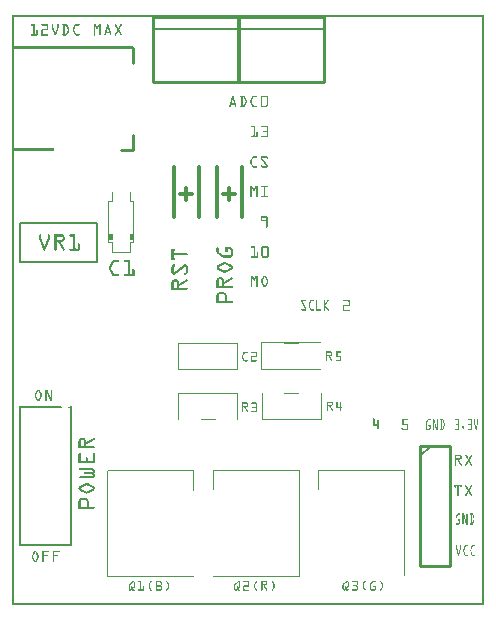
<source format=gto>
G04 MADE WITH FRITZING*
G04 WWW.FRITZING.ORG*
G04 DOUBLE SIDED*
G04 HOLES PLATED*
G04 CONTOUR ON CENTER OF CONTOUR VECTOR*
%ASAXBY*%
%FSLAX23Y23*%
%MOIN*%
%OFA0B0*%
%SFA1.0B1.0*%
%ADD10C,0.013889*%
%ADD11C,0.010000*%
%ADD12C,0.005000*%
%ADD13C,0.008000*%
%ADD14R,0.001000X0.001000*%
%LNSILK1*%
G90*
G70*
G54D10*
X683Y1294D02*
X683Y1462D01*
D02*
X767Y1294D02*
X767Y1462D01*
D02*
X704Y1373D02*
X744Y1373D01*
D02*
X724Y1393D02*
X724Y1353D01*
D02*
X539Y1294D02*
X539Y1462D01*
D02*
X624Y1294D02*
X624Y1462D01*
D02*
X561Y1373D02*
X600Y1373D01*
D02*
X580Y1393D02*
X580Y1353D01*
G54D11*
D02*
X1361Y533D02*
X1361Y133D01*
D02*
X1361Y133D02*
X1461Y133D01*
D02*
X1461Y133D02*
X1461Y533D01*
D02*
X1461Y533D02*
X1361Y533D01*
G54D12*
D02*
X1361Y498D02*
X1396Y533D01*
G54D13*
D02*
X27Y660D02*
X27Y202D01*
D02*
X27Y202D02*
X198Y202D01*
D02*
X198Y202D02*
X198Y660D01*
D02*
X26Y1147D02*
X26Y1277D01*
D02*
X26Y1277D02*
X284Y1277D01*
D02*
X284Y1277D02*
X284Y1147D01*
D02*
X284Y1147D02*
X26Y1147D01*
G54D11*
D02*
X404Y1860D02*
X404Y1810D01*
D02*
X364Y1520D02*
X404Y1520D01*
D02*
X404Y1520D02*
X404Y1570D01*
D02*
X755Y1747D02*
X1041Y1747D01*
D02*
X1041Y1747D02*
X1041Y1963D01*
D02*
X1041Y1963D02*
X755Y1963D01*
D02*
X755Y1963D02*
X755Y1747D01*
G54D12*
D02*
X1041Y1923D02*
X755Y1923D01*
G54D11*
D02*
X471Y1746D02*
X757Y1746D01*
D02*
X757Y1746D02*
X757Y1962D01*
D02*
X757Y1962D02*
X471Y1962D01*
D02*
X471Y1962D02*
X471Y1746D01*
G54D12*
D02*
X757Y1922D02*
X471Y1922D01*
G54D14*
X0Y1969D02*
X1573Y1969D01*
X0Y1968D02*
X1573Y1968D01*
X0Y1967D02*
X1573Y1967D01*
X0Y1966D02*
X1573Y1966D01*
X0Y1965D02*
X1573Y1965D01*
X0Y1964D02*
X1573Y1964D01*
X0Y1963D02*
X1573Y1963D01*
X0Y1962D02*
X1573Y1962D01*
X0Y1961D02*
X7Y1961D01*
X1566Y1961D02*
X1573Y1961D01*
X0Y1960D02*
X7Y1960D01*
X1566Y1960D02*
X1573Y1960D01*
X0Y1959D02*
X7Y1959D01*
X1566Y1959D02*
X1573Y1959D01*
X0Y1958D02*
X7Y1958D01*
X1566Y1958D02*
X1573Y1958D01*
X0Y1957D02*
X7Y1957D01*
X1566Y1957D02*
X1573Y1957D01*
X0Y1956D02*
X7Y1956D01*
X1566Y1956D02*
X1573Y1956D01*
X0Y1955D02*
X7Y1955D01*
X1566Y1955D02*
X1573Y1955D01*
X0Y1954D02*
X7Y1954D01*
X1566Y1954D02*
X1573Y1954D01*
X0Y1953D02*
X7Y1953D01*
X1566Y1953D02*
X1573Y1953D01*
X0Y1952D02*
X7Y1952D01*
X1566Y1952D02*
X1573Y1952D01*
X0Y1951D02*
X7Y1951D01*
X1566Y1951D02*
X1573Y1951D01*
X0Y1950D02*
X7Y1950D01*
X1566Y1950D02*
X1573Y1950D01*
X0Y1949D02*
X7Y1949D01*
X1566Y1949D02*
X1573Y1949D01*
X0Y1948D02*
X7Y1948D01*
X1566Y1948D02*
X1573Y1948D01*
X0Y1947D02*
X7Y1947D01*
X1566Y1947D02*
X1573Y1947D01*
X0Y1946D02*
X7Y1946D01*
X1566Y1946D02*
X1573Y1946D01*
X0Y1945D02*
X7Y1945D01*
X1566Y1945D02*
X1573Y1945D01*
X0Y1944D02*
X7Y1944D01*
X1566Y1944D02*
X1573Y1944D01*
X0Y1943D02*
X7Y1943D01*
X1566Y1943D02*
X1573Y1943D01*
X0Y1942D02*
X7Y1942D01*
X1566Y1942D02*
X1573Y1942D01*
X0Y1941D02*
X7Y1941D01*
X1566Y1941D02*
X1573Y1941D01*
X0Y1940D02*
X7Y1940D01*
X1566Y1940D02*
X1573Y1940D01*
X0Y1939D02*
X7Y1939D01*
X1566Y1939D02*
X1573Y1939D01*
X0Y1938D02*
X7Y1938D01*
X63Y1938D02*
X76Y1938D01*
X98Y1938D02*
X118Y1938D01*
X133Y1938D02*
X136Y1938D01*
X153Y1938D02*
X155Y1938D01*
X169Y1938D02*
X181Y1938D01*
X212Y1938D02*
X225Y1938D01*
X273Y1938D02*
X278Y1938D01*
X290Y1938D02*
X296Y1938D01*
X318Y1938D02*
X320Y1938D01*
X344Y1938D02*
X346Y1938D01*
X363Y1938D02*
X365Y1938D01*
X1566Y1938D02*
X1573Y1938D01*
X0Y1937D02*
X7Y1937D01*
X63Y1937D02*
X76Y1937D01*
X98Y1937D02*
X119Y1937D01*
X133Y1937D02*
X136Y1937D01*
X152Y1937D02*
X156Y1937D01*
X168Y1937D02*
X183Y1937D01*
X211Y1937D02*
X226Y1937D01*
X273Y1937D02*
X279Y1937D01*
X289Y1937D02*
X296Y1937D01*
X317Y1937D02*
X321Y1937D01*
X343Y1937D02*
X347Y1937D01*
X362Y1937D02*
X366Y1937D01*
X1566Y1937D02*
X1573Y1937D01*
X0Y1936D02*
X7Y1936D01*
X63Y1936D02*
X76Y1936D01*
X98Y1936D02*
X120Y1936D01*
X133Y1936D02*
X137Y1936D01*
X152Y1936D02*
X156Y1936D01*
X168Y1936D02*
X184Y1936D01*
X210Y1936D02*
X226Y1936D01*
X273Y1936D02*
X280Y1936D01*
X289Y1936D02*
X296Y1936D01*
X317Y1936D02*
X321Y1936D01*
X343Y1936D02*
X347Y1936D01*
X361Y1936D02*
X366Y1936D01*
X1566Y1936D02*
X1573Y1936D01*
X0Y1935D02*
X7Y1935D01*
X63Y1935D02*
X76Y1935D01*
X98Y1935D02*
X120Y1935D01*
X133Y1935D02*
X137Y1935D01*
X152Y1935D02*
X156Y1935D01*
X168Y1935D02*
X184Y1935D01*
X209Y1935D02*
X225Y1935D01*
X273Y1935D02*
X280Y1935D01*
X288Y1935D02*
X296Y1935D01*
X317Y1935D02*
X322Y1935D01*
X343Y1935D02*
X348Y1935D01*
X361Y1935D02*
X365Y1935D01*
X1566Y1935D02*
X1573Y1935D01*
X0Y1934D02*
X7Y1934D01*
X64Y1934D02*
X76Y1934D01*
X99Y1934D02*
X121Y1934D01*
X133Y1934D02*
X137Y1934D01*
X152Y1934D02*
X156Y1934D01*
X169Y1934D02*
X185Y1934D01*
X208Y1934D02*
X224Y1934D01*
X273Y1934D02*
X281Y1934D01*
X287Y1934D02*
X296Y1934D01*
X317Y1934D02*
X322Y1934D01*
X344Y1934D02*
X348Y1934D01*
X360Y1934D02*
X365Y1934D01*
X1566Y1934D02*
X1573Y1934D01*
X0Y1933D02*
X7Y1933D01*
X72Y1933D02*
X76Y1933D01*
X117Y1933D02*
X121Y1933D01*
X133Y1933D02*
X137Y1933D01*
X152Y1933D02*
X156Y1933D01*
X172Y1933D02*
X176Y1933D01*
X181Y1933D02*
X185Y1933D01*
X208Y1933D02*
X213Y1933D01*
X273Y1933D02*
X282Y1933D01*
X287Y1933D02*
X296Y1933D01*
X316Y1933D02*
X322Y1933D01*
X344Y1933D02*
X349Y1933D01*
X360Y1933D02*
X364Y1933D01*
X1566Y1933D02*
X1573Y1933D01*
X0Y1932D02*
X7Y1932D01*
X72Y1932D02*
X76Y1932D01*
X117Y1932D02*
X121Y1932D01*
X133Y1932D02*
X137Y1932D01*
X152Y1932D02*
X156Y1932D01*
X172Y1932D02*
X176Y1932D01*
X181Y1932D02*
X186Y1932D01*
X207Y1932D02*
X212Y1932D01*
X273Y1932D02*
X282Y1932D01*
X286Y1932D02*
X296Y1932D01*
X316Y1932D02*
X323Y1932D01*
X345Y1932D02*
X349Y1932D01*
X359Y1932D02*
X364Y1932D01*
X1566Y1932D02*
X1573Y1932D01*
X0Y1931D02*
X7Y1931D01*
X72Y1931D02*
X76Y1931D01*
X117Y1931D02*
X121Y1931D01*
X133Y1931D02*
X137Y1931D01*
X152Y1931D02*
X156Y1931D01*
X172Y1931D02*
X176Y1931D01*
X182Y1931D02*
X186Y1931D01*
X207Y1931D02*
X211Y1931D01*
X273Y1931D02*
X283Y1931D01*
X285Y1931D02*
X290Y1931D01*
X292Y1931D02*
X296Y1931D01*
X316Y1931D02*
X323Y1931D01*
X345Y1931D02*
X350Y1931D01*
X358Y1931D02*
X363Y1931D01*
X1566Y1931D02*
X1573Y1931D01*
X0Y1930D02*
X7Y1930D01*
X72Y1930D02*
X76Y1930D01*
X117Y1930D02*
X121Y1930D01*
X133Y1930D02*
X137Y1930D01*
X152Y1930D02*
X156Y1930D01*
X172Y1930D02*
X176Y1930D01*
X182Y1930D02*
X187Y1930D01*
X206Y1930D02*
X211Y1930D01*
X273Y1930D02*
X277Y1930D01*
X279Y1930D02*
X290Y1930D01*
X292Y1930D02*
X296Y1930D01*
X315Y1930D02*
X323Y1930D01*
X346Y1930D02*
X351Y1930D01*
X358Y1930D02*
X363Y1930D01*
X1566Y1930D02*
X1573Y1930D01*
X0Y1929D02*
X7Y1929D01*
X72Y1929D02*
X76Y1929D01*
X117Y1929D02*
X121Y1929D01*
X133Y1929D02*
X137Y1929D01*
X152Y1929D02*
X156Y1929D01*
X172Y1929D02*
X176Y1929D01*
X183Y1929D02*
X187Y1929D01*
X206Y1929D02*
X210Y1929D01*
X273Y1929D02*
X277Y1929D01*
X280Y1929D02*
X289Y1929D01*
X292Y1929D02*
X296Y1929D01*
X315Y1929D02*
X323Y1929D01*
X346Y1929D02*
X351Y1929D01*
X357Y1929D02*
X362Y1929D01*
X1566Y1929D02*
X1573Y1929D01*
X0Y1928D02*
X7Y1928D01*
X72Y1928D02*
X76Y1928D01*
X117Y1928D02*
X121Y1928D01*
X133Y1928D02*
X137Y1928D01*
X152Y1928D02*
X156Y1928D01*
X172Y1928D02*
X176Y1928D01*
X183Y1928D02*
X188Y1928D01*
X205Y1928D02*
X210Y1928D01*
X273Y1928D02*
X277Y1928D01*
X280Y1928D02*
X288Y1928D01*
X292Y1928D02*
X296Y1928D01*
X315Y1928D02*
X324Y1928D01*
X347Y1928D02*
X352Y1928D01*
X357Y1928D02*
X361Y1928D01*
X1566Y1928D02*
X1573Y1928D01*
X0Y1927D02*
X7Y1927D01*
X72Y1927D02*
X76Y1927D01*
X117Y1927D02*
X121Y1927D01*
X133Y1927D02*
X137Y1927D01*
X151Y1927D02*
X156Y1927D01*
X172Y1927D02*
X176Y1927D01*
X184Y1927D02*
X188Y1927D01*
X205Y1927D02*
X209Y1927D01*
X273Y1927D02*
X277Y1927D01*
X281Y1927D02*
X287Y1927D01*
X292Y1927D02*
X296Y1927D01*
X314Y1927D02*
X324Y1927D01*
X348Y1927D02*
X352Y1927D01*
X356Y1927D02*
X361Y1927D01*
X1566Y1927D02*
X1573Y1927D01*
X0Y1926D02*
X7Y1926D01*
X72Y1926D02*
X76Y1926D01*
X117Y1926D02*
X121Y1926D01*
X133Y1926D02*
X137Y1926D01*
X151Y1926D02*
X155Y1926D01*
X172Y1926D02*
X176Y1926D01*
X184Y1926D02*
X189Y1926D01*
X204Y1926D02*
X209Y1926D01*
X273Y1926D02*
X277Y1926D01*
X282Y1926D02*
X287Y1926D01*
X292Y1926D02*
X296Y1926D01*
X314Y1926D02*
X318Y1926D01*
X320Y1926D02*
X324Y1926D01*
X348Y1926D02*
X353Y1926D01*
X356Y1926D02*
X360Y1926D01*
X1566Y1926D02*
X1573Y1926D01*
X0Y1925D02*
X7Y1925D01*
X72Y1925D02*
X76Y1925D01*
X117Y1925D02*
X121Y1925D01*
X134Y1925D02*
X138Y1925D01*
X151Y1925D02*
X155Y1925D01*
X172Y1925D02*
X176Y1925D01*
X185Y1925D02*
X189Y1925D01*
X204Y1925D02*
X208Y1925D01*
X273Y1925D02*
X277Y1925D01*
X282Y1925D02*
X286Y1925D01*
X292Y1925D02*
X296Y1925D01*
X314Y1925D02*
X318Y1925D01*
X320Y1925D02*
X325Y1925D01*
X349Y1925D02*
X360Y1925D01*
X1566Y1925D02*
X1573Y1925D01*
X0Y1924D02*
X7Y1924D01*
X72Y1924D02*
X76Y1924D01*
X117Y1924D02*
X121Y1924D01*
X134Y1924D02*
X138Y1924D01*
X150Y1924D02*
X154Y1924D01*
X172Y1924D02*
X176Y1924D01*
X185Y1924D02*
X190Y1924D01*
X204Y1924D02*
X208Y1924D01*
X273Y1924D02*
X277Y1924D01*
X282Y1924D02*
X286Y1924D01*
X292Y1924D02*
X296Y1924D01*
X314Y1924D02*
X318Y1924D01*
X321Y1924D02*
X325Y1924D01*
X349Y1924D02*
X359Y1924D01*
X1566Y1924D02*
X1573Y1924D01*
X0Y1923D02*
X7Y1923D01*
X72Y1923D02*
X76Y1923D01*
X117Y1923D02*
X121Y1923D01*
X134Y1923D02*
X139Y1923D01*
X150Y1923D02*
X154Y1923D01*
X172Y1923D02*
X176Y1923D01*
X186Y1923D02*
X190Y1923D01*
X203Y1923D02*
X207Y1923D01*
X273Y1923D02*
X277Y1923D01*
X282Y1923D02*
X286Y1923D01*
X292Y1923D02*
X296Y1923D01*
X313Y1923D02*
X317Y1923D01*
X321Y1923D02*
X325Y1923D01*
X350Y1923D02*
X358Y1923D01*
X1566Y1923D02*
X1573Y1923D01*
X0Y1922D02*
X7Y1922D01*
X72Y1922D02*
X76Y1922D01*
X102Y1922D02*
X121Y1922D01*
X135Y1922D02*
X139Y1922D01*
X149Y1922D02*
X154Y1922D01*
X172Y1922D02*
X176Y1922D01*
X186Y1922D02*
X190Y1922D01*
X203Y1922D02*
X207Y1922D01*
X273Y1922D02*
X277Y1922D01*
X283Y1922D02*
X285Y1922D01*
X292Y1922D02*
X296Y1922D01*
X313Y1922D02*
X317Y1922D01*
X321Y1922D02*
X325Y1922D01*
X351Y1922D02*
X358Y1922D01*
X1566Y1922D02*
X1573Y1922D01*
X0Y1921D02*
X7Y1921D01*
X72Y1921D02*
X76Y1921D01*
X99Y1921D02*
X120Y1921D01*
X135Y1921D02*
X139Y1921D01*
X149Y1921D02*
X153Y1921D01*
X172Y1921D02*
X176Y1921D01*
X187Y1921D02*
X191Y1921D01*
X203Y1921D02*
X207Y1921D01*
X273Y1921D02*
X277Y1921D01*
X292Y1921D02*
X296Y1921D01*
X313Y1921D02*
X317Y1921D01*
X322Y1921D02*
X326Y1921D01*
X351Y1921D02*
X357Y1921D01*
X1566Y1921D02*
X1573Y1921D01*
X0Y1920D02*
X7Y1920D01*
X72Y1920D02*
X76Y1920D01*
X99Y1920D02*
X120Y1920D01*
X136Y1920D02*
X140Y1920D01*
X149Y1920D02*
X153Y1920D01*
X172Y1920D02*
X176Y1920D01*
X187Y1920D02*
X191Y1920D01*
X203Y1920D02*
X207Y1920D01*
X273Y1920D02*
X277Y1920D01*
X292Y1920D02*
X296Y1920D01*
X312Y1920D02*
X317Y1920D01*
X322Y1920D02*
X326Y1920D01*
X352Y1920D02*
X357Y1920D01*
X1566Y1920D02*
X1573Y1920D01*
X0Y1919D02*
X7Y1919D01*
X72Y1919D02*
X76Y1919D01*
X98Y1919D02*
X119Y1919D01*
X136Y1919D02*
X140Y1919D01*
X148Y1919D02*
X152Y1919D01*
X172Y1919D02*
X176Y1919D01*
X187Y1919D02*
X191Y1919D01*
X203Y1919D02*
X207Y1919D01*
X273Y1919D02*
X277Y1919D01*
X292Y1919D02*
X296Y1919D01*
X312Y1919D02*
X316Y1919D01*
X322Y1919D02*
X326Y1919D01*
X351Y1919D02*
X357Y1919D01*
X1566Y1919D02*
X1573Y1919D01*
X0Y1918D02*
X7Y1918D01*
X72Y1918D02*
X76Y1918D01*
X84Y1918D02*
X84Y1918D01*
X98Y1918D02*
X118Y1918D01*
X136Y1918D02*
X141Y1918D01*
X148Y1918D02*
X152Y1918D01*
X172Y1918D02*
X176Y1918D01*
X187Y1918D02*
X191Y1918D01*
X203Y1918D02*
X207Y1918D01*
X273Y1918D02*
X277Y1918D01*
X292Y1918D02*
X296Y1918D01*
X312Y1918D02*
X316Y1918D01*
X322Y1918D02*
X327Y1918D01*
X351Y1918D02*
X358Y1918D01*
X1566Y1918D02*
X1573Y1918D01*
X0Y1917D02*
X7Y1917D01*
X72Y1917D02*
X76Y1917D01*
X82Y1917D02*
X85Y1917D01*
X98Y1917D02*
X102Y1917D01*
X137Y1917D02*
X141Y1917D01*
X147Y1917D02*
X152Y1917D01*
X172Y1917D02*
X176Y1917D01*
X186Y1917D02*
X190Y1917D01*
X203Y1917D02*
X207Y1917D01*
X273Y1917D02*
X277Y1917D01*
X292Y1917D02*
X296Y1917D01*
X312Y1917D02*
X316Y1917D01*
X323Y1917D02*
X327Y1917D01*
X350Y1917D02*
X358Y1917D01*
X1566Y1917D02*
X1573Y1917D01*
X0Y1916D02*
X7Y1916D01*
X72Y1916D02*
X76Y1916D01*
X82Y1916D02*
X86Y1916D01*
X98Y1916D02*
X102Y1916D01*
X137Y1916D02*
X141Y1916D01*
X147Y1916D02*
X151Y1916D01*
X172Y1916D02*
X176Y1916D01*
X186Y1916D02*
X190Y1916D01*
X203Y1916D02*
X208Y1916D01*
X273Y1916D02*
X277Y1916D01*
X292Y1916D02*
X296Y1916D01*
X311Y1916D02*
X315Y1916D01*
X323Y1916D02*
X327Y1916D01*
X350Y1916D02*
X359Y1916D01*
X1566Y1916D02*
X1573Y1916D01*
X0Y1915D02*
X7Y1915D01*
X72Y1915D02*
X76Y1915D01*
X82Y1915D02*
X86Y1915D01*
X98Y1915D02*
X102Y1915D01*
X137Y1915D02*
X142Y1915D01*
X147Y1915D02*
X151Y1915D01*
X172Y1915D02*
X176Y1915D01*
X185Y1915D02*
X190Y1915D01*
X204Y1915D02*
X208Y1915D01*
X273Y1915D02*
X277Y1915D01*
X292Y1915D02*
X296Y1915D01*
X311Y1915D02*
X315Y1915D01*
X323Y1915D02*
X327Y1915D01*
X349Y1915D02*
X359Y1915D01*
X1566Y1915D02*
X1573Y1915D01*
X0Y1914D02*
X7Y1914D01*
X72Y1914D02*
X76Y1914D01*
X82Y1914D02*
X86Y1914D01*
X98Y1914D02*
X102Y1914D01*
X138Y1914D02*
X142Y1914D01*
X146Y1914D02*
X150Y1914D01*
X172Y1914D02*
X176Y1914D01*
X185Y1914D02*
X189Y1914D01*
X204Y1914D02*
X209Y1914D01*
X273Y1914D02*
X277Y1914D01*
X292Y1914D02*
X296Y1914D01*
X311Y1914D02*
X315Y1914D01*
X323Y1914D02*
X328Y1914D01*
X349Y1914D02*
X353Y1914D01*
X355Y1914D02*
X360Y1914D01*
X1566Y1914D02*
X1573Y1914D01*
X0Y1913D02*
X7Y1913D01*
X72Y1913D02*
X76Y1913D01*
X82Y1913D02*
X86Y1913D01*
X98Y1913D02*
X102Y1913D01*
X138Y1913D02*
X143Y1913D01*
X146Y1913D02*
X150Y1913D01*
X172Y1913D02*
X176Y1913D01*
X184Y1913D02*
X189Y1913D01*
X205Y1913D02*
X209Y1913D01*
X273Y1913D02*
X277Y1913D01*
X292Y1913D02*
X296Y1913D01*
X310Y1913D02*
X328Y1913D01*
X348Y1913D02*
X353Y1913D01*
X356Y1913D02*
X361Y1913D01*
X1566Y1913D02*
X1573Y1913D01*
X0Y1912D02*
X7Y1912D01*
X72Y1912D02*
X76Y1912D01*
X82Y1912D02*
X86Y1912D01*
X98Y1912D02*
X102Y1912D01*
X139Y1912D02*
X143Y1912D01*
X145Y1912D02*
X150Y1912D01*
X172Y1912D02*
X176Y1912D01*
X184Y1912D02*
X188Y1912D01*
X205Y1912D02*
X210Y1912D01*
X273Y1912D02*
X277Y1912D01*
X292Y1912D02*
X296Y1912D01*
X310Y1912D02*
X328Y1912D01*
X347Y1912D02*
X352Y1912D01*
X356Y1912D02*
X361Y1912D01*
X1566Y1912D02*
X1573Y1912D01*
X0Y1911D02*
X7Y1911D01*
X72Y1911D02*
X76Y1911D01*
X82Y1911D02*
X86Y1911D01*
X98Y1911D02*
X102Y1911D01*
X139Y1911D02*
X143Y1911D01*
X145Y1911D02*
X149Y1911D01*
X172Y1911D02*
X176Y1911D01*
X183Y1911D02*
X188Y1911D01*
X206Y1911D02*
X210Y1911D01*
X273Y1911D02*
X277Y1911D01*
X292Y1911D02*
X296Y1911D01*
X310Y1911D02*
X329Y1911D01*
X347Y1911D02*
X352Y1911D01*
X357Y1911D02*
X362Y1911D01*
X1566Y1911D02*
X1573Y1911D01*
X0Y1910D02*
X7Y1910D01*
X72Y1910D02*
X76Y1910D01*
X82Y1910D02*
X86Y1910D01*
X98Y1910D02*
X102Y1910D01*
X139Y1910D02*
X149Y1910D01*
X172Y1910D02*
X176Y1910D01*
X183Y1910D02*
X187Y1910D01*
X206Y1910D02*
X211Y1910D01*
X273Y1910D02*
X277Y1910D01*
X292Y1910D02*
X296Y1910D01*
X309Y1910D02*
X329Y1910D01*
X346Y1910D02*
X351Y1910D01*
X358Y1910D02*
X362Y1910D01*
X1566Y1910D02*
X1573Y1910D01*
X0Y1909D02*
X7Y1909D01*
X72Y1909D02*
X76Y1909D01*
X82Y1909D02*
X86Y1909D01*
X98Y1909D02*
X102Y1909D01*
X140Y1909D02*
X149Y1909D01*
X172Y1909D02*
X176Y1909D01*
X182Y1909D02*
X187Y1909D01*
X207Y1909D02*
X211Y1909D01*
X273Y1909D02*
X277Y1909D01*
X292Y1909D02*
X296Y1909D01*
X309Y1909D02*
X314Y1909D01*
X325Y1909D02*
X329Y1909D01*
X346Y1909D02*
X350Y1909D01*
X358Y1909D02*
X363Y1909D01*
X1566Y1909D02*
X1573Y1909D01*
X0Y1908D02*
X7Y1908D01*
X72Y1908D02*
X76Y1908D01*
X82Y1908D02*
X86Y1908D01*
X98Y1908D02*
X102Y1908D01*
X140Y1908D02*
X148Y1908D01*
X172Y1908D02*
X176Y1908D01*
X182Y1908D02*
X186Y1908D01*
X207Y1908D02*
X212Y1908D01*
X273Y1908D02*
X277Y1908D01*
X292Y1908D02*
X296Y1908D01*
X309Y1908D02*
X313Y1908D01*
X325Y1908D02*
X329Y1908D01*
X345Y1908D02*
X350Y1908D01*
X359Y1908D02*
X363Y1908D01*
X1566Y1908D02*
X1573Y1908D01*
X0Y1907D02*
X7Y1907D01*
X72Y1907D02*
X76Y1907D01*
X82Y1907D02*
X86Y1907D01*
X98Y1907D02*
X102Y1907D01*
X141Y1907D02*
X148Y1907D01*
X172Y1907D02*
X176Y1907D01*
X181Y1907D02*
X186Y1907D01*
X208Y1907D02*
X212Y1907D01*
X273Y1907D02*
X277Y1907D01*
X292Y1907D02*
X296Y1907D01*
X309Y1907D02*
X313Y1907D01*
X326Y1907D02*
X330Y1907D01*
X344Y1907D02*
X349Y1907D01*
X359Y1907D02*
X364Y1907D01*
X1566Y1907D02*
X1573Y1907D01*
X0Y1906D02*
X7Y1906D01*
X72Y1906D02*
X76Y1906D01*
X82Y1906D02*
X86Y1906D01*
X98Y1906D02*
X102Y1906D01*
X141Y1906D02*
X147Y1906D01*
X172Y1906D02*
X176Y1906D01*
X180Y1906D02*
X185Y1906D01*
X208Y1906D02*
X213Y1906D01*
X273Y1906D02*
X277Y1906D01*
X292Y1906D02*
X296Y1906D01*
X308Y1906D02*
X312Y1906D01*
X326Y1906D02*
X330Y1906D01*
X344Y1906D02*
X349Y1906D01*
X360Y1906D02*
X365Y1906D01*
X1566Y1906D02*
X1573Y1906D01*
X0Y1905D02*
X7Y1905D01*
X63Y1905D02*
X86Y1905D01*
X98Y1905D02*
X120Y1905D01*
X141Y1905D02*
X147Y1905D01*
X168Y1905D02*
X185Y1905D01*
X209Y1905D02*
X225Y1905D01*
X273Y1905D02*
X277Y1905D01*
X292Y1905D02*
X296Y1905D01*
X308Y1905D02*
X312Y1905D01*
X326Y1905D02*
X330Y1905D01*
X343Y1905D02*
X348Y1905D01*
X361Y1905D02*
X365Y1905D01*
X1566Y1905D02*
X1573Y1905D01*
X0Y1904D02*
X7Y1904D01*
X63Y1904D02*
X86Y1904D01*
X98Y1904D02*
X121Y1904D01*
X142Y1904D02*
X147Y1904D01*
X168Y1904D02*
X184Y1904D01*
X209Y1904D02*
X226Y1904D01*
X273Y1904D02*
X277Y1904D01*
X292Y1904D02*
X296Y1904D01*
X308Y1904D02*
X312Y1904D01*
X327Y1904D02*
X331Y1904D01*
X343Y1904D02*
X347Y1904D01*
X361Y1904D02*
X366Y1904D01*
X1566Y1904D02*
X1573Y1904D01*
X0Y1903D02*
X7Y1903D01*
X63Y1903D02*
X86Y1903D01*
X98Y1903D02*
X121Y1903D01*
X142Y1903D02*
X146Y1903D01*
X168Y1903D02*
X183Y1903D01*
X210Y1903D02*
X226Y1903D01*
X273Y1903D02*
X277Y1903D01*
X292Y1903D02*
X296Y1903D01*
X308Y1903D02*
X312Y1903D01*
X327Y1903D02*
X331Y1903D01*
X343Y1903D02*
X347Y1903D01*
X362Y1903D02*
X366Y1903D01*
X1566Y1903D02*
X1573Y1903D01*
X0Y1902D02*
X7Y1902D01*
X63Y1902D02*
X85Y1902D01*
X98Y1902D02*
X120Y1902D01*
X143Y1902D02*
X146Y1902D01*
X168Y1902D02*
X182Y1902D01*
X211Y1902D02*
X225Y1902D01*
X273Y1902D02*
X276Y1902D01*
X292Y1902D02*
X295Y1902D01*
X308Y1902D02*
X311Y1902D01*
X327Y1902D02*
X330Y1902D01*
X343Y1902D02*
X346Y1902D01*
X362Y1902D02*
X365Y1902D01*
X1566Y1902D02*
X1573Y1902D01*
X0Y1901D02*
X7Y1901D01*
X64Y1901D02*
X84Y1901D01*
X98Y1901D02*
X119Y1901D01*
X144Y1901D02*
X144Y1901D01*
X169Y1901D02*
X179Y1901D01*
X214Y1901D02*
X224Y1901D01*
X274Y1901D02*
X275Y1901D01*
X294Y1901D02*
X294Y1901D01*
X309Y1901D02*
X310Y1901D01*
X329Y1901D02*
X329Y1901D01*
X344Y1901D02*
X345Y1901D01*
X364Y1901D02*
X364Y1901D01*
X1566Y1901D02*
X1573Y1901D01*
X0Y1900D02*
X7Y1900D01*
X1566Y1900D02*
X1573Y1900D01*
X0Y1899D02*
X7Y1899D01*
X1566Y1899D02*
X1573Y1899D01*
X0Y1898D02*
X7Y1898D01*
X1566Y1898D02*
X1573Y1898D01*
X0Y1897D02*
X7Y1897D01*
X1566Y1897D02*
X1573Y1897D01*
X0Y1896D02*
X7Y1896D01*
X1566Y1896D02*
X1573Y1896D01*
X0Y1895D02*
X7Y1895D01*
X1566Y1895D02*
X1573Y1895D01*
X0Y1894D02*
X7Y1894D01*
X1566Y1894D02*
X1573Y1894D01*
X0Y1893D02*
X7Y1893D01*
X1566Y1893D02*
X1573Y1893D01*
X0Y1892D02*
X7Y1892D01*
X1566Y1892D02*
X1573Y1892D01*
X0Y1891D02*
X7Y1891D01*
X1566Y1891D02*
X1573Y1891D01*
X0Y1890D02*
X7Y1890D01*
X1566Y1890D02*
X1573Y1890D01*
X0Y1889D02*
X7Y1889D01*
X1566Y1889D02*
X1573Y1889D01*
X0Y1888D02*
X7Y1888D01*
X1566Y1888D02*
X1573Y1888D01*
X0Y1887D02*
X7Y1887D01*
X1566Y1887D02*
X1573Y1887D01*
X0Y1886D02*
X7Y1886D01*
X1566Y1886D02*
X1573Y1886D01*
X0Y1885D02*
X7Y1885D01*
X1566Y1885D02*
X1573Y1885D01*
X0Y1884D02*
X7Y1884D01*
X1566Y1884D02*
X1573Y1884D01*
X0Y1883D02*
X7Y1883D01*
X1566Y1883D02*
X1573Y1883D01*
X0Y1882D02*
X7Y1882D01*
X1566Y1882D02*
X1573Y1882D01*
X0Y1881D02*
X7Y1881D01*
X1566Y1881D02*
X1573Y1881D01*
X0Y1880D02*
X7Y1880D01*
X1566Y1880D02*
X1573Y1880D01*
X0Y1879D02*
X7Y1879D01*
X1566Y1879D02*
X1573Y1879D01*
X0Y1878D02*
X7Y1878D01*
X1566Y1878D02*
X1573Y1878D01*
X0Y1877D02*
X7Y1877D01*
X1566Y1877D02*
X1573Y1877D01*
X0Y1876D02*
X7Y1876D01*
X1566Y1876D02*
X1573Y1876D01*
X0Y1875D02*
X7Y1875D01*
X1566Y1875D02*
X1573Y1875D01*
X0Y1874D02*
X7Y1874D01*
X1566Y1874D02*
X1573Y1874D01*
X0Y1873D02*
X7Y1873D01*
X1566Y1873D02*
X1573Y1873D01*
X0Y1872D02*
X7Y1872D01*
X1566Y1872D02*
X1573Y1872D01*
X0Y1871D02*
X7Y1871D01*
X1566Y1871D02*
X1573Y1871D01*
X0Y1870D02*
X7Y1870D01*
X1566Y1870D02*
X1573Y1870D01*
X0Y1869D02*
X7Y1869D01*
X1566Y1869D02*
X1573Y1869D01*
X0Y1868D02*
X7Y1868D01*
X1566Y1868D02*
X1573Y1868D01*
X0Y1867D02*
X7Y1867D01*
X1566Y1867D02*
X1573Y1867D01*
X0Y1866D02*
X402Y1866D01*
X1566Y1866D02*
X1573Y1866D01*
X0Y1865D02*
X402Y1865D01*
X1566Y1865D02*
X1573Y1865D01*
X0Y1864D02*
X402Y1864D01*
X1566Y1864D02*
X1573Y1864D01*
X0Y1863D02*
X402Y1863D01*
X1566Y1863D02*
X1573Y1863D01*
X0Y1862D02*
X402Y1862D01*
X1566Y1862D02*
X1573Y1862D01*
X0Y1861D02*
X402Y1861D01*
X1566Y1861D02*
X1573Y1861D01*
X0Y1860D02*
X402Y1860D01*
X1566Y1860D02*
X1573Y1860D01*
X0Y1859D02*
X402Y1859D01*
X1566Y1859D02*
X1573Y1859D01*
X0Y1858D02*
X402Y1858D01*
X1566Y1858D02*
X1573Y1858D01*
X0Y1857D02*
X402Y1857D01*
X1566Y1857D02*
X1573Y1857D01*
X0Y1856D02*
X7Y1856D01*
X1566Y1856D02*
X1573Y1856D01*
X0Y1855D02*
X7Y1855D01*
X1566Y1855D02*
X1573Y1855D01*
X0Y1854D02*
X7Y1854D01*
X1566Y1854D02*
X1573Y1854D01*
X0Y1853D02*
X7Y1853D01*
X1566Y1853D02*
X1573Y1853D01*
X0Y1852D02*
X7Y1852D01*
X1566Y1852D02*
X1573Y1852D01*
X0Y1851D02*
X7Y1851D01*
X1566Y1851D02*
X1573Y1851D01*
X0Y1850D02*
X7Y1850D01*
X1566Y1850D02*
X1573Y1850D01*
X0Y1849D02*
X7Y1849D01*
X1566Y1849D02*
X1573Y1849D01*
X0Y1848D02*
X7Y1848D01*
X1566Y1848D02*
X1573Y1848D01*
X0Y1847D02*
X7Y1847D01*
X1566Y1847D02*
X1573Y1847D01*
X0Y1846D02*
X7Y1846D01*
X1566Y1846D02*
X1573Y1846D01*
X0Y1845D02*
X7Y1845D01*
X1566Y1845D02*
X1573Y1845D01*
X0Y1844D02*
X7Y1844D01*
X1566Y1844D02*
X1573Y1844D01*
X0Y1843D02*
X7Y1843D01*
X1566Y1843D02*
X1573Y1843D01*
X0Y1842D02*
X7Y1842D01*
X1566Y1842D02*
X1573Y1842D01*
X0Y1841D02*
X7Y1841D01*
X1566Y1841D02*
X1573Y1841D01*
X0Y1840D02*
X7Y1840D01*
X1566Y1840D02*
X1573Y1840D01*
X0Y1839D02*
X7Y1839D01*
X1566Y1839D02*
X1573Y1839D01*
X0Y1838D02*
X7Y1838D01*
X1566Y1838D02*
X1573Y1838D01*
X0Y1837D02*
X7Y1837D01*
X1566Y1837D02*
X1573Y1837D01*
X0Y1836D02*
X7Y1836D01*
X1566Y1836D02*
X1573Y1836D01*
X0Y1835D02*
X7Y1835D01*
X1566Y1835D02*
X1573Y1835D01*
X0Y1834D02*
X7Y1834D01*
X1566Y1834D02*
X1573Y1834D01*
X0Y1833D02*
X7Y1833D01*
X1566Y1833D02*
X1573Y1833D01*
X0Y1832D02*
X7Y1832D01*
X1566Y1832D02*
X1573Y1832D01*
X0Y1831D02*
X7Y1831D01*
X1566Y1831D02*
X1573Y1831D01*
X0Y1830D02*
X7Y1830D01*
X1566Y1830D02*
X1573Y1830D01*
X0Y1829D02*
X7Y1829D01*
X1566Y1829D02*
X1573Y1829D01*
X0Y1828D02*
X7Y1828D01*
X1566Y1828D02*
X1573Y1828D01*
X0Y1827D02*
X7Y1827D01*
X1566Y1827D02*
X1573Y1827D01*
X0Y1826D02*
X7Y1826D01*
X1566Y1826D02*
X1573Y1826D01*
X0Y1825D02*
X7Y1825D01*
X1566Y1825D02*
X1573Y1825D01*
X0Y1824D02*
X7Y1824D01*
X1566Y1824D02*
X1573Y1824D01*
X0Y1823D02*
X7Y1823D01*
X1566Y1823D02*
X1573Y1823D01*
X0Y1822D02*
X7Y1822D01*
X1566Y1822D02*
X1573Y1822D01*
X0Y1821D02*
X7Y1821D01*
X1566Y1821D02*
X1573Y1821D01*
X0Y1820D02*
X7Y1820D01*
X1566Y1820D02*
X1573Y1820D01*
X0Y1819D02*
X7Y1819D01*
X1566Y1819D02*
X1573Y1819D01*
X0Y1818D02*
X7Y1818D01*
X1566Y1818D02*
X1573Y1818D01*
X0Y1817D02*
X7Y1817D01*
X1566Y1817D02*
X1573Y1817D01*
X0Y1816D02*
X7Y1816D01*
X1566Y1816D02*
X1573Y1816D01*
X0Y1815D02*
X7Y1815D01*
X1566Y1815D02*
X1573Y1815D01*
X0Y1814D02*
X7Y1814D01*
X1566Y1814D02*
X1573Y1814D01*
X0Y1813D02*
X7Y1813D01*
X1566Y1813D02*
X1573Y1813D01*
X0Y1812D02*
X7Y1812D01*
X1566Y1812D02*
X1573Y1812D01*
X0Y1811D02*
X7Y1811D01*
X1566Y1811D02*
X1573Y1811D01*
X0Y1810D02*
X7Y1810D01*
X1566Y1810D02*
X1573Y1810D01*
X0Y1809D02*
X7Y1809D01*
X1566Y1809D02*
X1573Y1809D01*
X0Y1808D02*
X7Y1808D01*
X1566Y1808D02*
X1573Y1808D01*
X0Y1807D02*
X7Y1807D01*
X1566Y1807D02*
X1573Y1807D01*
X0Y1806D02*
X7Y1806D01*
X1566Y1806D02*
X1573Y1806D01*
X0Y1805D02*
X7Y1805D01*
X1566Y1805D02*
X1573Y1805D01*
X0Y1804D02*
X7Y1804D01*
X1566Y1804D02*
X1573Y1804D01*
X0Y1803D02*
X7Y1803D01*
X1566Y1803D02*
X1573Y1803D01*
X0Y1802D02*
X7Y1802D01*
X1566Y1802D02*
X1573Y1802D01*
X0Y1801D02*
X7Y1801D01*
X1566Y1801D02*
X1573Y1801D01*
X0Y1800D02*
X7Y1800D01*
X1566Y1800D02*
X1573Y1800D01*
X0Y1799D02*
X7Y1799D01*
X1566Y1799D02*
X1573Y1799D01*
X0Y1798D02*
X7Y1798D01*
X1566Y1798D02*
X1573Y1798D01*
X0Y1797D02*
X7Y1797D01*
X1566Y1797D02*
X1573Y1797D01*
X0Y1796D02*
X7Y1796D01*
X1566Y1796D02*
X1573Y1796D01*
X0Y1795D02*
X7Y1795D01*
X1566Y1795D02*
X1573Y1795D01*
X0Y1794D02*
X7Y1794D01*
X1566Y1794D02*
X1573Y1794D01*
X0Y1793D02*
X7Y1793D01*
X1566Y1793D02*
X1573Y1793D01*
X0Y1792D02*
X7Y1792D01*
X1566Y1792D02*
X1573Y1792D01*
X0Y1791D02*
X7Y1791D01*
X1566Y1791D02*
X1573Y1791D01*
X0Y1790D02*
X7Y1790D01*
X1566Y1790D02*
X1573Y1790D01*
X0Y1789D02*
X7Y1789D01*
X1566Y1789D02*
X1573Y1789D01*
X0Y1788D02*
X7Y1788D01*
X1566Y1788D02*
X1573Y1788D01*
X0Y1787D02*
X7Y1787D01*
X1566Y1787D02*
X1573Y1787D01*
X0Y1786D02*
X7Y1786D01*
X1566Y1786D02*
X1573Y1786D01*
X0Y1785D02*
X7Y1785D01*
X1566Y1785D02*
X1573Y1785D01*
X0Y1784D02*
X7Y1784D01*
X1566Y1784D02*
X1573Y1784D01*
X0Y1783D02*
X7Y1783D01*
X1566Y1783D02*
X1573Y1783D01*
X0Y1782D02*
X7Y1782D01*
X1566Y1782D02*
X1573Y1782D01*
X0Y1781D02*
X7Y1781D01*
X1566Y1781D02*
X1573Y1781D01*
X0Y1780D02*
X7Y1780D01*
X1566Y1780D02*
X1573Y1780D01*
X0Y1779D02*
X7Y1779D01*
X1566Y1779D02*
X1573Y1779D01*
X0Y1778D02*
X7Y1778D01*
X1566Y1778D02*
X1573Y1778D01*
X0Y1777D02*
X7Y1777D01*
X1566Y1777D02*
X1573Y1777D01*
X0Y1776D02*
X7Y1776D01*
X1566Y1776D02*
X1573Y1776D01*
X0Y1775D02*
X7Y1775D01*
X1566Y1775D02*
X1573Y1775D01*
X0Y1774D02*
X7Y1774D01*
X1566Y1774D02*
X1573Y1774D01*
X0Y1773D02*
X7Y1773D01*
X1566Y1773D02*
X1573Y1773D01*
X0Y1772D02*
X7Y1772D01*
X1566Y1772D02*
X1573Y1772D01*
X0Y1771D02*
X7Y1771D01*
X1566Y1771D02*
X1573Y1771D01*
X0Y1770D02*
X7Y1770D01*
X1566Y1770D02*
X1573Y1770D01*
X0Y1769D02*
X7Y1769D01*
X1566Y1769D02*
X1573Y1769D01*
X0Y1768D02*
X7Y1768D01*
X1566Y1768D02*
X1573Y1768D01*
X0Y1767D02*
X7Y1767D01*
X1566Y1767D02*
X1573Y1767D01*
X0Y1766D02*
X7Y1766D01*
X1566Y1766D02*
X1573Y1766D01*
X0Y1765D02*
X7Y1765D01*
X1566Y1765D02*
X1573Y1765D01*
X0Y1764D02*
X7Y1764D01*
X1566Y1764D02*
X1573Y1764D01*
X0Y1763D02*
X7Y1763D01*
X1566Y1763D02*
X1573Y1763D01*
X0Y1762D02*
X7Y1762D01*
X1566Y1762D02*
X1573Y1762D01*
X0Y1761D02*
X7Y1761D01*
X1566Y1761D02*
X1573Y1761D01*
X0Y1760D02*
X7Y1760D01*
X1566Y1760D02*
X1573Y1760D01*
X0Y1759D02*
X7Y1759D01*
X1566Y1759D02*
X1573Y1759D01*
X0Y1758D02*
X7Y1758D01*
X1566Y1758D02*
X1573Y1758D01*
X0Y1757D02*
X7Y1757D01*
X1566Y1757D02*
X1573Y1757D01*
X0Y1756D02*
X7Y1756D01*
X1566Y1756D02*
X1573Y1756D01*
X0Y1755D02*
X7Y1755D01*
X1566Y1755D02*
X1573Y1755D01*
X0Y1754D02*
X7Y1754D01*
X1566Y1754D02*
X1573Y1754D01*
X0Y1753D02*
X7Y1753D01*
X1566Y1753D02*
X1573Y1753D01*
X0Y1752D02*
X7Y1752D01*
X1566Y1752D02*
X1573Y1752D01*
X0Y1751D02*
X7Y1751D01*
X1566Y1751D02*
X1573Y1751D01*
X0Y1750D02*
X7Y1750D01*
X1566Y1750D02*
X1573Y1750D01*
X0Y1749D02*
X7Y1749D01*
X1566Y1749D02*
X1573Y1749D01*
X0Y1748D02*
X7Y1748D01*
X1566Y1748D02*
X1573Y1748D01*
X0Y1747D02*
X7Y1747D01*
X1566Y1747D02*
X1573Y1747D01*
X0Y1746D02*
X7Y1746D01*
X1566Y1746D02*
X1573Y1746D01*
X0Y1745D02*
X7Y1745D01*
X1566Y1745D02*
X1573Y1745D01*
X0Y1744D02*
X7Y1744D01*
X1566Y1744D02*
X1573Y1744D01*
X0Y1743D02*
X7Y1743D01*
X1566Y1743D02*
X1573Y1743D01*
X0Y1742D02*
X7Y1742D01*
X1566Y1742D02*
X1573Y1742D01*
X0Y1741D02*
X7Y1741D01*
X1566Y1741D02*
X1573Y1741D01*
X0Y1740D02*
X7Y1740D01*
X1566Y1740D02*
X1573Y1740D01*
X0Y1739D02*
X7Y1739D01*
X1566Y1739D02*
X1573Y1739D01*
X0Y1738D02*
X7Y1738D01*
X1566Y1738D02*
X1573Y1738D01*
X0Y1737D02*
X7Y1737D01*
X1566Y1737D02*
X1573Y1737D01*
X0Y1736D02*
X7Y1736D01*
X1566Y1736D02*
X1573Y1736D01*
X0Y1735D02*
X7Y1735D01*
X1566Y1735D02*
X1573Y1735D01*
X0Y1734D02*
X7Y1734D01*
X1566Y1734D02*
X1573Y1734D01*
X0Y1733D02*
X7Y1733D01*
X1566Y1733D02*
X1573Y1733D01*
X0Y1732D02*
X7Y1732D01*
X1566Y1732D02*
X1573Y1732D01*
X0Y1731D02*
X7Y1731D01*
X1566Y1731D02*
X1573Y1731D01*
X0Y1730D02*
X7Y1730D01*
X1566Y1730D02*
X1573Y1730D01*
X0Y1729D02*
X7Y1729D01*
X1566Y1729D02*
X1573Y1729D01*
X0Y1728D02*
X7Y1728D01*
X1566Y1728D02*
X1573Y1728D01*
X0Y1727D02*
X7Y1727D01*
X1566Y1727D02*
X1573Y1727D01*
X0Y1726D02*
X7Y1726D01*
X1566Y1726D02*
X1573Y1726D01*
X0Y1725D02*
X7Y1725D01*
X1566Y1725D02*
X1573Y1725D01*
X0Y1724D02*
X7Y1724D01*
X1566Y1724D02*
X1573Y1724D01*
X0Y1723D02*
X7Y1723D01*
X1566Y1723D02*
X1573Y1723D01*
X0Y1722D02*
X7Y1722D01*
X1566Y1722D02*
X1573Y1722D01*
X0Y1721D02*
X7Y1721D01*
X1566Y1721D02*
X1573Y1721D01*
X0Y1720D02*
X7Y1720D01*
X1566Y1720D02*
X1573Y1720D01*
X0Y1719D02*
X7Y1719D01*
X1566Y1719D02*
X1573Y1719D01*
X0Y1718D02*
X7Y1718D01*
X1566Y1718D02*
X1573Y1718D01*
X0Y1717D02*
X7Y1717D01*
X1566Y1717D02*
X1573Y1717D01*
X0Y1716D02*
X7Y1716D01*
X1566Y1716D02*
X1573Y1716D01*
X0Y1715D02*
X7Y1715D01*
X1566Y1715D02*
X1573Y1715D01*
X0Y1714D02*
X7Y1714D01*
X1566Y1714D02*
X1573Y1714D01*
X0Y1713D02*
X7Y1713D01*
X1566Y1713D02*
X1573Y1713D01*
X0Y1712D02*
X7Y1712D01*
X1566Y1712D02*
X1573Y1712D01*
X0Y1711D02*
X7Y1711D01*
X1566Y1711D02*
X1573Y1711D01*
X0Y1710D02*
X7Y1710D01*
X1566Y1710D02*
X1573Y1710D01*
X0Y1709D02*
X7Y1709D01*
X1566Y1709D02*
X1573Y1709D01*
X0Y1708D02*
X7Y1708D01*
X1566Y1708D02*
X1573Y1708D01*
X0Y1707D02*
X7Y1707D01*
X1566Y1707D02*
X1573Y1707D01*
X0Y1706D02*
X7Y1706D01*
X1566Y1706D02*
X1573Y1706D01*
X0Y1705D02*
X7Y1705D01*
X1566Y1705D02*
X1573Y1705D01*
X0Y1704D02*
X7Y1704D01*
X1566Y1704D02*
X1573Y1704D01*
X0Y1703D02*
X7Y1703D01*
X1566Y1703D02*
X1573Y1703D01*
X0Y1702D02*
X7Y1702D01*
X1566Y1702D02*
X1573Y1702D01*
X0Y1701D02*
X7Y1701D01*
X1566Y1701D02*
X1573Y1701D01*
X0Y1700D02*
X7Y1700D01*
X1566Y1700D02*
X1573Y1700D01*
X0Y1699D02*
X7Y1699D01*
X735Y1699D02*
X737Y1699D01*
X760Y1699D02*
X773Y1699D01*
X804Y1699D02*
X817Y1699D01*
X832Y1699D02*
X850Y1699D01*
X1566Y1699D02*
X1573Y1699D01*
X0Y1698D02*
X7Y1698D01*
X734Y1698D02*
X738Y1698D01*
X759Y1698D02*
X775Y1698D01*
X802Y1698D02*
X817Y1698D01*
X831Y1698D02*
X851Y1698D01*
X1566Y1698D02*
X1573Y1698D01*
X0Y1697D02*
X7Y1697D01*
X734Y1697D02*
X738Y1697D01*
X759Y1697D02*
X776Y1697D01*
X801Y1697D02*
X817Y1697D01*
X830Y1697D02*
X852Y1697D01*
X1566Y1697D02*
X1573Y1697D01*
X0Y1696D02*
X7Y1696D01*
X733Y1696D02*
X738Y1696D01*
X760Y1696D02*
X776Y1696D01*
X801Y1696D02*
X817Y1696D01*
X830Y1696D02*
X852Y1696D01*
X1566Y1696D02*
X1573Y1696D01*
X0Y1695D02*
X7Y1695D01*
X733Y1695D02*
X739Y1695D01*
X762Y1695D02*
X777Y1695D01*
X800Y1695D02*
X815Y1695D01*
X829Y1695D02*
X853Y1695D01*
X1566Y1695D02*
X1573Y1695D01*
X0Y1694D02*
X7Y1694D01*
X733Y1694D02*
X739Y1694D01*
X764Y1694D02*
X768Y1694D01*
X773Y1694D02*
X777Y1694D01*
X800Y1694D02*
X804Y1694D01*
X829Y1694D02*
X833Y1694D01*
X849Y1694D02*
X853Y1694D01*
X1566Y1694D02*
X1573Y1694D01*
X0Y1693D02*
X7Y1693D01*
X733Y1693D02*
X739Y1693D01*
X764Y1693D02*
X768Y1693D01*
X773Y1693D02*
X778Y1693D01*
X799Y1693D02*
X804Y1693D01*
X829Y1693D02*
X833Y1693D01*
X849Y1693D02*
X853Y1693D01*
X1566Y1693D02*
X1573Y1693D01*
X0Y1692D02*
X7Y1692D01*
X732Y1692D02*
X740Y1692D01*
X764Y1692D02*
X768Y1692D01*
X774Y1692D02*
X778Y1692D01*
X799Y1692D02*
X803Y1692D01*
X829Y1692D02*
X833Y1692D01*
X849Y1692D02*
X853Y1692D01*
X1566Y1692D02*
X1573Y1692D01*
X0Y1691D02*
X7Y1691D01*
X732Y1691D02*
X740Y1691D01*
X764Y1691D02*
X768Y1691D01*
X774Y1691D02*
X779Y1691D01*
X798Y1691D02*
X803Y1691D01*
X829Y1691D02*
X833Y1691D01*
X849Y1691D02*
X853Y1691D01*
X1566Y1691D02*
X1573Y1691D01*
X0Y1690D02*
X7Y1690D01*
X732Y1690D02*
X740Y1690D01*
X764Y1690D02*
X768Y1690D01*
X775Y1690D02*
X779Y1690D01*
X798Y1690D02*
X802Y1690D01*
X829Y1690D02*
X833Y1690D01*
X849Y1690D02*
X853Y1690D01*
X1566Y1690D02*
X1573Y1690D01*
X0Y1689D02*
X7Y1689D01*
X731Y1689D02*
X740Y1689D01*
X764Y1689D02*
X768Y1689D01*
X775Y1689D02*
X780Y1689D01*
X797Y1689D02*
X802Y1689D01*
X829Y1689D02*
X833Y1689D01*
X849Y1689D02*
X853Y1689D01*
X1566Y1689D02*
X1573Y1689D01*
X0Y1688D02*
X7Y1688D01*
X731Y1688D02*
X741Y1688D01*
X764Y1688D02*
X768Y1688D01*
X776Y1688D02*
X780Y1688D01*
X797Y1688D02*
X801Y1688D01*
X829Y1688D02*
X833Y1688D01*
X849Y1688D02*
X853Y1688D01*
X1566Y1688D02*
X1573Y1688D01*
X0Y1687D02*
X7Y1687D01*
X731Y1687D02*
X735Y1687D01*
X737Y1687D02*
X741Y1687D01*
X764Y1687D02*
X768Y1687D01*
X776Y1687D02*
X781Y1687D01*
X796Y1687D02*
X801Y1687D01*
X829Y1687D02*
X833Y1687D01*
X849Y1687D02*
X853Y1687D01*
X1566Y1687D02*
X1573Y1687D01*
X0Y1686D02*
X7Y1686D01*
X730Y1686D02*
X735Y1686D01*
X737Y1686D02*
X741Y1686D01*
X764Y1686D02*
X768Y1686D01*
X777Y1686D02*
X781Y1686D01*
X796Y1686D02*
X800Y1686D01*
X829Y1686D02*
X833Y1686D01*
X849Y1686D02*
X853Y1686D01*
X1566Y1686D02*
X1573Y1686D01*
X0Y1685D02*
X7Y1685D01*
X730Y1685D02*
X734Y1685D01*
X737Y1685D02*
X742Y1685D01*
X764Y1685D02*
X768Y1685D01*
X777Y1685D02*
X782Y1685D01*
X795Y1685D02*
X800Y1685D01*
X829Y1685D02*
X833Y1685D01*
X849Y1685D02*
X853Y1685D01*
X1566Y1685D02*
X1573Y1685D01*
X0Y1684D02*
X7Y1684D01*
X730Y1684D02*
X734Y1684D01*
X738Y1684D02*
X742Y1684D01*
X764Y1684D02*
X768Y1684D01*
X778Y1684D02*
X782Y1684D01*
X795Y1684D02*
X799Y1684D01*
X829Y1684D02*
X833Y1684D01*
X849Y1684D02*
X853Y1684D01*
X1566Y1684D02*
X1573Y1684D01*
X0Y1683D02*
X7Y1683D01*
X730Y1683D02*
X734Y1683D01*
X738Y1683D02*
X742Y1683D01*
X764Y1683D02*
X768Y1683D01*
X778Y1683D02*
X782Y1683D01*
X795Y1683D02*
X799Y1683D01*
X829Y1683D02*
X833Y1683D01*
X849Y1683D02*
X853Y1683D01*
X1566Y1683D02*
X1573Y1683D01*
X0Y1682D02*
X7Y1682D01*
X729Y1682D02*
X733Y1682D01*
X738Y1682D02*
X742Y1682D01*
X764Y1682D02*
X768Y1682D01*
X778Y1682D02*
X782Y1682D01*
X795Y1682D02*
X798Y1682D01*
X829Y1682D02*
X833Y1682D01*
X849Y1682D02*
X853Y1682D01*
X1566Y1682D02*
X1573Y1682D01*
X0Y1681D02*
X7Y1681D01*
X729Y1681D02*
X733Y1681D01*
X739Y1681D02*
X743Y1681D01*
X764Y1681D02*
X768Y1681D01*
X779Y1681D02*
X782Y1681D01*
X794Y1681D02*
X798Y1681D01*
X829Y1681D02*
X833Y1681D01*
X849Y1681D02*
X853Y1681D01*
X1566Y1681D02*
X1573Y1681D01*
X0Y1680D02*
X7Y1680D01*
X729Y1680D02*
X733Y1680D01*
X739Y1680D02*
X743Y1680D01*
X764Y1680D02*
X768Y1680D01*
X778Y1680D02*
X782Y1680D01*
X795Y1680D02*
X798Y1680D01*
X829Y1680D02*
X833Y1680D01*
X849Y1680D02*
X853Y1680D01*
X1566Y1680D02*
X1573Y1680D01*
X0Y1679D02*
X7Y1679D01*
X728Y1679D02*
X733Y1679D01*
X739Y1679D02*
X743Y1679D01*
X764Y1679D02*
X768Y1679D01*
X778Y1679D02*
X782Y1679D01*
X795Y1679D02*
X799Y1679D01*
X829Y1679D02*
X833Y1679D01*
X849Y1679D02*
X853Y1679D01*
X1566Y1679D02*
X1573Y1679D01*
X0Y1678D02*
X7Y1678D01*
X728Y1678D02*
X732Y1678D01*
X740Y1678D02*
X744Y1678D01*
X764Y1678D02*
X768Y1678D01*
X778Y1678D02*
X782Y1678D01*
X795Y1678D02*
X799Y1678D01*
X829Y1678D02*
X833Y1678D01*
X849Y1678D02*
X853Y1678D01*
X1566Y1678D02*
X1573Y1678D01*
X0Y1677D02*
X7Y1677D01*
X728Y1677D02*
X732Y1677D01*
X740Y1677D02*
X744Y1677D01*
X764Y1677D02*
X768Y1677D01*
X777Y1677D02*
X782Y1677D01*
X795Y1677D02*
X800Y1677D01*
X829Y1677D02*
X833Y1677D01*
X849Y1677D02*
X853Y1677D01*
X1566Y1677D02*
X1573Y1677D01*
X0Y1676D02*
X7Y1676D01*
X728Y1676D02*
X732Y1676D01*
X740Y1676D02*
X744Y1676D01*
X764Y1676D02*
X768Y1676D01*
X777Y1676D02*
X781Y1676D01*
X796Y1676D02*
X800Y1676D01*
X829Y1676D02*
X833Y1676D01*
X849Y1676D02*
X853Y1676D01*
X1566Y1676D02*
X1573Y1676D01*
X0Y1675D02*
X7Y1675D01*
X727Y1675D02*
X744Y1675D01*
X764Y1675D02*
X768Y1675D01*
X776Y1675D02*
X781Y1675D01*
X796Y1675D02*
X801Y1675D01*
X829Y1675D02*
X833Y1675D01*
X849Y1675D02*
X853Y1675D01*
X1566Y1675D02*
X1573Y1675D01*
X0Y1674D02*
X7Y1674D01*
X727Y1674D02*
X745Y1674D01*
X764Y1674D02*
X768Y1674D01*
X776Y1674D02*
X780Y1674D01*
X797Y1674D02*
X801Y1674D01*
X829Y1674D02*
X833Y1674D01*
X849Y1674D02*
X853Y1674D01*
X1566Y1674D02*
X1573Y1674D01*
X0Y1673D02*
X7Y1673D01*
X727Y1673D02*
X745Y1673D01*
X764Y1673D02*
X768Y1673D01*
X775Y1673D02*
X780Y1673D01*
X797Y1673D02*
X802Y1673D01*
X829Y1673D02*
X833Y1673D01*
X849Y1673D02*
X853Y1673D01*
X1566Y1673D02*
X1573Y1673D01*
X0Y1672D02*
X7Y1672D01*
X726Y1672D02*
X745Y1672D01*
X764Y1672D02*
X768Y1672D01*
X775Y1672D02*
X779Y1672D01*
X798Y1672D02*
X802Y1672D01*
X829Y1672D02*
X833Y1672D01*
X849Y1672D02*
X853Y1672D01*
X1566Y1672D02*
X1573Y1672D01*
X0Y1671D02*
X7Y1671D01*
X726Y1671D02*
X746Y1671D01*
X764Y1671D02*
X768Y1671D01*
X774Y1671D02*
X779Y1671D01*
X798Y1671D02*
X803Y1671D01*
X829Y1671D02*
X833Y1671D01*
X849Y1671D02*
X853Y1671D01*
X1566Y1671D02*
X1573Y1671D01*
X0Y1670D02*
X7Y1670D01*
X726Y1670D02*
X730Y1670D01*
X742Y1670D02*
X746Y1670D01*
X764Y1670D02*
X768Y1670D01*
X774Y1670D02*
X778Y1670D01*
X799Y1670D02*
X803Y1670D01*
X829Y1670D02*
X833Y1670D01*
X849Y1670D02*
X853Y1670D01*
X1566Y1670D02*
X1573Y1670D01*
X0Y1669D02*
X7Y1669D01*
X726Y1669D02*
X730Y1669D01*
X742Y1669D02*
X746Y1669D01*
X764Y1669D02*
X768Y1669D01*
X773Y1669D02*
X778Y1669D01*
X799Y1669D02*
X804Y1669D01*
X829Y1669D02*
X833Y1669D01*
X849Y1669D02*
X853Y1669D01*
X1566Y1669D02*
X1573Y1669D01*
X0Y1668D02*
X7Y1668D01*
X725Y1668D02*
X729Y1668D01*
X742Y1668D02*
X747Y1668D01*
X764Y1668D02*
X768Y1668D01*
X773Y1668D02*
X777Y1668D01*
X800Y1668D02*
X804Y1668D01*
X829Y1668D02*
X833Y1668D01*
X849Y1668D02*
X853Y1668D01*
X1566Y1668D02*
X1573Y1668D01*
X0Y1667D02*
X7Y1667D01*
X725Y1667D02*
X729Y1667D01*
X743Y1667D02*
X747Y1667D01*
X764Y1667D02*
X769Y1667D01*
X771Y1667D02*
X777Y1667D01*
X800Y1667D02*
X806Y1667D01*
X829Y1667D02*
X834Y1667D01*
X848Y1667D02*
X853Y1667D01*
X1566Y1667D02*
X1573Y1667D01*
X0Y1666D02*
X7Y1666D01*
X725Y1666D02*
X729Y1666D01*
X743Y1666D02*
X747Y1666D01*
X760Y1666D02*
X776Y1666D01*
X801Y1666D02*
X817Y1666D01*
X830Y1666D02*
X852Y1666D01*
X1566Y1666D02*
X1573Y1666D01*
X0Y1665D02*
X7Y1665D01*
X724Y1665D02*
X728Y1665D01*
X743Y1665D02*
X747Y1665D01*
X759Y1665D02*
X776Y1665D01*
X801Y1665D02*
X817Y1665D01*
X830Y1665D02*
X852Y1665D01*
X1566Y1665D02*
X1573Y1665D01*
X0Y1664D02*
X7Y1664D01*
X724Y1664D02*
X728Y1664D01*
X744Y1664D02*
X747Y1664D01*
X759Y1664D02*
X775Y1664D01*
X802Y1664D02*
X817Y1664D01*
X831Y1664D02*
X851Y1664D01*
X1566Y1664D02*
X1573Y1664D01*
X0Y1663D02*
X7Y1663D01*
X725Y1663D02*
X728Y1663D01*
X744Y1663D02*
X747Y1663D01*
X760Y1663D02*
X773Y1663D01*
X804Y1663D02*
X817Y1663D01*
X832Y1663D02*
X850Y1663D01*
X1566Y1663D02*
X1573Y1663D01*
X0Y1662D02*
X7Y1662D01*
X1566Y1662D02*
X1573Y1662D01*
X0Y1661D02*
X7Y1661D01*
X1566Y1661D02*
X1573Y1661D01*
X0Y1660D02*
X7Y1660D01*
X1566Y1660D02*
X1573Y1660D01*
X0Y1659D02*
X7Y1659D01*
X1566Y1659D02*
X1573Y1659D01*
X0Y1658D02*
X7Y1658D01*
X1566Y1658D02*
X1573Y1658D01*
X0Y1657D02*
X7Y1657D01*
X1566Y1657D02*
X1573Y1657D01*
X0Y1656D02*
X7Y1656D01*
X1566Y1656D02*
X1573Y1656D01*
X0Y1655D02*
X7Y1655D01*
X1566Y1655D02*
X1573Y1655D01*
X0Y1654D02*
X7Y1654D01*
X1566Y1654D02*
X1573Y1654D01*
X0Y1653D02*
X7Y1653D01*
X1566Y1653D02*
X1573Y1653D01*
X0Y1652D02*
X7Y1652D01*
X1566Y1652D02*
X1573Y1652D01*
X0Y1651D02*
X7Y1651D01*
X1566Y1651D02*
X1573Y1651D01*
X0Y1650D02*
X7Y1650D01*
X1566Y1650D02*
X1573Y1650D01*
X0Y1649D02*
X7Y1649D01*
X1566Y1649D02*
X1573Y1649D01*
X0Y1648D02*
X7Y1648D01*
X1566Y1648D02*
X1573Y1648D01*
X0Y1647D02*
X7Y1647D01*
X1566Y1647D02*
X1573Y1647D01*
X0Y1646D02*
X7Y1646D01*
X1566Y1646D02*
X1573Y1646D01*
X0Y1645D02*
X7Y1645D01*
X1566Y1645D02*
X1573Y1645D01*
X0Y1644D02*
X7Y1644D01*
X1566Y1644D02*
X1573Y1644D01*
X0Y1643D02*
X7Y1643D01*
X1566Y1643D02*
X1573Y1643D01*
X0Y1642D02*
X7Y1642D01*
X1566Y1642D02*
X1573Y1642D01*
X0Y1641D02*
X7Y1641D01*
X1566Y1641D02*
X1573Y1641D01*
X0Y1640D02*
X7Y1640D01*
X1566Y1640D02*
X1573Y1640D01*
X0Y1639D02*
X7Y1639D01*
X1566Y1639D02*
X1573Y1639D01*
X0Y1638D02*
X7Y1638D01*
X1566Y1638D02*
X1573Y1638D01*
X0Y1637D02*
X7Y1637D01*
X1566Y1637D02*
X1573Y1637D01*
X0Y1636D02*
X7Y1636D01*
X1566Y1636D02*
X1573Y1636D01*
X0Y1635D02*
X7Y1635D01*
X1566Y1635D02*
X1573Y1635D01*
X0Y1634D02*
X7Y1634D01*
X1566Y1634D02*
X1573Y1634D01*
X0Y1633D02*
X7Y1633D01*
X1566Y1633D02*
X1573Y1633D01*
X0Y1632D02*
X7Y1632D01*
X1566Y1632D02*
X1573Y1632D01*
X0Y1631D02*
X7Y1631D01*
X1566Y1631D02*
X1573Y1631D01*
X0Y1630D02*
X7Y1630D01*
X1566Y1630D02*
X1573Y1630D01*
X0Y1629D02*
X7Y1629D01*
X1566Y1629D02*
X1573Y1629D01*
X0Y1628D02*
X7Y1628D01*
X1566Y1628D02*
X1573Y1628D01*
X0Y1627D02*
X7Y1627D01*
X1566Y1627D02*
X1573Y1627D01*
X0Y1626D02*
X7Y1626D01*
X1566Y1626D02*
X1573Y1626D01*
X0Y1625D02*
X7Y1625D01*
X1566Y1625D02*
X1573Y1625D01*
X0Y1624D02*
X7Y1624D01*
X1566Y1624D02*
X1573Y1624D01*
X0Y1623D02*
X7Y1623D01*
X1566Y1623D02*
X1573Y1623D01*
X0Y1622D02*
X7Y1622D01*
X1566Y1622D02*
X1573Y1622D01*
X0Y1621D02*
X7Y1621D01*
X1566Y1621D02*
X1573Y1621D01*
X0Y1620D02*
X7Y1620D01*
X1566Y1620D02*
X1573Y1620D01*
X0Y1619D02*
X7Y1619D01*
X1566Y1619D02*
X1573Y1619D01*
X0Y1618D02*
X7Y1618D01*
X1566Y1618D02*
X1573Y1618D01*
X0Y1617D02*
X7Y1617D01*
X1566Y1617D02*
X1573Y1617D01*
X0Y1616D02*
X7Y1616D01*
X1566Y1616D02*
X1573Y1616D01*
X0Y1615D02*
X7Y1615D01*
X1566Y1615D02*
X1573Y1615D01*
X0Y1614D02*
X7Y1614D01*
X1566Y1614D02*
X1573Y1614D01*
X0Y1613D02*
X7Y1613D01*
X1566Y1613D02*
X1573Y1613D01*
X0Y1612D02*
X7Y1612D01*
X1566Y1612D02*
X1573Y1612D01*
X0Y1611D02*
X7Y1611D01*
X1566Y1611D02*
X1573Y1611D01*
X0Y1610D02*
X7Y1610D01*
X1566Y1610D02*
X1573Y1610D01*
X0Y1609D02*
X7Y1609D01*
X1566Y1609D02*
X1573Y1609D01*
X0Y1608D02*
X7Y1608D01*
X1566Y1608D02*
X1573Y1608D01*
X0Y1607D02*
X7Y1607D01*
X1566Y1607D02*
X1573Y1607D01*
X0Y1606D02*
X7Y1606D01*
X1566Y1606D02*
X1573Y1606D01*
X0Y1605D02*
X7Y1605D01*
X1566Y1605D02*
X1573Y1605D01*
X0Y1604D02*
X7Y1604D01*
X1566Y1604D02*
X1573Y1604D01*
X0Y1603D02*
X7Y1603D01*
X1566Y1603D02*
X1573Y1603D01*
X0Y1602D02*
X7Y1602D01*
X1566Y1602D02*
X1573Y1602D01*
X0Y1601D02*
X7Y1601D01*
X1566Y1601D02*
X1573Y1601D01*
X0Y1600D02*
X7Y1600D01*
X1566Y1600D02*
X1573Y1600D01*
X0Y1599D02*
X7Y1599D01*
X797Y1599D02*
X810Y1599D01*
X832Y1599D02*
X852Y1599D01*
X1566Y1599D02*
X1573Y1599D01*
X0Y1598D02*
X7Y1598D01*
X796Y1598D02*
X810Y1598D01*
X831Y1598D02*
X853Y1598D01*
X1566Y1598D02*
X1573Y1598D01*
X0Y1597D02*
X7Y1597D01*
X796Y1597D02*
X810Y1597D01*
X831Y1597D02*
X854Y1597D01*
X1566Y1597D02*
X1573Y1597D01*
X0Y1596D02*
X7Y1596D01*
X797Y1596D02*
X810Y1596D01*
X832Y1596D02*
X854Y1596D01*
X1566Y1596D02*
X1573Y1596D01*
X0Y1595D02*
X7Y1595D01*
X799Y1595D02*
X810Y1595D01*
X834Y1595D02*
X854Y1595D01*
X1566Y1595D02*
X1573Y1595D01*
X0Y1594D02*
X7Y1594D01*
X806Y1594D02*
X810Y1594D01*
X850Y1594D02*
X854Y1594D01*
X1566Y1594D02*
X1573Y1594D01*
X0Y1593D02*
X7Y1593D01*
X806Y1593D02*
X810Y1593D01*
X850Y1593D02*
X854Y1593D01*
X1566Y1593D02*
X1573Y1593D01*
X0Y1592D02*
X7Y1592D01*
X806Y1592D02*
X810Y1592D01*
X850Y1592D02*
X854Y1592D01*
X1566Y1592D02*
X1573Y1592D01*
X0Y1591D02*
X7Y1591D01*
X806Y1591D02*
X810Y1591D01*
X850Y1591D02*
X854Y1591D01*
X1566Y1591D02*
X1573Y1591D01*
X0Y1590D02*
X7Y1590D01*
X806Y1590D02*
X810Y1590D01*
X850Y1590D02*
X854Y1590D01*
X1566Y1590D02*
X1573Y1590D01*
X0Y1589D02*
X7Y1589D01*
X806Y1589D02*
X810Y1589D01*
X850Y1589D02*
X854Y1589D01*
X1566Y1589D02*
X1573Y1589D01*
X0Y1588D02*
X7Y1588D01*
X806Y1588D02*
X810Y1588D01*
X850Y1588D02*
X854Y1588D01*
X1566Y1588D02*
X1573Y1588D01*
X0Y1587D02*
X7Y1587D01*
X806Y1587D02*
X810Y1587D01*
X850Y1587D02*
X854Y1587D01*
X1566Y1587D02*
X1573Y1587D01*
X0Y1586D02*
X7Y1586D01*
X806Y1586D02*
X810Y1586D01*
X850Y1586D02*
X854Y1586D01*
X1566Y1586D02*
X1573Y1586D01*
X0Y1585D02*
X7Y1585D01*
X806Y1585D02*
X810Y1585D01*
X850Y1585D02*
X854Y1585D01*
X1566Y1585D02*
X1573Y1585D01*
X0Y1584D02*
X7Y1584D01*
X806Y1584D02*
X810Y1584D01*
X849Y1584D02*
X854Y1584D01*
X1566Y1584D02*
X1573Y1584D01*
X0Y1583D02*
X7Y1583D01*
X806Y1583D02*
X810Y1583D01*
X837Y1583D02*
X854Y1583D01*
X1566Y1583D02*
X1573Y1583D01*
X0Y1582D02*
X7Y1582D01*
X806Y1582D02*
X810Y1582D01*
X836Y1582D02*
X853Y1582D01*
X1566Y1582D02*
X1573Y1582D01*
X0Y1581D02*
X7Y1581D01*
X806Y1581D02*
X810Y1581D01*
X836Y1581D02*
X852Y1581D01*
X1566Y1581D02*
X1573Y1581D01*
X0Y1580D02*
X7Y1580D01*
X806Y1580D02*
X810Y1580D01*
X836Y1580D02*
X853Y1580D01*
X1566Y1580D02*
X1573Y1580D01*
X0Y1579D02*
X7Y1579D01*
X806Y1579D02*
X810Y1579D01*
X817Y1579D02*
X818Y1579D01*
X837Y1579D02*
X854Y1579D01*
X1566Y1579D02*
X1573Y1579D01*
X0Y1578D02*
X7Y1578D01*
X806Y1578D02*
X810Y1578D01*
X816Y1578D02*
X819Y1578D01*
X849Y1578D02*
X854Y1578D01*
X1566Y1578D02*
X1573Y1578D01*
X0Y1577D02*
X7Y1577D01*
X806Y1577D02*
X810Y1577D01*
X815Y1577D02*
X819Y1577D01*
X850Y1577D02*
X854Y1577D01*
X1566Y1577D02*
X1573Y1577D01*
X0Y1576D02*
X7Y1576D01*
X806Y1576D02*
X810Y1576D01*
X815Y1576D02*
X819Y1576D01*
X850Y1576D02*
X854Y1576D01*
X1566Y1576D02*
X1573Y1576D01*
X0Y1575D02*
X7Y1575D01*
X806Y1575D02*
X810Y1575D01*
X815Y1575D02*
X819Y1575D01*
X850Y1575D02*
X854Y1575D01*
X1566Y1575D02*
X1573Y1575D01*
X0Y1574D02*
X7Y1574D01*
X806Y1574D02*
X810Y1574D01*
X815Y1574D02*
X819Y1574D01*
X850Y1574D02*
X854Y1574D01*
X1566Y1574D02*
X1573Y1574D01*
X0Y1573D02*
X7Y1573D01*
X806Y1573D02*
X810Y1573D01*
X815Y1573D02*
X819Y1573D01*
X850Y1573D02*
X854Y1573D01*
X1566Y1573D02*
X1573Y1573D01*
X0Y1572D02*
X7Y1572D01*
X806Y1572D02*
X810Y1572D01*
X815Y1572D02*
X819Y1572D01*
X850Y1572D02*
X854Y1572D01*
X1566Y1572D02*
X1573Y1572D01*
X0Y1571D02*
X7Y1571D01*
X806Y1571D02*
X810Y1571D01*
X815Y1571D02*
X819Y1571D01*
X850Y1571D02*
X854Y1571D01*
X1566Y1571D02*
X1573Y1571D01*
X0Y1570D02*
X7Y1570D01*
X806Y1570D02*
X810Y1570D01*
X815Y1570D02*
X819Y1570D01*
X850Y1570D02*
X854Y1570D01*
X1566Y1570D02*
X1573Y1570D01*
X0Y1569D02*
X7Y1569D01*
X806Y1569D02*
X810Y1569D01*
X815Y1569D02*
X819Y1569D01*
X850Y1569D02*
X854Y1569D01*
X1566Y1569D02*
X1573Y1569D01*
X0Y1568D02*
X7Y1568D01*
X806Y1568D02*
X810Y1568D01*
X815Y1568D02*
X819Y1568D01*
X850Y1568D02*
X854Y1568D01*
X1566Y1568D02*
X1573Y1568D01*
X0Y1567D02*
X7Y1567D01*
X805Y1567D02*
X810Y1567D01*
X815Y1567D02*
X819Y1567D01*
X850Y1567D02*
X854Y1567D01*
X1566Y1567D02*
X1573Y1567D01*
X0Y1566D02*
X7Y1566D01*
X797Y1566D02*
X819Y1566D01*
X832Y1566D02*
X854Y1566D01*
X1566Y1566D02*
X1573Y1566D01*
X0Y1565D02*
X7Y1565D01*
X796Y1565D02*
X819Y1565D01*
X831Y1565D02*
X854Y1565D01*
X1566Y1565D02*
X1573Y1565D01*
X0Y1564D02*
X7Y1564D01*
X796Y1564D02*
X819Y1564D01*
X831Y1564D02*
X853Y1564D01*
X1566Y1564D02*
X1573Y1564D01*
X0Y1563D02*
X7Y1563D01*
X797Y1563D02*
X819Y1563D01*
X832Y1563D02*
X852Y1563D01*
X1566Y1563D02*
X1573Y1563D01*
X0Y1562D02*
X7Y1562D01*
X1566Y1562D02*
X1573Y1562D01*
X0Y1561D02*
X7Y1561D01*
X1566Y1561D02*
X1573Y1561D01*
X0Y1560D02*
X7Y1560D01*
X1566Y1560D02*
X1573Y1560D01*
X0Y1559D02*
X7Y1559D01*
X1566Y1559D02*
X1573Y1559D01*
X0Y1558D02*
X7Y1558D01*
X1566Y1558D02*
X1573Y1558D01*
X0Y1557D02*
X7Y1557D01*
X1566Y1557D02*
X1573Y1557D01*
X0Y1556D02*
X7Y1556D01*
X1566Y1556D02*
X1573Y1556D01*
X0Y1555D02*
X7Y1555D01*
X1566Y1555D02*
X1573Y1555D01*
X0Y1554D02*
X7Y1554D01*
X1566Y1554D02*
X1573Y1554D01*
X0Y1553D02*
X7Y1553D01*
X1566Y1553D02*
X1573Y1553D01*
X0Y1552D02*
X7Y1552D01*
X1566Y1552D02*
X1573Y1552D01*
X0Y1551D02*
X7Y1551D01*
X1566Y1551D02*
X1573Y1551D01*
X0Y1550D02*
X7Y1550D01*
X1566Y1550D02*
X1573Y1550D01*
X0Y1549D02*
X7Y1549D01*
X1566Y1549D02*
X1573Y1549D01*
X0Y1548D02*
X7Y1548D01*
X1566Y1548D02*
X1573Y1548D01*
X0Y1547D02*
X7Y1547D01*
X1566Y1547D02*
X1573Y1547D01*
X0Y1546D02*
X7Y1546D01*
X1566Y1546D02*
X1573Y1546D01*
X0Y1545D02*
X7Y1545D01*
X1566Y1545D02*
X1573Y1545D01*
X0Y1544D02*
X7Y1544D01*
X1566Y1544D02*
X1573Y1544D01*
X0Y1543D02*
X7Y1543D01*
X1566Y1543D02*
X1573Y1543D01*
X0Y1542D02*
X7Y1542D01*
X1566Y1542D02*
X1573Y1542D01*
X0Y1541D02*
X7Y1541D01*
X1566Y1541D02*
X1573Y1541D01*
X0Y1540D02*
X7Y1540D01*
X1566Y1540D02*
X1573Y1540D01*
X0Y1539D02*
X7Y1539D01*
X1566Y1539D02*
X1573Y1539D01*
X0Y1538D02*
X7Y1538D01*
X1566Y1538D02*
X1573Y1538D01*
X0Y1537D02*
X7Y1537D01*
X1566Y1537D02*
X1573Y1537D01*
X0Y1536D02*
X7Y1536D01*
X1566Y1536D02*
X1573Y1536D01*
X0Y1535D02*
X7Y1535D01*
X1566Y1535D02*
X1573Y1535D01*
X0Y1534D02*
X7Y1534D01*
X1566Y1534D02*
X1573Y1534D01*
X0Y1533D02*
X7Y1533D01*
X1566Y1533D02*
X1573Y1533D01*
X0Y1532D02*
X7Y1532D01*
X1566Y1532D02*
X1573Y1532D01*
X0Y1531D02*
X7Y1531D01*
X1566Y1531D02*
X1573Y1531D01*
X0Y1530D02*
X7Y1530D01*
X1566Y1530D02*
X1573Y1530D01*
X0Y1529D02*
X7Y1529D01*
X1566Y1529D02*
X1573Y1529D01*
X0Y1528D02*
X7Y1528D01*
X1566Y1528D02*
X1573Y1528D01*
X0Y1527D02*
X7Y1527D01*
X1566Y1527D02*
X1573Y1527D01*
X0Y1526D02*
X137Y1526D01*
X1566Y1526D02*
X1573Y1526D01*
X0Y1525D02*
X138Y1525D01*
X1566Y1525D02*
X1573Y1525D01*
X0Y1524D02*
X138Y1524D01*
X1566Y1524D02*
X1573Y1524D01*
X0Y1523D02*
X138Y1523D01*
X1566Y1523D02*
X1573Y1523D01*
X0Y1522D02*
X138Y1522D01*
X1566Y1522D02*
X1573Y1522D01*
X0Y1521D02*
X138Y1521D01*
X1566Y1521D02*
X1573Y1521D01*
X0Y1520D02*
X138Y1520D01*
X1566Y1520D02*
X1573Y1520D01*
X0Y1519D02*
X138Y1519D01*
X1566Y1519D02*
X1573Y1519D01*
X0Y1518D02*
X138Y1518D01*
X1566Y1518D02*
X1573Y1518D01*
X0Y1517D02*
X138Y1517D01*
X1566Y1517D02*
X1573Y1517D01*
X0Y1516D02*
X7Y1516D01*
X1566Y1516D02*
X1573Y1516D01*
X0Y1515D02*
X7Y1515D01*
X1566Y1515D02*
X1573Y1515D01*
X0Y1514D02*
X7Y1514D01*
X1566Y1514D02*
X1573Y1514D01*
X0Y1513D02*
X7Y1513D01*
X1566Y1513D02*
X1573Y1513D01*
X0Y1512D02*
X7Y1512D01*
X1566Y1512D02*
X1573Y1512D01*
X0Y1511D02*
X7Y1511D01*
X1566Y1511D02*
X1573Y1511D01*
X0Y1510D02*
X7Y1510D01*
X1566Y1510D02*
X1573Y1510D01*
X0Y1509D02*
X7Y1509D01*
X1566Y1509D02*
X1573Y1509D01*
X0Y1508D02*
X7Y1508D01*
X1566Y1508D02*
X1573Y1508D01*
X0Y1507D02*
X7Y1507D01*
X1566Y1507D02*
X1573Y1507D01*
X0Y1506D02*
X7Y1506D01*
X1566Y1506D02*
X1573Y1506D01*
X0Y1505D02*
X7Y1505D01*
X1566Y1505D02*
X1573Y1505D01*
X0Y1504D02*
X7Y1504D01*
X1566Y1504D02*
X1573Y1504D01*
X0Y1503D02*
X7Y1503D01*
X1566Y1503D02*
X1573Y1503D01*
X0Y1502D02*
X7Y1502D01*
X1566Y1502D02*
X1573Y1502D01*
X0Y1501D02*
X7Y1501D01*
X1566Y1501D02*
X1573Y1501D01*
X0Y1500D02*
X7Y1500D01*
X1566Y1500D02*
X1573Y1500D01*
X0Y1499D02*
X7Y1499D01*
X1566Y1499D02*
X1573Y1499D01*
X0Y1498D02*
X7Y1498D01*
X807Y1498D02*
X815Y1498D01*
X834Y1498D02*
X846Y1498D01*
X1566Y1498D02*
X1573Y1498D01*
X0Y1497D02*
X7Y1497D01*
X803Y1497D02*
X817Y1497D01*
X832Y1497D02*
X849Y1497D01*
X1566Y1497D02*
X1573Y1497D01*
X0Y1496D02*
X7Y1496D01*
X802Y1496D02*
X817Y1496D01*
X831Y1496D02*
X850Y1496D01*
X1566Y1496D02*
X1573Y1496D01*
X0Y1495D02*
X7Y1495D01*
X801Y1495D02*
X817Y1495D01*
X830Y1495D02*
X851Y1495D01*
X1566Y1495D02*
X1573Y1495D01*
X0Y1494D02*
X7Y1494D01*
X800Y1494D02*
X817Y1494D01*
X830Y1494D02*
X852Y1494D01*
X1566Y1494D02*
X1573Y1494D01*
X0Y1493D02*
X7Y1493D01*
X800Y1493D02*
X805Y1493D01*
X829Y1493D02*
X834Y1493D01*
X847Y1493D02*
X852Y1493D01*
X1566Y1493D02*
X1573Y1493D01*
X0Y1492D02*
X7Y1492D01*
X799Y1492D02*
X804Y1492D01*
X829Y1492D02*
X833Y1492D01*
X848Y1492D02*
X852Y1492D01*
X1566Y1492D02*
X1573Y1492D01*
X0Y1491D02*
X7Y1491D01*
X799Y1491D02*
X803Y1491D01*
X829Y1491D02*
X834Y1491D01*
X849Y1491D02*
X852Y1491D01*
X1566Y1491D02*
X1573Y1491D01*
X0Y1490D02*
X7Y1490D01*
X798Y1490D02*
X803Y1490D01*
X830Y1490D02*
X835Y1490D01*
X849Y1490D02*
X852Y1490D01*
X1566Y1490D02*
X1573Y1490D01*
X0Y1489D02*
X7Y1489D01*
X798Y1489D02*
X802Y1489D01*
X830Y1489D02*
X836Y1489D01*
X1566Y1489D02*
X1573Y1489D01*
X0Y1488D02*
X7Y1488D01*
X797Y1488D02*
X802Y1488D01*
X831Y1488D02*
X837Y1488D01*
X1566Y1488D02*
X1573Y1488D01*
X0Y1487D02*
X7Y1487D01*
X797Y1487D02*
X801Y1487D01*
X832Y1487D02*
X837Y1487D01*
X1566Y1487D02*
X1573Y1487D01*
X0Y1486D02*
X7Y1486D01*
X796Y1486D02*
X801Y1486D01*
X833Y1486D02*
X838Y1486D01*
X1566Y1486D02*
X1573Y1486D01*
X0Y1485D02*
X7Y1485D01*
X796Y1485D02*
X800Y1485D01*
X834Y1485D02*
X839Y1485D01*
X1566Y1485D02*
X1573Y1485D01*
X0Y1484D02*
X7Y1484D01*
X795Y1484D02*
X800Y1484D01*
X834Y1484D02*
X840Y1484D01*
X1566Y1484D02*
X1573Y1484D01*
X0Y1483D02*
X7Y1483D01*
X795Y1483D02*
X799Y1483D01*
X835Y1483D02*
X840Y1483D01*
X1566Y1483D02*
X1573Y1483D01*
X0Y1482D02*
X7Y1482D01*
X795Y1482D02*
X799Y1482D01*
X836Y1482D02*
X841Y1482D01*
X1566Y1482D02*
X1573Y1482D01*
X0Y1481D02*
X7Y1481D01*
X794Y1481D02*
X798Y1481D01*
X837Y1481D02*
X842Y1481D01*
X1566Y1481D02*
X1573Y1481D01*
X0Y1480D02*
X7Y1480D01*
X794Y1480D02*
X798Y1480D01*
X837Y1480D02*
X843Y1480D01*
X1566Y1480D02*
X1573Y1480D01*
X0Y1479D02*
X7Y1479D01*
X794Y1479D02*
X798Y1479D01*
X838Y1479D02*
X844Y1479D01*
X1566Y1479D02*
X1573Y1479D01*
X0Y1478D02*
X7Y1478D01*
X794Y1478D02*
X798Y1478D01*
X839Y1478D02*
X844Y1478D01*
X1566Y1478D02*
X1573Y1478D01*
X0Y1477D02*
X7Y1477D01*
X794Y1477D02*
X799Y1477D01*
X840Y1477D02*
X845Y1477D01*
X1566Y1477D02*
X1573Y1477D01*
X0Y1476D02*
X7Y1476D01*
X795Y1476D02*
X799Y1476D01*
X841Y1476D02*
X846Y1476D01*
X1566Y1476D02*
X1573Y1476D01*
X0Y1475D02*
X7Y1475D01*
X795Y1475D02*
X799Y1475D01*
X841Y1475D02*
X847Y1475D01*
X1566Y1475D02*
X1573Y1475D01*
X0Y1474D02*
X7Y1474D01*
X795Y1474D02*
X800Y1474D01*
X842Y1474D02*
X847Y1474D01*
X1566Y1474D02*
X1573Y1474D01*
X0Y1473D02*
X7Y1473D01*
X796Y1473D02*
X800Y1473D01*
X843Y1473D02*
X848Y1473D01*
X1566Y1473D02*
X1573Y1473D01*
X0Y1472D02*
X7Y1472D01*
X796Y1472D02*
X801Y1472D01*
X844Y1472D02*
X849Y1472D01*
X1566Y1472D02*
X1573Y1472D01*
X0Y1471D02*
X7Y1471D01*
X797Y1471D02*
X801Y1471D01*
X844Y1471D02*
X850Y1471D01*
X1566Y1471D02*
X1573Y1471D01*
X0Y1470D02*
X7Y1470D01*
X797Y1470D02*
X802Y1470D01*
X845Y1470D02*
X851Y1470D01*
X1566Y1470D02*
X1573Y1470D01*
X0Y1469D02*
X7Y1469D01*
X798Y1469D02*
X802Y1469D01*
X831Y1469D02*
X832Y1469D01*
X846Y1469D02*
X851Y1469D01*
X1566Y1469D02*
X1573Y1469D01*
X0Y1468D02*
X7Y1468D01*
X798Y1468D02*
X803Y1468D01*
X830Y1468D02*
X833Y1468D01*
X847Y1468D02*
X852Y1468D01*
X1566Y1468D02*
X1573Y1468D01*
X0Y1467D02*
X7Y1467D01*
X799Y1467D02*
X804Y1467D01*
X829Y1467D02*
X833Y1467D01*
X848Y1467D02*
X852Y1467D01*
X1566Y1467D02*
X1573Y1467D01*
X0Y1466D02*
X7Y1466D01*
X799Y1466D02*
X804Y1466D01*
X829Y1466D02*
X833Y1466D01*
X848Y1466D02*
X852Y1466D01*
X1566Y1466D02*
X1573Y1466D01*
X0Y1465D02*
X7Y1465D01*
X800Y1465D02*
X816Y1465D01*
X830Y1465D02*
X852Y1465D01*
X1566Y1465D02*
X1573Y1465D01*
X0Y1464D02*
X7Y1464D01*
X801Y1464D02*
X817Y1464D01*
X830Y1464D02*
X852Y1464D01*
X1566Y1464D02*
X1573Y1464D01*
X0Y1463D02*
X7Y1463D01*
X801Y1463D02*
X817Y1463D01*
X831Y1463D02*
X851Y1463D01*
X1566Y1463D02*
X1573Y1463D01*
X0Y1462D02*
X7Y1462D01*
X802Y1462D02*
X817Y1462D01*
X831Y1462D02*
X851Y1462D01*
X1566Y1462D02*
X1573Y1462D01*
X0Y1461D02*
X7Y1461D01*
X804Y1461D02*
X817Y1461D01*
X833Y1461D02*
X849Y1461D01*
X1566Y1461D02*
X1573Y1461D01*
X0Y1460D02*
X7Y1460D01*
X1566Y1460D02*
X1573Y1460D01*
X0Y1459D02*
X7Y1459D01*
X1566Y1459D02*
X1573Y1459D01*
X0Y1458D02*
X7Y1458D01*
X1566Y1458D02*
X1573Y1458D01*
X0Y1457D02*
X7Y1457D01*
X1566Y1457D02*
X1573Y1457D01*
X0Y1456D02*
X7Y1456D01*
X1566Y1456D02*
X1573Y1456D01*
X0Y1455D02*
X7Y1455D01*
X1566Y1455D02*
X1573Y1455D01*
X0Y1454D02*
X7Y1454D01*
X1566Y1454D02*
X1573Y1454D01*
X0Y1453D02*
X7Y1453D01*
X1566Y1453D02*
X1573Y1453D01*
X0Y1452D02*
X7Y1452D01*
X1566Y1452D02*
X1573Y1452D01*
X0Y1451D02*
X7Y1451D01*
X1566Y1451D02*
X1573Y1451D01*
X0Y1450D02*
X7Y1450D01*
X1566Y1450D02*
X1573Y1450D01*
X0Y1449D02*
X7Y1449D01*
X1566Y1449D02*
X1573Y1449D01*
X0Y1448D02*
X7Y1448D01*
X1566Y1448D02*
X1573Y1448D01*
X0Y1447D02*
X7Y1447D01*
X1566Y1447D02*
X1573Y1447D01*
X0Y1446D02*
X7Y1446D01*
X1566Y1446D02*
X1573Y1446D01*
X0Y1445D02*
X7Y1445D01*
X1566Y1445D02*
X1573Y1445D01*
X0Y1444D02*
X7Y1444D01*
X1566Y1444D02*
X1573Y1444D01*
X0Y1443D02*
X7Y1443D01*
X1566Y1443D02*
X1573Y1443D01*
X0Y1442D02*
X7Y1442D01*
X1566Y1442D02*
X1573Y1442D01*
X0Y1441D02*
X7Y1441D01*
X1566Y1441D02*
X1573Y1441D01*
X0Y1440D02*
X7Y1440D01*
X1566Y1440D02*
X1573Y1440D01*
X0Y1439D02*
X7Y1439D01*
X1566Y1439D02*
X1573Y1439D01*
X0Y1438D02*
X7Y1438D01*
X1566Y1438D02*
X1573Y1438D01*
X0Y1437D02*
X7Y1437D01*
X1566Y1437D02*
X1573Y1437D01*
X0Y1436D02*
X7Y1436D01*
X1566Y1436D02*
X1573Y1436D01*
X0Y1435D02*
X7Y1435D01*
X1566Y1435D02*
X1573Y1435D01*
X0Y1434D02*
X7Y1434D01*
X1566Y1434D02*
X1573Y1434D01*
X0Y1433D02*
X7Y1433D01*
X1566Y1433D02*
X1573Y1433D01*
X0Y1432D02*
X7Y1432D01*
X1566Y1432D02*
X1573Y1432D01*
X0Y1431D02*
X7Y1431D01*
X1566Y1431D02*
X1573Y1431D01*
X0Y1430D02*
X7Y1430D01*
X1566Y1430D02*
X1573Y1430D01*
X0Y1429D02*
X7Y1429D01*
X1566Y1429D02*
X1573Y1429D01*
X0Y1428D02*
X7Y1428D01*
X1566Y1428D02*
X1573Y1428D01*
X0Y1427D02*
X7Y1427D01*
X1566Y1427D02*
X1573Y1427D01*
X0Y1426D02*
X7Y1426D01*
X1566Y1426D02*
X1573Y1426D01*
X0Y1425D02*
X7Y1425D01*
X1566Y1425D02*
X1573Y1425D01*
X0Y1424D02*
X7Y1424D01*
X1566Y1424D02*
X1573Y1424D01*
X0Y1423D02*
X7Y1423D01*
X1566Y1423D02*
X1573Y1423D01*
X0Y1422D02*
X7Y1422D01*
X1566Y1422D02*
X1573Y1422D01*
X0Y1421D02*
X7Y1421D01*
X1566Y1421D02*
X1573Y1421D01*
X0Y1420D02*
X7Y1420D01*
X1566Y1420D02*
X1573Y1420D01*
X0Y1419D02*
X7Y1419D01*
X1566Y1419D02*
X1573Y1419D01*
X0Y1418D02*
X7Y1418D01*
X1566Y1418D02*
X1573Y1418D01*
X0Y1417D02*
X7Y1417D01*
X1566Y1417D02*
X1573Y1417D01*
X0Y1416D02*
X7Y1416D01*
X1566Y1416D02*
X1573Y1416D01*
X0Y1415D02*
X7Y1415D01*
X1566Y1415D02*
X1573Y1415D01*
X0Y1414D02*
X7Y1414D01*
X1566Y1414D02*
X1573Y1414D01*
X0Y1413D02*
X7Y1413D01*
X1566Y1413D02*
X1573Y1413D01*
X0Y1412D02*
X7Y1412D01*
X1566Y1412D02*
X1573Y1412D01*
X0Y1411D02*
X7Y1411D01*
X1566Y1411D02*
X1573Y1411D01*
X0Y1410D02*
X7Y1410D01*
X1566Y1410D02*
X1573Y1410D01*
X0Y1409D02*
X7Y1409D01*
X1566Y1409D02*
X1573Y1409D01*
X0Y1408D02*
X7Y1408D01*
X1566Y1408D02*
X1573Y1408D01*
X0Y1407D02*
X7Y1407D01*
X1566Y1407D02*
X1573Y1407D01*
X0Y1406D02*
X7Y1406D01*
X1566Y1406D02*
X1573Y1406D01*
X0Y1405D02*
X7Y1405D01*
X1566Y1405D02*
X1573Y1405D01*
X0Y1404D02*
X7Y1404D01*
X1566Y1404D02*
X1573Y1404D01*
X0Y1403D02*
X7Y1403D01*
X1566Y1403D02*
X1573Y1403D01*
X0Y1402D02*
X7Y1402D01*
X1566Y1402D02*
X1573Y1402D01*
X0Y1401D02*
X7Y1401D01*
X1566Y1401D02*
X1573Y1401D01*
X0Y1400D02*
X7Y1400D01*
X1566Y1400D02*
X1573Y1400D01*
X0Y1399D02*
X7Y1399D01*
X1566Y1399D02*
X1573Y1399D01*
X0Y1398D02*
X7Y1398D01*
X795Y1398D02*
X800Y1398D01*
X812Y1398D02*
X818Y1398D01*
X830Y1398D02*
X852Y1398D01*
X1566Y1398D02*
X1573Y1398D01*
X0Y1397D02*
X7Y1397D01*
X795Y1397D02*
X801Y1397D01*
X811Y1397D02*
X818Y1397D01*
X830Y1397D02*
X853Y1397D01*
X1566Y1397D02*
X1573Y1397D01*
X0Y1396D02*
X7Y1396D01*
X795Y1396D02*
X802Y1396D01*
X811Y1396D02*
X818Y1396D01*
X830Y1396D02*
X853Y1396D01*
X1566Y1396D02*
X1573Y1396D01*
X0Y1395D02*
X7Y1395D01*
X795Y1395D02*
X803Y1395D01*
X810Y1395D02*
X818Y1395D01*
X830Y1395D02*
X852Y1395D01*
X1566Y1395D02*
X1573Y1395D01*
X0Y1394D02*
X7Y1394D01*
X795Y1394D02*
X803Y1394D01*
X809Y1394D02*
X818Y1394D01*
X839Y1394D02*
X844Y1394D01*
X1566Y1394D02*
X1573Y1394D01*
X0Y1393D02*
X7Y1393D01*
X795Y1393D02*
X804Y1393D01*
X809Y1393D02*
X818Y1393D01*
X839Y1393D02*
X843Y1393D01*
X1566Y1393D02*
X1573Y1393D01*
X0Y1392D02*
X7Y1392D01*
X795Y1392D02*
X805Y1392D01*
X808Y1392D02*
X818Y1392D01*
X839Y1392D02*
X843Y1392D01*
X1566Y1392D02*
X1573Y1392D01*
X0Y1391D02*
X7Y1391D01*
X795Y1391D02*
X805Y1391D01*
X807Y1391D02*
X812Y1391D01*
X814Y1391D02*
X818Y1391D01*
X839Y1391D02*
X843Y1391D01*
X1566Y1391D02*
X1573Y1391D01*
X0Y1390D02*
X7Y1390D01*
X795Y1390D02*
X799Y1390D01*
X801Y1390D02*
X811Y1390D01*
X814Y1390D02*
X818Y1390D01*
X839Y1390D02*
X843Y1390D01*
X1566Y1390D02*
X1573Y1390D01*
X0Y1389D02*
X7Y1389D01*
X795Y1389D02*
X799Y1389D01*
X802Y1389D02*
X811Y1389D01*
X814Y1389D02*
X818Y1389D01*
X839Y1389D02*
X843Y1389D01*
X1566Y1389D02*
X1573Y1389D01*
X0Y1388D02*
X7Y1388D01*
X795Y1388D02*
X799Y1388D01*
X803Y1388D02*
X810Y1388D01*
X814Y1388D02*
X818Y1388D01*
X839Y1388D02*
X843Y1388D01*
X1566Y1388D02*
X1573Y1388D01*
X0Y1387D02*
X7Y1387D01*
X795Y1387D02*
X799Y1387D01*
X803Y1387D02*
X809Y1387D01*
X814Y1387D02*
X818Y1387D01*
X839Y1387D02*
X843Y1387D01*
X1566Y1387D02*
X1573Y1387D01*
X0Y1386D02*
X7Y1386D01*
X795Y1386D02*
X799Y1386D01*
X804Y1386D02*
X809Y1386D01*
X814Y1386D02*
X818Y1386D01*
X839Y1386D02*
X843Y1386D01*
X1566Y1386D02*
X1573Y1386D01*
X0Y1385D02*
X7Y1385D01*
X795Y1385D02*
X799Y1385D01*
X804Y1385D02*
X808Y1385D01*
X814Y1385D02*
X818Y1385D01*
X839Y1385D02*
X843Y1385D01*
X1566Y1385D02*
X1573Y1385D01*
X0Y1384D02*
X7Y1384D01*
X795Y1384D02*
X799Y1384D01*
X804Y1384D02*
X808Y1384D01*
X814Y1384D02*
X818Y1384D01*
X839Y1384D02*
X843Y1384D01*
X1566Y1384D02*
X1573Y1384D01*
X0Y1383D02*
X7Y1383D01*
X795Y1383D02*
X799Y1383D01*
X805Y1383D02*
X808Y1383D01*
X814Y1383D02*
X818Y1383D01*
X839Y1383D02*
X843Y1383D01*
X1566Y1383D02*
X1573Y1383D01*
X0Y1382D02*
X7Y1382D01*
X795Y1382D02*
X799Y1382D01*
X806Y1382D02*
X807Y1382D01*
X814Y1382D02*
X818Y1382D01*
X839Y1382D02*
X843Y1382D01*
X1566Y1382D02*
X1573Y1382D01*
X0Y1381D02*
X7Y1381D01*
X795Y1381D02*
X799Y1381D01*
X814Y1381D02*
X818Y1381D01*
X839Y1381D02*
X843Y1381D01*
X1566Y1381D02*
X1573Y1381D01*
X0Y1380D02*
X7Y1380D01*
X333Y1380D02*
X395Y1380D01*
X795Y1380D02*
X799Y1380D01*
X814Y1380D02*
X818Y1380D01*
X839Y1380D02*
X843Y1380D01*
X1566Y1380D02*
X1573Y1380D01*
X0Y1379D02*
X7Y1379D01*
X333Y1379D02*
X395Y1379D01*
X795Y1379D02*
X799Y1379D01*
X814Y1379D02*
X818Y1379D01*
X839Y1379D02*
X843Y1379D01*
X1566Y1379D02*
X1573Y1379D01*
X0Y1378D02*
X7Y1378D01*
X333Y1378D02*
X335Y1378D01*
X393Y1378D02*
X395Y1378D01*
X795Y1378D02*
X799Y1378D01*
X814Y1378D02*
X818Y1378D01*
X839Y1378D02*
X843Y1378D01*
X1566Y1378D02*
X1573Y1378D01*
X0Y1377D02*
X7Y1377D01*
X333Y1377D02*
X335Y1377D01*
X393Y1377D02*
X395Y1377D01*
X795Y1377D02*
X799Y1377D01*
X814Y1377D02*
X818Y1377D01*
X839Y1377D02*
X843Y1377D01*
X1566Y1377D02*
X1573Y1377D01*
X0Y1376D02*
X7Y1376D01*
X333Y1376D02*
X335Y1376D01*
X393Y1376D02*
X395Y1376D01*
X795Y1376D02*
X799Y1376D01*
X814Y1376D02*
X818Y1376D01*
X839Y1376D02*
X843Y1376D01*
X1566Y1376D02*
X1573Y1376D01*
X0Y1375D02*
X7Y1375D01*
X333Y1375D02*
X335Y1375D01*
X393Y1375D02*
X395Y1375D01*
X795Y1375D02*
X799Y1375D01*
X814Y1375D02*
X818Y1375D01*
X839Y1375D02*
X843Y1375D01*
X1566Y1375D02*
X1573Y1375D01*
X0Y1374D02*
X7Y1374D01*
X333Y1374D02*
X335Y1374D01*
X393Y1374D02*
X395Y1374D01*
X795Y1374D02*
X799Y1374D01*
X814Y1374D02*
X818Y1374D01*
X839Y1374D02*
X843Y1374D01*
X1566Y1374D02*
X1573Y1374D01*
X0Y1373D02*
X7Y1373D01*
X333Y1373D02*
X335Y1373D01*
X393Y1373D02*
X395Y1373D01*
X795Y1373D02*
X799Y1373D01*
X814Y1373D02*
X818Y1373D01*
X839Y1373D02*
X843Y1373D01*
X1566Y1373D02*
X1573Y1373D01*
X0Y1372D02*
X7Y1372D01*
X333Y1372D02*
X335Y1372D01*
X393Y1372D02*
X395Y1372D01*
X795Y1372D02*
X799Y1372D01*
X814Y1372D02*
X818Y1372D01*
X839Y1372D02*
X843Y1372D01*
X1566Y1372D02*
X1573Y1372D01*
X0Y1371D02*
X7Y1371D01*
X333Y1371D02*
X335Y1371D01*
X393Y1371D02*
X395Y1371D01*
X795Y1371D02*
X799Y1371D01*
X814Y1371D02*
X818Y1371D01*
X839Y1371D02*
X843Y1371D01*
X1566Y1371D02*
X1573Y1371D01*
X0Y1370D02*
X7Y1370D01*
X333Y1370D02*
X335Y1370D01*
X393Y1370D02*
X395Y1370D01*
X795Y1370D02*
X799Y1370D01*
X814Y1370D02*
X818Y1370D01*
X839Y1370D02*
X843Y1370D01*
X1566Y1370D02*
X1573Y1370D01*
X0Y1369D02*
X7Y1369D01*
X333Y1369D02*
X335Y1369D01*
X393Y1369D02*
X395Y1369D01*
X795Y1369D02*
X799Y1369D01*
X814Y1369D02*
X818Y1369D01*
X839Y1369D02*
X843Y1369D01*
X1566Y1369D02*
X1573Y1369D01*
X0Y1368D02*
X7Y1368D01*
X333Y1368D02*
X335Y1368D01*
X393Y1368D02*
X395Y1368D01*
X795Y1368D02*
X799Y1368D01*
X814Y1368D02*
X818Y1368D01*
X839Y1368D02*
X843Y1368D01*
X1566Y1368D02*
X1573Y1368D01*
X0Y1367D02*
X7Y1367D01*
X333Y1367D02*
X335Y1367D01*
X393Y1367D02*
X395Y1367D01*
X795Y1367D02*
X799Y1367D01*
X814Y1367D02*
X818Y1367D01*
X839Y1367D02*
X843Y1367D01*
X1566Y1367D02*
X1573Y1367D01*
X0Y1366D02*
X7Y1366D01*
X333Y1366D02*
X335Y1366D01*
X393Y1366D02*
X395Y1366D01*
X795Y1366D02*
X799Y1366D01*
X814Y1366D02*
X818Y1366D01*
X832Y1366D02*
X851Y1366D01*
X1566Y1366D02*
X1573Y1366D01*
X0Y1365D02*
X7Y1365D01*
X333Y1365D02*
X335Y1365D01*
X393Y1365D02*
X395Y1365D01*
X795Y1365D02*
X799Y1365D01*
X814Y1365D02*
X818Y1365D01*
X830Y1365D02*
X852Y1365D01*
X1566Y1365D02*
X1573Y1365D01*
X0Y1364D02*
X7Y1364D01*
X333Y1364D02*
X335Y1364D01*
X393Y1364D02*
X395Y1364D01*
X795Y1364D02*
X799Y1364D01*
X814Y1364D02*
X818Y1364D01*
X830Y1364D02*
X853Y1364D01*
X1566Y1364D02*
X1573Y1364D01*
X0Y1363D02*
X7Y1363D01*
X333Y1363D02*
X335Y1363D01*
X393Y1363D02*
X395Y1363D01*
X795Y1363D02*
X798Y1363D01*
X814Y1363D02*
X818Y1363D01*
X830Y1363D02*
X853Y1363D01*
X1566Y1363D02*
X1573Y1363D01*
X0Y1362D02*
X7Y1362D01*
X333Y1362D02*
X335Y1362D01*
X393Y1362D02*
X395Y1362D01*
X795Y1362D02*
X798Y1362D01*
X815Y1362D02*
X817Y1362D01*
X830Y1362D02*
X852Y1362D01*
X1566Y1362D02*
X1573Y1362D01*
X0Y1361D02*
X7Y1361D01*
X333Y1361D02*
X335Y1361D01*
X393Y1361D02*
X395Y1361D01*
X1566Y1361D02*
X1573Y1361D01*
X0Y1360D02*
X7Y1360D01*
X333Y1360D02*
X335Y1360D01*
X393Y1360D02*
X395Y1360D01*
X1566Y1360D02*
X1573Y1360D01*
X0Y1359D02*
X7Y1359D01*
X333Y1359D02*
X335Y1359D01*
X393Y1359D02*
X395Y1359D01*
X1566Y1359D02*
X1573Y1359D01*
X0Y1358D02*
X7Y1358D01*
X333Y1358D02*
X335Y1358D01*
X393Y1358D02*
X395Y1358D01*
X1566Y1358D02*
X1573Y1358D01*
X0Y1357D02*
X7Y1357D01*
X333Y1357D02*
X335Y1357D01*
X393Y1357D02*
X395Y1357D01*
X1566Y1357D02*
X1573Y1357D01*
X0Y1356D02*
X7Y1356D01*
X333Y1356D02*
X335Y1356D01*
X393Y1356D02*
X395Y1356D01*
X1566Y1356D02*
X1573Y1356D01*
X0Y1355D02*
X7Y1355D01*
X333Y1355D02*
X335Y1355D01*
X393Y1355D02*
X395Y1355D01*
X1566Y1355D02*
X1573Y1355D01*
X0Y1354D02*
X7Y1354D01*
X333Y1354D02*
X335Y1354D01*
X393Y1354D02*
X395Y1354D01*
X1566Y1354D02*
X1573Y1354D01*
X0Y1353D02*
X7Y1353D01*
X333Y1353D02*
X335Y1353D01*
X393Y1353D02*
X395Y1353D01*
X1566Y1353D02*
X1573Y1353D01*
X0Y1352D02*
X7Y1352D01*
X333Y1352D02*
X335Y1352D01*
X393Y1352D02*
X395Y1352D01*
X1566Y1352D02*
X1573Y1352D01*
X0Y1351D02*
X7Y1351D01*
X333Y1351D02*
X335Y1351D01*
X393Y1351D02*
X395Y1351D01*
X1566Y1351D02*
X1573Y1351D01*
X0Y1350D02*
X7Y1350D01*
X333Y1350D02*
X335Y1350D01*
X393Y1350D02*
X395Y1350D01*
X1566Y1350D02*
X1573Y1350D01*
X0Y1349D02*
X7Y1349D01*
X321Y1349D02*
X335Y1349D01*
X393Y1349D02*
X407Y1349D01*
X1566Y1349D02*
X1573Y1349D01*
X0Y1348D02*
X7Y1348D01*
X321Y1348D02*
X335Y1348D01*
X393Y1348D02*
X407Y1348D01*
X1566Y1348D02*
X1573Y1348D01*
X0Y1347D02*
X7Y1347D01*
X321Y1347D02*
X335Y1347D01*
X393Y1347D02*
X407Y1347D01*
X1566Y1347D02*
X1573Y1347D01*
X0Y1346D02*
X7Y1346D01*
X321Y1346D02*
X335Y1346D01*
X393Y1346D02*
X407Y1346D01*
X1566Y1346D02*
X1573Y1346D01*
X0Y1345D02*
X7Y1345D01*
X321Y1345D02*
X324Y1345D01*
X404Y1345D02*
X407Y1345D01*
X1566Y1345D02*
X1573Y1345D01*
X0Y1344D02*
X7Y1344D01*
X321Y1344D02*
X324Y1344D01*
X404Y1344D02*
X407Y1344D01*
X1566Y1344D02*
X1573Y1344D01*
X0Y1343D02*
X7Y1343D01*
X321Y1343D02*
X324Y1343D01*
X404Y1343D02*
X407Y1343D01*
X1566Y1343D02*
X1573Y1343D01*
X0Y1342D02*
X7Y1342D01*
X321Y1342D02*
X324Y1342D01*
X404Y1342D02*
X407Y1342D01*
X1566Y1342D02*
X1573Y1342D01*
X0Y1341D02*
X7Y1341D01*
X321Y1341D02*
X324Y1341D01*
X404Y1341D02*
X407Y1341D01*
X1566Y1341D02*
X1573Y1341D01*
X0Y1340D02*
X7Y1340D01*
X321Y1340D02*
X324Y1340D01*
X404Y1340D02*
X407Y1340D01*
X1566Y1340D02*
X1573Y1340D01*
X0Y1339D02*
X7Y1339D01*
X321Y1339D02*
X324Y1339D01*
X404Y1339D02*
X407Y1339D01*
X1566Y1339D02*
X1573Y1339D01*
X0Y1338D02*
X7Y1338D01*
X321Y1338D02*
X324Y1338D01*
X404Y1338D02*
X407Y1338D01*
X1566Y1338D02*
X1573Y1338D01*
X0Y1337D02*
X7Y1337D01*
X321Y1337D02*
X324Y1337D01*
X404Y1337D02*
X407Y1337D01*
X1566Y1337D02*
X1573Y1337D01*
X0Y1336D02*
X7Y1336D01*
X321Y1336D02*
X324Y1336D01*
X404Y1336D02*
X407Y1336D01*
X1566Y1336D02*
X1573Y1336D01*
X0Y1335D02*
X7Y1335D01*
X321Y1335D02*
X324Y1335D01*
X404Y1335D02*
X407Y1335D01*
X1566Y1335D02*
X1573Y1335D01*
X0Y1334D02*
X7Y1334D01*
X321Y1334D02*
X324Y1334D01*
X404Y1334D02*
X407Y1334D01*
X1566Y1334D02*
X1573Y1334D01*
X0Y1333D02*
X7Y1333D01*
X321Y1333D02*
X324Y1333D01*
X404Y1333D02*
X407Y1333D01*
X1566Y1333D02*
X1573Y1333D01*
X0Y1332D02*
X7Y1332D01*
X321Y1332D02*
X324Y1332D01*
X404Y1332D02*
X407Y1332D01*
X1566Y1332D02*
X1573Y1332D01*
X0Y1331D02*
X7Y1331D01*
X321Y1331D02*
X324Y1331D01*
X404Y1331D02*
X407Y1331D01*
X1566Y1331D02*
X1573Y1331D01*
X0Y1330D02*
X7Y1330D01*
X321Y1330D02*
X324Y1330D01*
X404Y1330D02*
X407Y1330D01*
X1566Y1330D02*
X1573Y1330D01*
X0Y1329D02*
X7Y1329D01*
X321Y1329D02*
X324Y1329D01*
X404Y1329D02*
X407Y1329D01*
X1566Y1329D02*
X1573Y1329D01*
X0Y1328D02*
X7Y1328D01*
X321Y1328D02*
X324Y1328D01*
X404Y1328D02*
X407Y1328D01*
X1566Y1328D02*
X1573Y1328D01*
X0Y1327D02*
X7Y1327D01*
X321Y1327D02*
X324Y1327D01*
X404Y1327D02*
X407Y1327D01*
X1566Y1327D02*
X1573Y1327D01*
X0Y1326D02*
X7Y1326D01*
X321Y1326D02*
X324Y1326D01*
X404Y1326D02*
X407Y1326D01*
X1566Y1326D02*
X1573Y1326D01*
X0Y1325D02*
X7Y1325D01*
X321Y1325D02*
X324Y1325D01*
X404Y1325D02*
X407Y1325D01*
X1566Y1325D02*
X1573Y1325D01*
X0Y1324D02*
X7Y1324D01*
X321Y1324D02*
X324Y1324D01*
X404Y1324D02*
X407Y1324D01*
X1566Y1324D02*
X1573Y1324D01*
X0Y1323D02*
X7Y1323D01*
X321Y1323D02*
X324Y1323D01*
X404Y1323D02*
X407Y1323D01*
X1566Y1323D02*
X1573Y1323D01*
X0Y1322D02*
X7Y1322D01*
X321Y1322D02*
X324Y1322D01*
X404Y1322D02*
X407Y1322D01*
X1566Y1322D02*
X1573Y1322D01*
X0Y1321D02*
X7Y1321D01*
X321Y1321D02*
X324Y1321D01*
X404Y1321D02*
X407Y1321D01*
X1566Y1321D02*
X1573Y1321D01*
X0Y1320D02*
X7Y1320D01*
X321Y1320D02*
X324Y1320D01*
X404Y1320D02*
X407Y1320D01*
X1566Y1320D02*
X1573Y1320D01*
X0Y1319D02*
X7Y1319D01*
X321Y1319D02*
X324Y1319D01*
X404Y1319D02*
X407Y1319D01*
X1566Y1319D02*
X1573Y1319D01*
X0Y1318D02*
X7Y1318D01*
X321Y1318D02*
X324Y1318D01*
X404Y1318D02*
X407Y1318D01*
X1566Y1318D02*
X1573Y1318D01*
X0Y1317D02*
X7Y1317D01*
X321Y1317D02*
X324Y1317D01*
X404Y1317D02*
X407Y1317D01*
X1566Y1317D02*
X1573Y1317D01*
X0Y1316D02*
X7Y1316D01*
X321Y1316D02*
X324Y1316D01*
X404Y1316D02*
X407Y1316D01*
X1566Y1316D02*
X1573Y1316D01*
X0Y1315D02*
X7Y1315D01*
X321Y1315D02*
X324Y1315D01*
X404Y1315D02*
X407Y1315D01*
X1566Y1315D02*
X1573Y1315D01*
X0Y1314D02*
X7Y1314D01*
X321Y1314D02*
X324Y1314D01*
X404Y1314D02*
X407Y1314D01*
X1566Y1314D02*
X1573Y1314D01*
X0Y1313D02*
X7Y1313D01*
X321Y1313D02*
X324Y1313D01*
X404Y1313D02*
X407Y1313D01*
X1566Y1313D02*
X1573Y1313D01*
X0Y1312D02*
X7Y1312D01*
X321Y1312D02*
X324Y1312D01*
X404Y1312D02*
X407Y1312D01*
X1566Y1312D02*
X1573Y1312D01*
X0Y1311D02*
X7Y1311D01*
X321Y1311D02*
X324Y1311D01*
X404Y1311D02*
X407Y1311D01*
X1566Y1311D02*
X1573Y1311D01*
X0Y1310D02*
X7Y1310D01*
X321Y1310D02*
X324Y1310D01*
X404Y1310D02*
X407Y1310D01*
X1566Y1310D02*
X1573Y1310D01*
X0Y1309D02*
X7Y1309D01*
X321Y1309D02*
X324Y1309D01*
X404Y1309D02*
X407Y1309D01*
X1566Y1309D02*
X1573Y1309D01*
X0Y1308D02*
X7Y1308D01*
X321Y1308D02*
X324Y1308D01*
X404Y1308D02*
X407Y1308D01*
X1566Y1308D02*
X1573Y1308D01*
X0Y1307D02*
X7Y1307D01*
X321Y1307D02*
X324Y1307D01*
X404Y1307D02*
X407Y1307D01*
X1566Y1307D02*
X1573Y1307D01*
X0Y1306D02*
X7Y1306D01*
X321Y1306D02*
X324Y1306D01*
X404Y1306D02*
X407Y1306D01*
X1566Y1306D02*
X1573Y1306D01*
X0Y1305D02*
X7Y1305D01*
X321Y1305D02*
X324Y1305D01*
X404Y1305D02*
X407Y1305D01*
X1566Y1305D02*
X1573Y1305D01*
X0Y1304D02*
X7Y1304D01*
X321Y1304D02*
X324Y1304D01*
X404Y1304D02*
X407Y1304D01*
X1566Y1304D02*
X1573Y1304D01*
X0Y1303D02*
X7Y1303D01*
X321Y1303D02*
X324Y1303D01*
X404Y1303D02*
X407Y1303D01*
X1566Y1303D02*
X1573Y1303D01*
X0Y1302D02*
X7Y1302D01*
X321Y1302D02*
X324Y1302D01*
X404Y1302D02*
X407Y1302D01*
X1566Y1302D02*
X1573Y1302D01*
X0Y1301D02*
X7Y1301D01*
X321Y1301D02*
X324Y1301D01*
X404Y1301D02*
X407Y1301D01*
X1566Y1301D02*
X1573Y1301D01*
X0Y1300D02*
X7Y1300D01*
X321Y1300D02*
X324Y1300D01*
X404Y1300D02*
X407Y1300D01*
X1566Y1300D02*
X1573Y1300D01*
X0Y1299D02*
X7Y1299D01*
X321Y1299D02*
X324Y1299D01*
X404Y1299D02*
X407Y1299D01*
X1566Y1299D02*
X1573Y1299D01*
X0Y1298D02*
X7Y1298D01*
X321Y1298D02*
X324Y1298D01*
X404Y1298D02*
X407Y1298D01*
X830Y1298D02*
X850Y1298D01*
X1566Y1298D02*
X1573Y1298D01*
X0Y1297D02*
X7Y1297D01*
X321Y1297D02*
X324Y1297D01*
X404Y1297D02*
X407Y1297D01*
X829Y1297D02*
X851Y1297D01*
X1566Y1297D02*
X1573Y1297D01*
X0Y1296D02*
X7Y1296D01*
X321Y1296D02*
X324Y1296D01*
X404Y1296D02*
X407Y1296D01*
X829Y1296D02*
X852Y1296D01*
X1566Y1296D02*
X1573Y1296D01*
X0Y1295D02*
X7Y1295D01*
X321Y1295D02*
X324Y1295D01*
X404Y1295D02*
X407Y1295D01*
X829Y1295D02*
X852Y1295D01*
X1566Y1295D02*
X1573Y1295D01*
X0Y1294D02*
X7Y1294D01*
X321Y1294D02*
X324Y1294D01*
X404Y1294D02*
X407Y1294D01*
X829Y1294D02*
X852Y1294D01*
X1566Y1294D02*
X1573Y1294D01*
X0Y1293D02*
X7Y1293D01*
X321Y1293D02*
X324Y1293D01*
X404Y1293D02*
X407Y1293D01*
X829Y1293D02*
X832Y1293D01*
X848Y1293D02*
X852Y1293D01*
X1566Y1293D02*
X1573Y1293D01*
X0Y1292D02*
X7Y1292D01*
X321Y1292D02*
X324Y1292D01*
X404Y1292D02*
X407Y1292D01*
X829Y1292D02*
X832Y1292D01*
X848Y1292D02*
X852Y1292D01*
X1566Y1292D02*
X1573Y1292D01*
X0Y1291D02*
X7Y1291D01*
X321Y1291D02*
X324Y1291D01*
X404Y1291D02*
X407Y1291D01*
X829Y1291D02*
X832Y1291D01*
X848Y1291D02*
X852Y1291D01*
X1566Y1291D02*
X1573Y1291D01*
X0Y1290D02*
X7Y1290D01*
X321Y1290D02*
X324Y1290D01*
X404Y1290D02*
X407Y1290D01*
X829Y1290D02*
X832Y1290D01*
X848Y1290D02*
X852Y1290D01*
X1566Y1290D02*
X1573Y1290D01*
X0Y1289D02*
X7Y1289D01*
X321Y1289D02*
X324Y1289D01*
X404Y1289D02*
X407Y1289D01*
X829Y1289D02*
X832Y1289D01*
X848Y1289D02*
X852Y1289D01*
X1566Y1289D02*
X1573Y1289D01*
X0Y1288D02*
X7Y1288D01*
X321Y1288D02*
X324Y1288D01*
X404Y1288D02*
X407Y1288D01*
X829Y1288D02*
X832Y1288D01*
X848Y1288D02*
X852Y1288D01*
X1566Y1288D02*
X1573Y1288D01*
X0Y1287D02*
X7Y1287D01*
X321Y1287D02*
X324Y1287D01*
X404Y1287D02*
X407Y1287D01*
X829Y1287D02*
X832Y1287D01*
X848Y1287D02*
X852Y1287D01*
X1566Y1287D02*
X1573Y1287D01*
X0Y1286D02*
X7Y1286D01*
X321Y1286D02*
X324Y1286D01*
X404Y1286D02*
X407Y1286D01*
X829Y1286D02*
X852Y1286D01*
X1566Y1286D02*
X1573Y1286D01*
X0Y1285D02*
X7Y1285D01*
X321Y1285D02*
X324Y1285D01*
X404Y1285D02*
X407Y1285D01*
X829Y1285D02*
X852Y1285D01*
X1566Y1285D02*
X1573Y1285D01*
X0Y1284D02*
X7Y1284D01*
X321Y1284D02*
X324Y1284D01*
X404Y1284D02*
X407Y1284D01*
X829Y1284D02*
X852Y1284D01*
X1566Y1284D02*
X1573Y1284D01*
X0Y1283D02*
X7Y1283D01*
X321Y1283D02*
X324Y1283D01*
X404Y1283D02*
X407Y1283D01*
X829Y1283D02*
X852Y1283D01*
X1566Y1283D02*
X1573Y1283D01*
X0Y1282D02*
X7Y1282D01*
X321Y1282D02*
X324Y1282D01*
X404Y1282D02*
X407Y1282D01*
X829Y1282D02*
X852Y1282D01*
X1566Y1282D02*
X1573Y1282D01*
X0Y1281D02*
X7Y1281D01*
X321Y1281D02*
X324Y1281D01*
X404Y1281D02*
X407Y1281D01*
X847Y1281D02*
X852Y1281D01*
X1566Y1281D02*
X1573Y1281D01*
X0Y1280D02*
X7Y1280D01*
X321Y1280D02*
X324Y1280D01*
X404Y1280D02*
X407Y1280D01*
X848Y1280D02*
X852Y1280D01*
X1566Y1280D02*
X1573Y1280D01*
X0Y1279D02*
X7Y1279D01*
X321Y1279D02*
X324Y1279D01*
X404Y1279D02*
X407Y1279D01*
X848Y1279D02*
X852Y1279D01*
X1566Y1279D02*
X1573Y1279D01*
X0Y1278D02*
X7Y1278D01*
X321Y1278D02*
X324Y1278D01*
X404Y1278D02*
X407Y1278D01*
X848Y1278D02*
X852Y1278D01*
X1566Y1278D02*
X1573Y1278D01*
X0Y1277D02*
X7Y1277D01*
X321Y1277D02*
X324Y1277D01*
X404Y1277D02*
X407Y1277D01*
X848Y1277D02*
X852Y1277D01*
X1566Y1277D02*
X1573Y1277D01*
X0Y1276D02*
X7Y1276D01*
X321Y1276D02*
X324Y1276D01*
X404Y1276D02*
X407Y1276D01*
X848Y1276D02*
X852Y1276D01*
X1566Y1276D02*
X1573Y1276D01*
X0Y1275D02*
X7Y1275D01*
X321Y1275D02*
X324Y1275D01*
X404Y1275D02*
X407Y1275D01*
X848Y1275D02*
X852Y1275D01*
X1566Y1275D02*
X1573Y1275D01*
X0Y1274D02*
X7Y1274D01*
X321Y1274D02*
X324Y1274D01*
X404Y1274D02*
X407Y1274D01*
X848Y1274D02*
X852Y1274D01*
X1566Y1274D02*
X1573Y1274D01*
X0Y1273D02*
X7Y1273D01*
X321Y1273D02*
X324Y1273D01*
X404Y1273D02*
X407Y1273D01*
X848Y1273D02*
X852Y1273D01*
X1566Y1273D02*
X1573Y1273D01*
X0Y1272D02*
X7Y1272D01*
X321Y1272D02*
X324Y1272D01*
X404Y1272D02*
X407Y1272D01*
X848Y1272D02*
X852Y1272D01*
X1566Y1272D02*
X1573Y1272D01*
X0Y1271D02*
X7Y1271D01*
X321Y1271D02*
X324Y1271D01*
X404Y1271D02*
X407Y1271D01*
X848Y1271D02*
X852Y1271D01*
X1566Y1271D02*
X1573Y1271D01*
X0Y1270D02*
X7Y1270D01*
X321Y1270D02*
X324Y1270D01*
X404Y1270D02*
X407Y1270D01*
X848Y1270D02*
X852Y1270D01*
X1566Y1270D02*
X1573Y1270D01*
X0Y1269D02*
X7Y1269D01*
X321Y1269D02*
X324Y1269D01*
X404Y1269D02*
X407Y1269D01*
X848Y1269D02*
X852Y1269D01*
X1566Y1269D02*
X1573Y1269D01*
X0Y1268D02*
X7Y1268D01*
X321Y1268D02*
X324Y1268D01*
X404Y1268D02*
X407Y1268D01*
X848Y1268D02*
X852Y1268D01*
X1566Y1268D02*
X1573Y1268D01*
X0Y1267D02*
X7Y1267D01*
X321Y1267D02*
X324Y1267D01*
X404Y1267D02*
X407Y1267D01*
X848Y1267D02*
X852Y1267D01*
X1566Y1267D02*
X1573Y1267D01*
X0Y1266D02*
X7Y1266D01*
X321Y1266D02*
X324Y1266D01*
X404Y1266D02*
X407Y1266D01*
X848Y1266D02*
X852Y1266D01*
X1566Y1266D02*
X1573Y1266D01*
X0Y1265D02*
X7Y1265D01*
X321Y1265D02*
X324Y1265D01*
X404Y1265D02*
X407Y1265D01*
X846Y1265D02*
X852Y1265D01*
X1566Y1265D02*
X1573Y1265D01*
X0Y1264D02*
X7Y1264D01*
X321Y1264D02*
X324Y1264D01*
X404Y1264D02*
X407Y1264D01*
X846Y1264D02*
X852Y1264D01*
X1566Y1264D02*
X1573Y1264D01*
X0Y1263D02*
X7Y1263D01*
X321Y1263D02*
X324Y1263D01*
X404Y1263D02*
X407Y1263D01*
X845Y1263D02*
X852Y1263D01*
X1566Y1263D02*
X1573Y1263D01*
X0Y1262D02*
X7Y1262D01*
X321Y1262D02*
X324Y1262D01*
X404Y1262D02*
X407Y1262D01*
X846Y1262D02*
X851Y1262D01*
X1566Y1262D02*
X1573Y1262D01*
X0Y1261D02*
X7Y1261D01*
X321Y1261D02*
X324Y1261D01*
X404Y1261D02*
X407Y1261D01*
X846Y1261D02*
X850Y1261D01*
X1566Y1261D02*
X1573Y1261D01*
X0Y1260D02*
X7Y1260D01*
X321Y1260D02*
X324Y1260D01*
X404Y1260D02*
X407Y1260D01*
X1566Y1260D02*
X1573Y1260D01*
X0Y1259D02*
X7Y1259D01*
X321Y1259D02*
X324Y1259D01*
X404Y1259D02*
X407Y1259D01*
X1566Y1259D02*
X1573Y1259D01*
X0Y1258D02*
X7Y1258D01*
X321Y1258D02*
X324Y1258D01*
X404Y1258D02*
X407Y1258D01*
X1566Y1258D02*
X1573Y1258D01*
X0Y1257D02*
X7Y1257D01*
X321Y1257D02*
X324Y1257D01*
X404Y1257D02*
X407Y1257D01*
X1566Y1257D02*
X1573Y1257D01*
X0Y1256D02*
X7Y1256D01*
X321Y1256D02*
X324Y1256D01*
X404Y1256D02*
X407Y1256D01*
X1566Y1256D02*
X1573Y1256D01*
X0Y1255D02*
X7Y1255D01*
X321Y1255D02*
X324Y1255D01*
X404Y1255D02*
X407Y1255D01*
X1566Y1255D02*
X1573Y1255D01*
X0Y1254D02*
X7Y1254D01*
X321Y1254D02*
X324Y1254D01*
X404Y1254D02*
X407Y1254D01*
X1566Y1254D02*
X1573Y1254D01*
X0Y1253D02*
X7Y1253D01*
X321Y1253D02*
X324Y1253D01*
X404Y1253D02*
X407Y1253D01*
X1566Y1253D02*
X1573Y1253D01*
X0Y1252D02*
X7Y1252D01*
X321Y1252D02*
X324Y1252D01*
X404Y1252D02*
X407Y1252D01*
X1566Y1252D02*
X1573Y1252D01*
X0Y1251D02*
X7Y1251D01*
X321Y1251D02*
X324Y1251D01*
X404Y1251D02*
X407Y1251D01*
X1566Y1251D02*
X1573Y1251D01*
X0Y1250D02*
X7Y1250D01*
X321Y1250D02*
X324Y1250D01*
X404Y1250D02*
X407Y1250D01*
X1566Y1250D02*
X1573Y1250D01*
X0Y1249D02*
X7Y1249D01*
X321Y1249D02*
X324Y1249D01*
X404Y1249D02*
X407Y1249D01*
X1566Y1249D02*
X1573Y1249D01*
X0Y1248D02*
X7Y1248D01*
X321Y1248D02*
X324Y1248D01*
X404Y1248D02*
X407Y1248D01*
X1566Y1248D02*
X1573Y1248D01*
X0Y1247D02*
X7Y1247D01*
X321Y1247D02*
X324Y1247D01*
X404Y1247D02*
X407Y1247D01*
X1566Y1247D02*
X1573Y1247D01*
X0Y1246D02*
X7Y1246D01*
X321Y1246D02*
X324Y1246D01*
X404Y1246D02*
X407Y1246D01*
X1566Y1246D02*
X1573Y1246D01*
X0Y1245D02*
X7Y1245D01*
X321Y1245D02*
X324Y1245D01*
X404Y1245D02*
X407Y1245D01*
X1566Y1245D02*
X1573Y1245D01*
X0Y1244D02*
X7Y1244D01*
X321Y1244D02*
X324Y1244D01*
X404Y1244D02*
X407Y1244D01*
X1566Y1244D02*
X1573Y1244D01*
X0Y1243D02*
X7Y1243D01*
X321Y1243D02*
X324Y1243D01*
X404Y1243D02*
X407Y1243D01*
X1566Y1243D02*
X1573Y1243D01*
X0Y1242D02*
X7Y1242D01*
X321Y1242D02*
X324Y1242D01*
X404Y1242D02*
X407Y1242D01*
X1566Y1242D02*
X1573Y1242D01*
X0Y1241D02*
X7Y1241D01*
X321Y1241D02*
X324Y1241D01*
X404Y1241D02*
X407Y1241D01*
X1566Y1241D02*
X1573Y1241D01*
X0Y1240D02*
X7Y1240D01*
X321Y1240D02*
X324Y1240D01*
X404Y1240D02*
X407Y1240D01*
X1566Y1240D02*
X1573Y1240D01*
X0Y1239D02*
X7Y1239D01*
X321Y1239D02*
X335Y1239D01*
X393Y1239D02*
X402Y1239D01*
X404Y1239D02*
X407Y1239D01*
X1566Y1239D02*
X1573Y1239D01*
X0Y1238D02*
X7Y1238D01*
X321Y1238D02*
X335Y1238D01*
X393Y1238D02*
X407Y1238D01*
X1566Y1238D02*
X1573Y1238D01*
X0Y1237D02*
X7Y1237D01*
X93Y1237D02*
X96Y1237D01*
X120Y1237D02*
X124Y1237D01*
X142Y1237D02*
X169Y1237D01*
X193Y1237D02*
X211Y1237D01*
X321Y1237D02*
X335Y1237D01*
X393Y1237D02*
X407Y1237D01*
X1566Y1237D02*
X1573Y1237D01*
X0Y1236D02*
X7Y1236D01*
X92Y1236D02*
X97Y1236D01*
X119Y1236D02*
X124Y1236D01*
X142Y1236D02*
X170Y1236D01*
X192Y1236D02*
X211Y1236D01*
X321Y1236D02*
X335Y1236D01*
X393Y1236D02*
X407Y1236D01*
X1566Y1236D02*
X1573Y1236D01*
X0Y1235D02*
X7Y1235D01*
X91Y1235D02*
X97Y1235D01*
X119Y1235D02*
X125Y1235D01*
X142Y1235D02*
X172Y1235D01*
X192Y1235D02*
X211Y1235D01*
X321Y1235D02*
X335Y1235D01*
X393Y1235D02*
X407Y1235D01*
X1566Y1235D02*
X1573Y1235D01*
X0Y1234D02*
X7Y1234D01*
X91Y1234D02*
X97Y1234D01*
X119Y1234D02*
X125Y1234D01*
X142Y1234D02*
X173Y1234D01*
X192Y1234D02*
X211Y1234D01*
X321Y1234D02*
X335Y1234D01*
X393Y1234D02*
X407Y1234D01*
X1566Y1234D02*
X1573Y1234D01*
X0Y1233D02*
X7Y1233D01*
X91Y1233D02*
X97Y1233D01*
X119Y1233D02*
X125Y1233D01*
X142Y1233D02*
X173Y1233D01*
X192Y1233D02*
X211Y1233D01*
X321Y1233D02*
X335Y1233D01*
X393Y1233D02*
X407Y1233D01*
X1566Y1233D02*
X1573Y1233D01*
X0Y1232D02*
X7Y1232D01*
X91Y1232D02*
X97Y1232D01*
X119Y1232D02*
X125Y1232D01*
X142Y1232D02*
X174Y1232D01*
X193Y1232D02*
X211Y1232D01*
X321Y1232D02*
X335Y1232D01*
X393Y1232D02*
X407Y1232D01*
X1566Y1232D02*
X1573Y1232D01*
X0Y1231D02*
X7Y1231D01*
X91Y1231D02*
X97Y1231D01*
X119Y1231D02*
X125Y1231D01*
X142Y1231D02*
X174Y1231D01*
X194Y1231D02*
X211Y1231D01*
X321Y1231D02*
X335Y1231D01*
X393Y1231D02*
X407Y1231D01*
X1566Y1231D02*
X1573Y1231D01*
X0Y1230D02*
X7Y1230D01*
X91Y1230D02*
X97Y1230D01*
X119Y1230D02*
X125Y1230D01*
X142Y1230D02*
X148Y1230D01*
X168Y1230D02*
X175Y1230D01*
X205Y1230D02*
X211Y1230D01*
X321Y1230D02*
X335Y1230D01*
X393Y1230D02*
X407Y1230D01*
X1566Y1230D02*
X1573Y1230D01*
X0Y1229D02*
X7Y1229D01*
X91Y1229D02*
X97Y1229D01*
X119Y1229D02*
X125Y1229D01*
X142Y1229D02*
X148Y1229D01*
X169Y1229D02*
X175Y1229D01*
X205Y1229D02*
X211Y1229D01*
X321Y1229D02*
X335Y1229D01*
X393Y1229D02*
X407Y1229D01*
X1566Y1229D02*
X1573Y1229D01*
X0Y1228D02*
X7Y1228D01*
X91Y1228D02*
X97Y1228D01*
X119Y1228D02*
X125Y1228D01*
X142Y1228D02*
X148Y1228D01*
X169Y1228D02*
X175Y1228D01*
X205Y1228D02*
X211Y1228D01*
X321Y1228D02*
X335Y1228D01*
X393Y1228D02*
X407Y1228D01*
X1566Y1228D02*
X1573Y1228D01*
X0Y1227D02*
X7Y1227D01*
X91Y1227D02*
X97Y1227D01*
X119Y1227D02*
X125Y1227D01*
X142Y1227D02*
X148Y1227D01*
X169Y1227D02*
X175Y1227D01*
X205Y1227D02*
X211Y1227D01*
X321Y1227D02*
X335Y1227D01*
X393Y1227D02*
X407Y1227D01*
X1566Y1227D02*
X1573Y1227D01*
X0Y1226D02*
X7Y1226D01*
X91Y1226D02*
X97Y1226D01*
X119Y1226D02*
X125Y1226D01*
X142Y1226D02*
X148Y1226D01*
X169Y1226D02*
X175Y1226D01*
X205Y1226D02*
X211Y1226D01*
X321Y1226D02*
X335Y1226D01*
X393Y1226D02*
X407Y1226D01*
X1566Y1226D02*
X1573Y1226D01*
X0Y1225D02*
X7Y1225D01*
X91Y1225D02*
X97Y1225D01*
X119Y1225D02*
X125Y1225D01*
X142Y1225D02*
X148Y1225D01*
X169Y1225D02*
X175Y1225D01*
X205Y1225D02*
X211Y1225D01*
X321Y1225D02*
X335Y1225D01*
X393Y1225D02*
X407Y1225D01*
X1566Y1225D02*
X1573Y1225D01*
X0Y1224D02*
X7Y1224D01*
X91Y1224D02*
X97Y1224D01*
X119Y1224D02*
X125Y1224D01*
X142Y1224D02*
X148Y1224D01*
X169Y1224D02*
X175Y1224D01*
X205Y1224D02*
X211Y1224D01*
X321Y1224D02*
X335Y1224D01*
X393Y1224D02*
X407Y1224D01*
X1566Y1224D02*
X1573Y1224D01*
X0Y1223D02*
X7Y1223D01*
X91Y1223D02*
X97Y1223D01*
X119Y1223D02*
X125Y1223D01*
X142Y1223D02*
X148Y1223D01*
X169Y1223D02*
X175Y1223D01*
X205Y1223D02*
X211Y1223D01*
X321Y1223D02*
X335Y1223D01*
X393Y1223D02*
X407Y1223D01*
X1566Y1223D02*
X1573Y1223D01*
X0Y1222D02*
X7Y1222D01*
X91Y1222D02*
X98Y1222D01*
X118Y1222D02*
X125Y1222D01*
X142Y1222D02*
X148Y1222D01*
X169Y1222D02*
X175Y1222D01*
X205Y1222D02*
X211Y1222D01*
X321Y1222D02*
X335Y1222D01*
X393Y1222D02*
X407Y1222D01*
X1566Y1222D02*
X1573Y1222D01*
X0Y1221D02*
X7Y1221D01*
X92Y1221D02*
X98Y1221D01*
X118Y1221D02*
X125Y1221D01*
X142Y1221D02*
X148Y1221D01*
X168Y1221D02*
X175Y1221D01*
X205Y1221D02*
X211Y1221D01*
X321Y1221D02*
X335Y1221D01*
X393Y1221D02*
X407Y1221D01*
X1566Y1221D02*
X1573Y1221D01*
X0Y1220D02*
X7Y1220D01*
X92Y1220D02*
X99Y1220D01*
X118Y1220D02*
X124Y1220D01*
X142Y1220D02*
X174Y1220D01*
X205Y1220D02*
X211Y1220D01*
X321Y1220D02*
X335Y1220D01*
X393Y1220D02*
X407Y1220D01*
X1566Y1220D02*
X1573Y1220D01*
X0Y1219D02*
X7Y1219D01*
X92Y1219D02*
X99Y1219D01*
X117Y1219D02*
X124Y1219D01*
X142Y1219D02*
X174Y1219D01*
X205Y1219D02*
X211Y1219D01*
X321Y1219D02*
X324Y1219D01*
X404Y1219D02*
X407Y1219D01*
X1566Y1219D02*
X1573Y1219D01*
X0Y1218D02*
X7Y1218D01*
X93Y1218D02*
X99Y1218D01*
X117Y1218D02*
X123Y1218D01*
X142Y1218D02*
X173Y1218D01*
X205Y1218D02*
X211Y1218D01*
X321Y1218D02*
X324Y1218D01*
X404Y1218D02*
X407Y1218D01*
X1566Y1218D02*
X1573Y1218D01*
X0Y1217D02*
X7Y1217D01*
X93Y1217D02*
X100Y1217D01*
X116Y1217D02*
X123Y1217D01*
X142Y1217D02*
X173Y1217D01*
X205Y1217D02*
X211Y1217D01*
X321Y1217D02*
X324Y1217D01*
X404Y1217D02*
X407Y1217D01*
X1566Y1217D02*
X1573Y1217D01*
X0Y1216D02*
X7Y1216D01*
X94Y1216D02*
X100Y1216D01*
X116Y1216D02*
X123Y1216D01*
X142Y1216D02*
X172Y1216D01*
X205Y1216D02*
X211Y1216D01*
X321Y1216D02*
X324Y1216D01*
X404Y1216D02*
X407Y1216D01*
X1566Y1216D02*
X1573Y1216D01*
X0Y1215D02*
X7Y1215D01*
X94Y1215D02*
X101Y1215D01*
X116Y1215D02*
X122Y1215D01*
X142Y1215D02*
X170Y1215D01*
X205Y1215D02*
X211Y1215D01*
X321Y1215D02*
X324Y1215D01*
X404Y1215D02*
X407Y1215D01*
X1566Y1215D02*
X1573Y1215D01*
X0Y1214D02*
X7Y1214D01*
X94Y1214D02*
X101Y1214D01*
X115Y1214D02*
X122Y1214D01*
X142Y1214D02*
X169Y1214D01*
X205Y1214D02*
X211Y1214D01*
X321Y1214D02*
X324Y1214D01*
X404Y1214D02*
X407Y1214D01*
X1566Y1214D02*
X1573Y1214D01*
X0Y1213D02*
X7Y1213D01*
X95Y1213D02*
X101Y1213D01*
X115Y1213D02*
X121Y1213D01*
X142Y1213D02*
X148Y1213D01*
X153Y1213D02*
X161Y1213D01*
X205Y1213D02*
X211Y1213D01*
X321Y1213D02*
X324Y1213D01*
X404Y1213D02*
X407Y1213D01*
X1566Y1213D02*
X1573Y1213D01*
X0Y1212D02*
X7Y1212D01*
X95Y1212D02*
X102Y1212D01*
X115Y1212D02*
X121Y1212D01*
X142Y1212D02*
X148Y1212D01*
X154Y1212D02*
X161Y1212D01*
X205Y1212D02*
X211Y1212D01*
X321Y1212D02*
X324Y1212D01*
X403Y1212D02*
X407Y1212D01*
X1566Y1212D02*
X1573Y1212D01*
X0Y1211D02*
X7Y1211D01*
X96Y1211D02*
X102Y1211D01*
X114Y1211D02*
X121Y1211D01*
X142Y1211D02*
X148Y1211D01*
X155Y1211D02*
X162Y1211D01*
X205Y1211D02*
X211Y1211D01*
X321Y1211D02*
X335Y1211D01*
X393Y1211D02*
X407Y1211D01*
X1566Y1211D02*
X1573Y1211D01*
X0Y1210D02*
X7Y1210D01*
X96Y1210D02*
X103Y1210D01*
X114Y1210D02*
X120Y1210D01*
X142Y1210D02*
X148Y1210D01*
X155Y1210D02*
X162Y1210D01*
X205Y1210D02*
X211Y1210D01*
X321Y1210D02*
X335Y1210D01*
X393Y1210D02*
X407Y1210D01*
X1566Y1210D02*
X1573Y1210D01*
X0Y1209D02*
X7Y1209D01*
X96Y1209D02*
X103Y1209D01*
X113Y1209D02*
X120Y1209D01*
X142Y1209D02*
X148Y1209D01*
X156Y1209D02*
X163Y1209D01*
X205Y1209D02*
X211Y1209D01*
X321Y1209D02*
X335Y1209D01*
X393Y1209D02*
X407Y1209D01*
X1566Y1209D02*
X1573Y1209D01*
X0Y1208D02*
X7Y1208D01*
X97Y1208D02*
X103Y1208D01*
X113Y1208D02*
X120Y1208D01*
X142Y1208D02*
X148Y1208D01*
X156Y1208D02*
X164Y1208D01*
X205Y1208D02*
X211Y1208D01*
X221Y1208D02*
X223Y1208D01*
X321Y1208D02*
X335Y1208D01*
X393Y1208D02*
X406Y1208D01*
X1566Y1208D02*
X1573Y1208D01*
X0Y1207D02*
X7Y1207D01*
X97Y1207D02*
X104Y1207D01*
X113Y1207D02*
X119Y1207D01*
X142Y1207D02*
X148Y1207D01*
X157Y1207D02*
X164Y1207D01*
X205Y1207D02*
X211Y1207D01*
X220Y1207D02*
X224Y1207D01*
X333Y1207D02*
X335Y1207D01*
X393Y1207D02*
X395Y1207D01*
X1566Y1207D02*
X1573Y1207D01*
X0Y1206D02*
X7Y1206D01*
X98Y1206D02*
X104Y1206D01*
X112Y1206D02*
X119Y1206D01*
X142Y1206D02*
X148Y1206D01*
X157Y1206D02*
X165Y1206D01*
X205Y1206D02*
X211Y1206D01*
X220Y1206D02*
X225Y1206D01*
X333Y1206D02*
X335Y1206D01*
X393Y1206D02*
X395Y1206D01*
X1566Y1206D02*
X1573Y1206D01*
X0Y1205D02*
X7Y1205D01*
X98Y1205D02*
X104Y1205D01*
X112Y1205D02*
X118Y1205D01*
X142Y1205D02*
X148Y1205D01*
X158Y1205D02*
X165Y1205D01*
X205Y1205D02*
X211Y1205D01*
X219Y1205D02*
X225Y1205D01*
X333Y1205D02*
X335Y1205D01*
X393Y1205D02*
X395Y1205D01*
X1566Y1205D02*
X1573Y1205D01*
X0Y1204D02*
X7Y1204D01*
X98Y1204D02*
X105Y1204D01*
X111Y1204D02*
X118Y1204D01*
X142Y1204D02*
X148Y1204D01*
X159Y1204D02*
X166Y1204D01*
X205Y1204D02*
X211Y1204D01*
X219Y1204D02*
X225Y1204D01*
X333Y1204D02*
X335Y1204D01*
X393Y1204D02*
X395Y1204D01*
X1566Y1204D02*
X1573Y1204D01*
X0Y1203D02*
X7Y1203D01*
X99Y1203D02*
X105Y1203D01*
X111Y1203D02*
X118Y1203D01*
X142Y1203D02*
X148Y1203D01*
X159Y1203D02*
X166Y1203D01*
X205Y1203D02*
X211Y1203D01*
X219Y1203D02*
X225Y1203D01*
X333Y1203D02*
X335Y1203D01*
X393Y1203D02*
X395Y1203D01*
X1566Y1203D02*
X1573Y1203D01*
X0Y1202D02*
X7Y1202D01*
X99Y1202D02*
X106Y1202D01*
X111Y1202D02*
X117Y1202D01*
X142Y1202D02*
X148Y1202D01*
X160Y1202D02*
X167Y1202D01*
X205Y1202D02*
X211Y1202D01*
X219Y1202D02*
X225Y1202D01*
X333Y1202D02*
X335Y1202D01*
X393Y1202D02*
X395Y1202D01*
X1566Y1202D02*
X1573Y1202D01*
X0Y1201D02*
X7Y1201D01*
X99Y1201D02*
X106Y1201D01*
X110Y1201D02*
X117Y1201D01*
X142Y1201D02*
X148Y1201D01*
X160Y1201D02*
X168Y1201D01*
X205Y1201D02*
X211Y1201D01*
X219Y1201D02*
X225Y1201D01*
X333Y1201D02*
X335Y1201D01*
X393Y1201D02*
X395Y1201D01*
X1566Y1201D02*
X1573Y1201D01*
X0Y1200D02*
X7Y1200D01*
X100Y1200D02*
X106Y1200D01*
X110Y1200D02*
X116Y1200D01*
X142Y1200D02*
X148Y1200D01*
X161Y1200D02*
X168Y1200D01*
X205Y1200D02*
X211Y1200D01*
X219Y1200D02*
X225Y1200D01*
X333Y1200D02*
X335Y1200D01*
X393Y1200D02*
X395Y1200D01*
X1566Y1200D02*
X1573Y1200D01*
X0Y1199D02*
X7Y1199D01*
X100Y1199D02*
X107Y1199D01*
X109Y1199D02*
X116Y1199D01*
X142Y1199D02*
X148Y1199D01*
X162Y1199D02*
X169Y1199D01*
X205Y1199D02*
X211Y1199D01*
X219Y1199D02*
X225Y1199D01*
X333Y1199D02*
X335Y1199D01*
X393Y1199D02*
X395Y1199D01*
X1566Y1199D02*
X1573Y1199D01*
X0Y1198D02*
X7Y1198D01*
X101Y1198D02*
X107Y1198D01*
X109Y1198D02*
X116Y1198D01*
X142Y1198D02*
X148Y1198D01*
X162Y1198D02*
X169Y1198D01*
X205Y1198D02*
X211Y1198D01*
X219Y1198D02*
X225Y1198D01*
X333Y1198D02*
X335Y1198D01*
X393Y1198D02*
X395Y1198D01*
X799Y1198D02*
X811Y1198D01*
X836Y1198D02*
X852Y1198D01*
X1566Y1198D02*
X1573Y1198D01*
X0Y1197D02*
X7Y1197D01*
X101Y1197D02*
X115Y1197D01*
X142Y1197D02*
X148Y1197D01*
X163Y1197D02*
X170Y1197D01*
X205Y1197D02*
X211Y1197D01*
X219Y1197D02*
X225Y1197D01*
X333Y1197D02*
X335Y1197D01*
X393Y1197D02*
X395Y1197D01*
X798Y1197D02*
X811Y1197D01*
X834Y1197D02*
X854Y1197D01*
X1566Y1197D02*
X1573Y1197D01*
X0Y1196D02*
X7Y1196D01*
X101Y1196D02*
X115Y1196D01*
X142Y1196D02*
X148Y1196D01*
X163Y1196D02*
X171Y1196D01*
X205Y1196D02*
X211Y1196D01*
X219Y1196D02*
X225Y1196D01*
X333Y1196D02*
X335Y1196D01*
X393Y1196D02*
X395Y1196D01*
X797Y1196D02*
X811Y1196D01*
X833Y1196D02*
X855Y1196D01*
X1566Y1196D02*
X1573Y1196D01*
X0Y1195D02*
X7Y1195D01*
X102Y1195D02*
X114Y1195D01*
X142Y1195D02*
X148Y1195D01*
X164Y1195D02*
X171Y1195D01*
X205Y1195D02*
X211Y1195D01*
X219Y1195D02*
X225Y1195D01*
X333Y1195D02*
X335Y1195D01*
X393Y1195D02*
X395Y1195D01*
X798Y1195D02*
X811Y1195D01*
X833Y1195D02*
X855Y1195D01*
X1566Y1195D02*
X1573Y1195D01*
X0Y1194D02*
X7Y1194D01*
X102Y1194D02*
X114Y1194D01*
X142Y1194D02*
X148Y1194D01*
X165Y1194D02*
X172Y1194D01*
X205Y1194D02*
X211Y1194D01*
X219Y1194D02*
X225Y1194D01*
X333Y1194D02*
X335Y1194D01*
X393Y1194D02*
X395Y1194D01*
X684Y1194D02*
X687Y1194D01*
X712Y1194D02*
X729Y1194D01*
X798Y1194D02*
X811Y1194D01*
X832Y1194D02*
X855Y1194D01*
X1566Y1194D02*
X1573Y1194D01*
X0Y1193D02*
X7Y1193D01*
X103Y1193D02*
X114Y1193D01*
X142Y1193D02*
X148Y1193D01*
X165Y1193D02*
X172Y1193D01*
X205Y1193D02*
X211Y1193D01*
X219Y1193D02*
X225Y1193D01*
X333Y1193D02*
X335Y1193D01*
X393Y1193D02*
X395Y1193D01*
X683Y1193D02*
X688Y1193D01*
X712Y1193D02*
X731Y1193D01*
X807Y1193D02*
X811Y1193D01*
X832Y1193D02*
X836Y1193D01*
X852Y1193D02*
X855Y1193D01*
X1566Y1193D02*
X1573Y1193D01*
X0Y1192D02*
X7Y1192D01*
X103Y1192D02*
X113Y1192D01*
X142Y1192D02*
X148Y1192D01*
X166Y1192D02*
X173Y1192D01*
X205Y1192D02*
X211Y1192D01*
X219Y1192D02*
X225Y1192D01*
X333Y1192D02*
X335Y1192D01*
X393Y1192D02*
X395Y1192D01*
X683Y1192D02*
X688Y1192D01*
X712Y1192D02*
X732Y1192D01*
X807Y1192D02*
X811Y1192D01*
X832Y1192D02*
X836Y1192D01*
X852Y1192D02*
X855Y1192D01*
X1566Y1192D02*
X1573Y1192D01*
X0Y1191D02*
X7Y1191D01*
X103Y1191D02*
X113Y1191D01*
X142Y1191D02*
X148Y1191D01*
X166Y1191D02*
X173Y1191D01*
X205Y1191D02*
X212Y1191D01*
X219Y1191D02*
X225Y1191D01*
X333Y1191D02*
X335Y1191D01*
X393Y1191D02*
X395Y1191D01*
X682Y1191D02*
X688Y1191D01*
X712Y1191D02*
X733Y1191D01*
X807Y1191D02*
X811Y1191D01*
X832Y1191D02*
X836Y1191D01*
X852Y1191D02*
X855Y1191D01*
X1566Y1191D02*
X1573Y1191D01*
X0Y1190D02*
X7Y1190D01*
X104Y1190D02*
X113Y1190D01*
X142Y1190D02*
X148Y1190D01*
X167Y1190D02*
X174Y1190D01*
X193Y1190D02*
X225Y1190D01*
X333Y1190D02*
X335Y1190D01*
X393Y1190D02*
X395Y1190D01*
X682Y1190D02*
X688Y1190D01*
X712Y1190D02*
X734Y1190D01*
X807Y1190D02*
X811Y1190D01*
X832Y1190D02*
X836Y1190D01*
X852Y1190D02*
X855Y1190D01*
X1566Y1190D02*
X1573Y1190D01*
X0Y1189D02*
X7Y1189D01*
X104Y1189D02*
X112Y1189D01*
X142Y1189D02*
X148Y1189D01*
X167Y1189D02*
X175Y1189D01*
X192Y1189D02*
X225Y1189D01*
X333Y1189D02*
X335Y1189D01*
X393Y1189D02*
X395Y1189D01*
X682Y1189D02*
X688Y1189D01*
X712Y1189D02*
X734Y1189D01*
X807Y1189D02*
X811Y1189D01*
X832Y1189D02*
X836Y1189D01*
X852Y1189D02*
X855Y1189D01*
X1566Y1189D02*
X1573Y1189D01*
X0Y1188D02*
X7Y1188D01*
X104Y1188D02*
X112Y1188D01*
X142Y1188D02*
X148Y1188D01*
X168Y1188D02*
X175Y1188D01*
X192Y1188D02*
X225Y1188D01*
X333Y1188D02*
X335Y1188D01*
X393Y1188D02*
X395Y1188D01*
X682Y1188D02*
X688Y1188D01*
X712Y1188D02*
X735Y1188D01*
X807Y1188D02*
X811Y1188D01*
X832Y1188D02*
X836Y1188D01*
X852Y1188D02*
X855Y1188D01*
X1566Y1188D02*
X1573Y1188D01*
X0Y1187D02*
X7Y1187D01*
X105Y1187D02*
X111Y1187D01*
X142Y1187D02*
X148Y1187D01*
X169Y1187D02*
X175Y1187D01*
X192Y1187D02*
X225Y1187D01*
X333Y1187D02*
X335Y1187D01*
X393Y1187D02*
X395Y1187D01*
X532Y1187D02*
X543Y1187D01*
X682Y1187D02*
X688Y1187D01*
X712Y1187D02*
X718Y1187D01*
X728Y1187D02*
X735Y1187D01*
X807Y1187D02*
X811Y1187D01*
X832Y1187D02*
X836Y1187D01*
X852Y1187D02*
X855Y1187D01*
X1566Y1187D02*
X1573Y1187D01*
X0Y1186D02*
X7Y1186D01*
X105Y1186D02*
X111Y1186D01*
X142Y1186D02*
X147Y1186D01*
X169Y1186D02*
X175Y1186D01*
X192Y1186D02*
X225Y1186D01*
X333Y1186D02*
X335Y1186D01*
X393Y1186D02*
X395Y1186D01*
X532Y1186D02*
X544Y1186D01*
X682Y1186D02*
X688Y1186D01*
X712Y1186D02*
X718Y1186D01*
X729Y1186D02*
X735Y1186D01*
X807Y1186D02*
X811Y1186D01*
X832Y1186D02*
X836Y1186D01*
X852Y1186D02*
X855Y1186D01*
X1566Y1186D02*
X1573Y1186D01*
X0Y1185D02*
X7Y1185D01*
X106Y1185D02*
X110Y1185D01*
X142Y1185D02*
X147Y1185D01*
X170Y1185D02*
X174Y1185D01*
X193Y1185D02*
X224Y1185D01*
X333Y1185D02*
X335Y1185D01*
X393Y1185D02*
X395Y1185D01*
X532Y1185D02*
X544Y1185D01*
X682Y1185D02*
X688Y1185D01*
X712Y1185D02*
X718Y1185D01*
X729Y1185D02*
X736Y1185D01*
X807Y1185D02*
X811Y1185D01*
X832Y1185D02*
X836Y1185D01*
X852Y1185D02*
X855Y1185D01*
X1566Y1185D02*
X1573Y1185D01*
X0Y1184D02*
X7Y1184D01*
X107Y1184D02*
X109Y1184D01*
X144Y1184D02*
X145Y1184D01*
X171Y1184D02*
X173Y1184D01*
X194Y1184D02*
X223Y1184D01*
X333Y1184D02*
X335Y1184D01*
X393Y1184D02*
X395Y1184D01*
X532Y1184D02*
X544Y1184D01*
X682Y1184D02*
X688Y1184D01*
X712Y1184D02*
X718Y1184D01*
X730Y1184D02*
X736Y1184D01*
X807Y1184D02*
X811Y1184D01*
X832Y1184D02*
X836Y1184D01*
X852Y1184D02*
X855Y1184D01*
X1566Y1184D02*
X1573Y1184D01*
X0Y1183D02*
X7Y1183D01*
X333Y1183D02*
X335Y1183D01*
X393Y1183D02*
X395Y1183D01*
X532Y1183D02*
X544Y1183D01*
X682Y1183D02*
X688Y1183D01*
X712Y1183D02*
X718Y1183D01*
X730Y1183D02*
X736Y1183D01*
X807Y1183D02*
X811Y1183D01*
X832Y1183D02*
X836Y1183D01*
X852Y1183D02*
X855Y1183D01*
X1566Y1183D02*
X1573Y1183D01*
X0Y1182D02*
X7Y1182D01*
X333Y1182D02*
X335Y1182D01*
X393Y1182D02*
X395Y1182D01*
X532Y1182D02*
X543Y1182D01*
X682Y1182D02*
X688Y1182D01*
X712Y1182D02*
X718Y1182D01*
X730Y1182D02*
X736Y1182D01*
X807Y1182D02*
X811Y1182D01*
X832Y1182D02*
X836Y1182D01*
X852Y1182D02*
X855Y1182D01*
X1566Y1182D02*
X1573Y1182D01*
X0Y1181D02*
X7Y1181D01*
X333Y1181D02*
X335Y1181D01*
X393Y1181D02*
X395Y1181D01*
X532Y1181D02*
X541Y1181D01*
X682Y1181D02*
X689Y1181D01*
X712Y1181D02*
X718Y1181D01*
X730Y1181D02*
X736Y1181D01*
X807Y1181D02*
X811Y1181D01*
X832Y1181D02*
X836Y1181D01*
X852Y1181D02*
X855Y1181D01*
X1566Y1181D02*
X1573Y1181D01*
X0Y1180D02*
X7Y1180D01*
X333Y1180D02*
X335Y1180D01*
X393Y1180D02*
X395Y1180D01*
X532Y1180D02*
X538Y1180D01*
X683Y1180D02*
X689Y1180D01*
X712Y1180D02*
X718Y1180D01*
X730Y1180D02*
X736Y1180D01*
X807Y1180D02*
X811Y1180D01*
X832Y1180D02*
X836Y1180D01*
X852Y1180D02*
X855Y1180D01*
X1566Y1180D02*
X1573Y1180D01*
X0Y1179D02*
X7Y1179D01*
X333Y1179D02*
X395Y1179D01*
X532Y1179D02*
X538Y1179D01*
X683Y1179D02*
X689Y1179D01*
X713Y1179D02*
X717Y1179D01*
X730Y1179D02*
X736Y1179D01*
X807Y1179D02*
X811Y1179D01*
X832Y1179D02*
X836Y1179D01*
X852Y1179D02*
X855Y1179D01*
X1566Y1179D02*
X1573Y1179D01*
X0Y1178D02*
X7Y1178D01*
X333Y1178D02*
X395Y1178D01*
X532Y1178D02*
X538Y1178D01*
X683Y1178D02*
X690Y1178D01*
X714Y1178D02*
X716Y1178D01*
X730Y1178D02*
X736Y1178D01*
X807Y1178D02*
X811Y1178D01*
X832Y1178D02*
X836Y1178D01*
X852Y1178D02*
X855Y1178D01*
X1566Y1178D02*
X1573Y1178D01*
X0Y1177D02*
X7Y1177D01*
X333Y1177D02*
X395Y1177D01*
X532Y1177D02*
X538Y1177D01*
X683Y1177D02*
X691Y1177D01*
X730Y1177D02*
X736Y1177D01*
X807Y1177D02*
X811Y1177D01*
X817Y1177D02*
X820Y1177D01*
X832Y1177D02*
X836Y1177D01*
X852Y1177D02*
X855Y1177D01*
X1566Y1177D02*
X1573Y1177D01*
X0Y1176D02*
X7Y1176D01*
X532Y1176D02*
X538Y1176D01*
X684Y1176D02*
X693Y1176D01*
X730Y1176D02*
X736Y1176D01*
X807Y1176D02*
X811Y1176D01*
X817Y1176D02*
X820Y1176D01*
X832Y1176D02*
X836Y1176D01*
X852Y1176D02*
X855Y1176D01*
X1566Y1176D02*
X1573Y1176D01*
X0Y1175D02*
X7Y1175D01*
X532Y1175D02*
X538Y1175D01*
X684Y1175D02*
X694Y1175D01*
X730Y1175D02*
X736Y1175D01*
X807Y1175D02*
X811Y1175D01*
X817Y1175D02*
X820Y1175D01*
X832Y1175D02*
X836Y1175D01*
X852Y1175D02*
X855Y1175D01*
X1566Y1175D02*
X1573Y1175D01*
X0Y1174D02*
X7Y1174D01*
X532Y1174D02*
X582Y1174D01*
X685Y1174D02*
X695Y1174D01*
X730Y1174D02*
X736Y1174D01*
X807Y1174D02*
X811Y1174D01*
X817Y1174D02*
X820Y1174D01*
X832Y1174D02*
X836Y1174D01*
X852Y1174D02*
X855Y1174D01*
X1566Y1174D02*
X1573Y1174D01*
X0Y1173D02*
X7Y1173D01*
X532Y1173D02*
X584Y1173D01*
X686Y1173D02*
X697Y1173D01*
X730Y1173D02*
X736Y1173D01*
X807Y1173D02*
X811Y1173D01*
X817Y1173D02*
X820Y1173D01*
X832Y1173D02*
X836Y1173D01*
X852Y1173D02*
X855Y1173D01*
X1566Y1173D02*
X1573Y1173D01*
X0Y1172D02*
X7Y1172D01*
X532Y1172D02*
X585Y1172D01*
X687Y1172D02*
X698Y1172D01*
X730Y1172D02*
X736Y1172D01*
X807Y1172D02*
X811Y1172D01*
X817Y1172D02*
X820Y1172D01*
X832Y1172D02*
X836Y1172D01*
X852Y1172D02*
X855Y1172D01*
X1566Y1172D02*
X1573Y1172D01*
X0Y1171D02*
X7Y1171D01*
X532Y1171D02*
X585Y1171D01*
X689Y1171D02*
X699Y1171D01*
X730Y1171D02*
X736Y1171D01*
X807Y1171D02*
X811Y1171D01*
X817Y1171D02*
X820Y1171D01*
X832Y1171D02*
X836Y1171D01*
X852Y1171D02*
X855Y1171D01*
X1566Y1171D02*
X1573Y1171D01*
X0Y1170D02*
X7Y1170D01*
X532Y1170D02*
X585Y1170D01*
X690Y1170D02*
X700Y1170D01*
X729Y1170D02*
X736Y1170D01*
X807Y1170D02*
X811Y1170D01*
X817Y1170D02*
X820Y1170D01*
X832Y1170D02*
X836Y1170D01*
X852Y1170D02*
X855Y1170D01*
X1566Y1170D02*
X1573Y1170D01*
X0Y1169D02*
X7Y1169D01*
X532Y1169D02*
X585Y1169D01*
X691Y1169D02*
X702Y1169D01*
X729Y1169D02*
X735Y1169D01*
X807Y1169D02*
X811Y1169D01*
X817Y1169D02*
X820Y1169D01*
X832Y1169D02*
X836Y1169D01*
X852Y1169D02*
X855Y1169D01*
X1566Y1169D02*
X1573Y1169D01*
X0Y1168D02*
X7Y1168D01*
X532Y1168D02*
X584Y1168D01*
X693Y1168D02*
X703Y1168D01*
X728Y1168D02*
X735Y1168D01*
X807Y1168D02*
X811Y1168D01*
X817Y1168D02*
X820Y1168D01*
X832Y1168D02*
X836Y1168D01*
X852Y1168D02*
X855Y1168D01*
X1566Y1168D02*
X1573Y1168D01*
X0Y1167D02*
X7Y1167D01*
X532Y1167D02*
X539Y1167D01*
X694Y1167D02*
X735Y1167D01*
X807Y1167D02*
X811Y1167D01*
X817Y1167D02*
X820Y1167D01*
X832Y1167D02*
X836Y1167D01*
X852Y1167D02*
X855Y1167D01*
X1566Y1167D02*
X1573Y1167D01*
X0Y1166D02*
X7Y1166D01*
X532Y1166D02*
X538Y1166D01*
X695Y1166D02*
X734Y1166D01*
X807Y1166D02*
X811Y1166D01*
X817Y1166D02*
X820Y1166D01*
X832Y1166D02*
X836Y1166D01*
X852Y1166D02*
X855Y1166D01*
X1566Y1166D02*
X1573Y1166D01*
X0Y1165D02*
X7Y1165D01*
X532Y1165D02*
X538Y1165D01*
X696Y1165D02*
X734Y1165D01*
X798Y1165D02*
X820Y1165D01*
X832Y1165D02*
X855Y1165D01*
X1566Y1165D02*
X1573Y1165D01*
X0Y1164D02*
X7Y1164D01*
X532Y1164D02*
X538Y1164D01*
X698Y1164D02*
X733Y1164D01*
X798Y1164D02*
X820Y1164D01*
X833Y1164D02*
X855Y1164D01*
X1566Y1164D02*
X1573Y1164D01*
X0Y1163D02*
X7Y1163D01*
X532Y1163D02*
X538Y1163D01*
X699Y1163D02*
X732Y1163D01*
X797Y1163D02*
X820Y1163D01*
X833Y1163D02*
X855Y1163D01*
X1566Y1163D02*
X1573Y1163D01*
X0Y1162D02*
X7Y1162D01*
X532Y1162D02*
X538Y1162D01*
X701Y1162D02*
X731Y1162D01*
X798Y1162D02*
X820Y1162D01*
X834Y1162D02*
X854Y1162D01*
X1566Y1162D02*
X1573Y1162D01*
X0Y1161D02*
X7Y1161D01*
X532Y1161D02*
X538Y1161D01*
X703Y1161D02*
X729Y1161D01*
X798Y1161D02*
X819Y1161D01*
X835Y1161D02*
X852Y1161D01*
X1566Y1161D02*
X1573Y1161D01*
X0Y1160D02*
X7Y1160D01*
X532Y1160D02*
X542Y1160D01*
X1566Y1160D02*
X1573Y1160D01*
X0Y1159D02*
X7Y1159D01*
X532Y1159D02*
X543Y1159D01*
X1566Y1159D02*
X1573Y1159D01*
X0Y1158D02*
X7Y1158D01*
X532Y1158D02*
X544Y1158D01*
X1566Y1158D02*
X1573Y1158D01*
X0Y1157D02*
X7Y1157D01*
X532Y1157D02*
X544Y1157D01*
X1566Y1157D02*
X1573Y1157D01*
X0Y1156D02*
X7Y1156D01*
X532Y1156D02*
X544Y1156D01*
X1566Y1156D02*
X1573Y1156D01*
X0Y1155D02*
X7Y1155D01*
X532Y1155D02*
X544Y1155D01*
X1566Y1155D02*
X1573Y1155D01*
X0Y1154D02*
X7Y1154D01*
X532Y1154D02*
X543Y1154D01*
X1566Y1154D02*
X1573Y1154D01*
X0Y1153D02*
X7Y1153D01*
X1566Y1153D02*
X1573Y1153D01*
X0Y1152D02*
X7Y1152D01*
X339Y1152D02*
X356Y1152D01*
X376Y1152D02*
X394Y1152D01*
X1566Y1152D02*
X1573Y1152D01*
X0Y1151D02*
X7Y1151D01*
X337Y1151D02*
X357Y1151D01*
X375Y1151D02*
X394Y1151D01*
X1566Y1151D02*
X1573Y1151D01*
X0Y1150D02*
X7Y1150D01*
X335Y1150D02*
X357Y1150D01*
X374Y1150D02*
X394Y1150D01*
X1566Y1150D02*
X1573Y1150D01*
X0Y1149D02*
X7Y1149D01*
X334Y1149D02*
X357Y1149D01*
X374Y1149D02*
X394Y1149D01*
X1566Y1149D02*
X1573Y1149D01*
X0Y1148D02*
X7Y1148D01*
X333Y1148D02*
X357Y1148D01*
X374Y1148D02*
X394Y1148D01*
X1566Y1148D02*
X1573Y1148D01*
X0Y1147D02*
X7Y1147D01*
X333Y1147D02*
X357Y1147D01*
X375Y1147D02*
X394Y1147D01*
X1566Y1147D02*
X1573Y1147D01*
X0Y1146D02*
X7Y1146D01*
X332Y1146D02*
X356Y1146D01*
X376Y1146D02*
X394Y1146D01*
X1566Y1146D02*
X1573Y1146D01*
X0Y1145D02*
X7Y1145D01*
X332Y1145D02*
X339Y1145D01*
X388Y1145D02*
X394Y1145D01*
X1566Y1145D02*
X1573Y1145D01*
X0Y1144D02*
X7Y1144D01*
X331Y1144D02*
X338Y1144D01*
X388Y1144D02*
X394Y1144D01*
X705Y1144D02*
X713Y1144D01*
X1566Y1144D02*
X1573Y1144D01*
X0Y1143D02*
X7Y1143D01*
X331Y1143D02*
X338Y1143D01*
X388Y1143D02*
X394Y1143D01*
X702Y1143D02*
X716Y1143D01*
X1566Y1143D02*
X1573Y1143D01*
X0Y1142D02*
X7Y1142D01*
X330Y1142D02*
X337Y1142D01*
X388Y1142D02*
X394Y1142D01*
X700Y1142D02*
X718Y1142D01*
X1566Y1142D02*
X1573Y1142D01*
X0Y1141D02*
X7Y1141D01*
X330Y1141D02*
X337Y1141D01*
X388Y1141D02*
X394Y1141D01*
X698Y1141D02*
X720Y1141D01*
X1566Y1141D02*
X1573Y1141D01*
X0Y1140D02*
X7Y1140D01*
X329Y1140D02*
X336Y1140D01*
X388Y1140D02*
X394Y1140D01*
X696Y1140D02*
X722Y1140D01*
X1566Y1140D02*
X1573Y1140D01*
X0Y1139D02*
X7Y1139D01*
X329Y1139D02*
X336Y1139D01*
X388Y1139D02*
X394Y1139D01*
X694Y1139D02*
X724Y1139D01*
X1566Y1139D02*
X1573Y1139D01*
X0Y1138D02*
X7Y1138D01*
X328Y1138D02*
X335Y1138D01*
X388Y1138D02*
X394Y1138D01*
X692Y1138D02*
X726Y1138D01*
X1566Y1138D02*
X1573Y1138D01*
X0Y1137D02*
X7Y1137D01*
X328Y1137D02*
X335Y1137D01*
X388Y1137D02*
X394Y1137D01*
X538Y1137D02*
X543Y1137D01*
X575Y1137D02*
X580Y1137D01*
X690Y1137D02*
X705Y1137D01*
X713Y1137D02*
X728Y1137D01*
X1566Y1137D02*
X1573Y1137D01*
X0Y1136D02*
X7Y1136D01*
X327Y1136D02*
X334Y1136D01*
X388Y1136D02*
X394Y1136D01*
X536Y1136D02*
X544Y1136D01*
X574Y1136D02*
X582Y1136D01*
X688Y1136D02*
X703Y1136D01*
X715Y1136D02*
X730Y1136D01*
X1566Y1136D02*
X1573Y1136D01*
X0Y1135D02*
X7Y1135D01*
X327Y1135D02*
X334Y1135D01*
X388Y1135D02*
X394Y1135D01*
X535Y1135D02*
X544Y1135D01*
X572Y1135D02*
X583Y1135D01*
X687Y1135D02*
X701Y1135D01*
X717Y1135D02*
X731Y1135D01*
X1566Y1135D02*
X1573Y1135D01*
X0Y1134D02*
X7Y1134D01*
X326Y1134D02*
X333Y1134D01*
X388Y1134D02*
X394Y1134D01*
X534Y1134D02*
X544Y1134D01*
X571Y1134D02*
X584Y1134D01*
X685Y1134D02*
X699Y1134D01*
X719Y1134D02*
X733Y1134D01*
X1566Y1134D02*
X1573Y1134D01*
X0Y1133D02*
X7Y1133D01*
X326Y1133D02*
X333Y1133D01*
X388Y1133D02*
X394Y1133D01*
X534Y1133D02*
X544Y1133D01*
X570Y1133D02*
X585Y1133D01*
X685Y1133D02*
X697Y1133D01*
X721Y1133D02*
X734Y1133D01*
X1566Y1133D02*
X1573Y1133D01*
X0Y1132D02*
X7Y1132D01*
X325Y1132D02*
X332Y1132D01*
X388Y1132D02*
X394Y1132D01*
X533Y1132D02*
X543Y1132D01*
X569Y1132D02*
X585Y1132D01*
X684Y1132D02*
X695Y1132D01*
X723Y1132D02*
X734Y1132D01*
X1566Y1132D02*
X1573Y1132D01*
X0Y1131D02*
X7Y1131D01*
X325Y1131D02*
X332Y1131D01*
X388Y1131D02*
X394Y1131D01*
X533Y1131D02*
X542Y1131D01*
X567Y1131D02*
X585Y1131D01*
X683Y1131D02*
X693Y1131D01*
X725Y1131D02*
X735Y1131D01*
X1566Y1131D02*
X1573Y1131D01*
X0Y1130D02*
X7Y1130D01*
X325Y1130D02*
X331Y1130D01*
X388Y1130D02*
X394Y1130D01*
X532Y1130D02*
X539Y1130D01*
X566Y1130D02*
X577Y1130D01*
X579Y1130D02*
X585Y1130D01*
X683Y1130D02*
X691Y1130D01*
X727Y1130D02*
X735Y1130D01*
X1566Y1130D02*
X1573Y1130D01*
X0Y1129D02*
X7Y1129D01*
X324Y1129D02*
X331Y1129D01*
X388Y1129D02*
X394Y1129D01*
X532Y1129D02*
X538Y1129D01*
X565Y1129D02*
X575Y1129D01*
X579Y1129D02*
X585Y1129D01*
X683Y1129D02*
X689Y1129D01*
X729Y1129D02*
X735Y1129D01*
X1566Y1129D02*
X1573Y1129D01*
X0Y1128D02*
X7Y1128D01*
X324Y1128D02*
X330Y1128D01*
X388Y1128D02*
X394Y1128D01*
X532Y1128D02*
X538Y1128D01*
X563Y1128D02*
X574Y1128D01*
X579Y1128D02*
X585Y1128D01*
X683Y1128D02*
X689Y1128D01*
X729Y1128D02*
X736Y1128D01*
X1566Y1128D02*
X1573Y1128D01*
X0Y1127D02*
X7Y1127D01*
X324Y1127D02*
X330Y1127D01*
X388Y1127D02*
X394Y1127D01*
X532Y1127D02*
X538Y1127D01*
X562Y1127D02*
X573Y1127D01*
X579Y1127D02*
X585Y1127D01*
X683Y1127D02*
X689Y1127D01*
X729Y1127D02*
X736Y1127D01*
X1566Y1127D02*
X1573Y1127D01*
X0Y1126D02*
X7Y1126D01*
X324Y1126D02*
X330Y1126D01*
X388Y1126D02*
X394Y1126D01*
X532Y1126D02*
X538Y1126D01*
X561Y1126D02*
X571Y1126D01*
X579Y1126D02*
X585Y1126D01*
X683Y1126D02*
X689Y1126D01*
X729Y1126D02*
X735Y1126D01*
X1566Y1126D02*
X1573Y1126D01*
X0Y1125D02*
X7Y1125D01*
X324Y1125D02*
X330Y1125D01*
X388Y1125D02*
X394Y1125D01*
X532Y1125D02*
X538Y1125D01*
X560Y1125D02*
X570Y1125D01*
X579Y1125D02*
X585Y1125D01*
X683Y1125D02*
X691Y1125D01*
X727Y1125D02*
X735Y1125D01*
X1566Y1125D02*
X1573Y1125D01*
X0Y1124D02*
X7Y1124D01*
X324Y1124D02*
X330Y1124D01*
X388Y1124D02*
X394Y1124D01*
X532Y1124D02*
X538Y1124D01*
X558Y1124D02*
X569Y1124D01*
X579Y1124D02*
X585Y1124D01*
X683Y1124D02*
X693Y1124D01*
X725Y1124D02*
X735Y1124D01*
X1566Y1124D02*
X1573Y1124D01*
X0Y1123D02*
X7Y1123D01*
X324Y1123D02*
X330Y1123D01*
X388Y1123D02*
X394Y1123D01*
X532Y1123D02*
X538Y1123D01*
X557Y1123D02*
X568Y1123D01*
X579Y1123D02*
X585Y1123D01*
X684Y1123D02*
X695Y1123D01*
X723Y1123D02*
X734Y1123D01*
X1566Y1123D02*
X1573Y1123D01*
X0Y1122D02*
X7Y1122D01*
X324Y1122D02*
X331Y1122D01*
X388Y1122D02*
X394Y1122D01*
X403Y1122D02*
X407Y1122D01*
X532Y1122D02*
X538Y1122D01*
X556Y1122D02*
X566Y1122D01*
X579Y1122D02*
X585Y1122D01*
X684Y1122D02*
X697Y1122D01*
X721Y1122D02*
X734Y1122D01*
X1566Y1122D02*
X1573Y1122D01*
X0Y1121D02*
X7Y1121D01*
X325Y1121D02*
X331Y1121D01*
X388Y1121D02*
X394Y1121D01*
X402Y1121D02*
X407Y1121D01*
X532Y1121D02*
X538Y1121D01*
X554Y1121D02*
X565Y1121D01*
X579Y1121D02*
X585Y1121D01*
X685Y1121D02*
X699Y1121D01*
X719Y1121D02*
X733Y1121D01*
X1566Y1121D02*
X1573Y1121D01*
X0Y1120D02*
X7Y1120D01*
X325Y1120D02*
X332Y1120D01*
X388Y1120D02*
X394Y1120D01*
X402Y1120D02*
X408Y1120D01*
X532Y1120D02*
X538Y1120D01*
X553Y1120D02*
X564Y1120D01*
X579Y1120D02*
X585Y1120D01*
X686Y1120D02*
X701Y1120D01*
X717Y1120D02*
X732Y1120D01*
X1566Y1120D02*
X1573Y1120D01*
X0Y1119D02*
X7Y1119D01*
X325Y1119D02*
X332Y1119D01*
X388Y1119D02*
X394Y1119D01*
X402Y1119D02*
X408Y1119D01*
X532Y1119D02*
X538Y1119D01*
X552Y1119D02*
X562Y1119D01*
X579Y1119D02*
X585Y1119D01*
X688Y1119D02*
X703Y1119D01*
X715Y1119D02*
X730Y1119D01*
X1566Y1119D02*
X1573Y1119D01*
X0Y1118D02*
X7Y1118D01*
X326Y1118D02*
X333Y1118D01*
X388Y1118D02*
X394Y1118D01*
X402Y1118D02*
X408Y1118D01*
X532Y1118D02*
X538Y1118D01*
X551Y1118D02*
X561Y1118D01*
X579Y1118D02*
X585Y1118D01*
X690Y1118D02*
X705Y1118D01*
X713Y1118D02*
X728Y1118D01*
X1566Y1118D02*
X1573Y1118D01*
X0Y1117D02*
X7Y1117D01*
X326Y1117D02*
X333Y1117D01*
X388Y1117D02*
X394Y1117D01*
X402Y1117D02*
X408Y1117D01*
X532Y1117D02*
X538Y1117D01*
X549Y1117D02*
X560Y1117D01*
X579Y1117D02*
X585Y1117D01*
X692Y1117D02*
X726Y1117D01*
X1566Y1117D02*
X1573Y1117D01*
X0Y1116D02*
X7Y1116D01*
X327Y1116D02*
X334Y1116D01*
X388Y1116D02*
X394Y1116D01*
X402Y1116D02*
X408Y1116D01*
X532Y1116D02*
X538Y1116D01*
X548Y1116D02*
X559Y1116D01*
X579Y1116D02*
X585Y1116D01*
X694Y1116D02*
X724Y1116D01*
X1566Y1116D02*
X1573Y1116D01*
X0Y1115D02*
X7Y1115D01*
X327Y1115D02*
X334Y1115D01*
X388Y1115D02*
X394Y1115D01*
X402Y1115D02*
X408Y1115D01*
X532Y1115D02*
X538Y1115D01*
X547Y1115D02*
X557Y1115D01*
X579Y1115D02*
X585Y1115D01*
X696Y1115D02*
X722Y1115D01*
X1566Y1115D02*
X1573Y1115D01*
X0Y1114D02*
X7Y1114D01*
X328Y1114D02*
X335Y1114D01*
X388Y1114D02*
X394Y1114D01*
X402Y1114D02*
X408Y1114D01*
X532Y1114D02*
X538Y1114D01*
X545Y1114D02*
X556Y1114D01*
X579Y1114D02*
X585Y1114D01*
X698Y1114D02*
X720Y1114D01*
X1566Y1114D02*
X1573Y1114D01*
X0Y1113D02*
X7Y1113D01*
X328Y1113D02*
X335Y1113D01*
X388Y1113D02*
X394Y1113D01*
X402Y1113D02*
X408Y1113D01*
X532Y1113D02*
X538Y1113D01*
X544Y1113D02*
X555Y1113D01*
X579Y1113D02*
X585Y1113D01*
X700Y1113D02*
X718Y1113D01*
X1566Y1113D02*
X1573Y1113D01*
X0Y1112D02*
X7Y1112D01*
X329Y1112D02*
X336Y1112D01*
X388Y1112D02*
X394Y1112D01*
X402Y1112D02*
X408Y1112D01*
X532Y1112D02*
X538Y1112D01*
X543Y1112D02*
X553Y1112D01*
X579Y1112D02*
X585Y1112D01*
X702Y1112D02*
X716Y1112D01*
X1566Y1112D02*
X1573Y1112D01*
X0Y1111D02*
X7Y1111D01*
X329Y1111D02*
X336Y1111D01*
X388Y1111D02*
X394Y1111D01*
X402Y1111D02*
X408Y1111D01*
X532Y1111D02*
X538Y1111D01*
X542Y1111D02*
X552Y1111D01*
X579Y1111D02*
X585Y1111D01*
X705Y1111D02*
X713Y1111D01*
X1566Y1111D02*
X1573Y1111D01*
X0Y1110D02*
X7Y1110D01*
X330Y1110D02*
X337Y1110D01*
X388Y1110D02*
X394Y1110D01*
X402Y1110D02*
X408Y1110D01*
X532Y1110D02*
X551Y1110D01*
X577Y1110D02*
X585Y1110D01*
X1566Y1110D02*
X1573Y1110D01*
X0Y1109D02*
X7Y1109D01*
X330Y1109D02*
X337Y1109D01*
X388Y1109D02*
X394Y1109D01*
X402Y1109D02*
X408Y1109D01*
X532Y1109D02*
X550Y1109D01*
X575Y1109D02*
X585Y1109D01*
X1566Y1109D02*
X1573Y1109D01*
X0Y1108D02*
X7Y1108D01*
X331Y1108D02*
X338Y1108D01*
X388Y1108D02*
X394Y1108D01*
X402Y1108D02*
X408Y1108D01*
X533Y1108D02*
X548Y1108D01*
X574Y1108D02*
X584Y1108D01*
X1566Y1108D02*
X1573Y1108D01*
X0Y1107D02*
X7Y1107D01*
X331Y1107D02*
X338Y1107D01*
X388Y1107D02*
X394Y1107D01*
X402Y1107D02*
X408Y1107D01*
X533Y1107D02*
X547Y1107D01*
X574Y1107D02*
X584Y1107D01*
X1566Y1107D02*
X1573Y1107D01*
X0Y1106D02*
X7Y1106D01*
X332Y1106D02*
X339Y1106D01*
X388Y1106D02*
X394Y1106D01*
X402Y1106D02*
X408Y1106D01*
X534Y1106D02*
X546Y1106D01*
X574Y1106D02*
X583Y1106D01*
X1566Y1106D02*
X1573Y1106D01*
X0Y1105D02*
X7Y1105D01*
X332Y1105D02*
X355Y1105D01*
X376Y1105D02*
X408Y1105D01*
X535Y1105D02*
X544Y1105D01*
X574Y1105D02*
X582Y1105D01*
X1566Y1105D02*
X1573Y1105D01*
X0Y1104D02*
X7Y1104D01*
X333Y1104D02*
X357Y1104D01*
X375Y1104D02*
X408Y1104D01*
X536Y1104D02*
X543Y1104D01*
X575Y1104D02*
X580Y1104D01*
X1566Y1104D02*
X1573Y1104D01*
X0Y1103D02*
X7Y1103D01*
X334Y1103D02*
X357Y1103D01*
X374Y1103D02*
X408Y1103D01*
X1566Y1103D02*
X1573Y1103D01*
X0Y1102D02*
X7Y1102D01*
X334Y1102D02*
X357Y1102D01*
X374Y1102D02*
X408Y1102D01*
X1566Y1102D02*
X1573Y1102D01*
X0Y1101D02*
X7Y1101D01*
X335Y1101D02*
X357Y1101D01*
X374Y1101D02*
X408Y1101D01*
X1566Y1101D02*
X1573Y1101D01*
X0Y1100D02*
X7Y1100D01*
X337Y1100D02*
X357Y1100D01*
X375Y1100D02*
X407Y1100D01*
X796Y1100D02*
X800Y1100D01*
X814Y1100D02*
X818Y1100D01*
X1566Y1100D02*
X1573Y1100D01*
X0Y1099D02*
X7Y1099D01*
X339Y1099D02*
X356Y1099D01*
X376Y1099D02*
X406Y1099D01*
X796Y1099D02*
X801Y1099D01*
X813Y1099D02*
X819Y1099D01*
X839Y1099D02*
X845Y1099D01*
X1566Y1099D02*
X1573Y1099D01*
X0Y1098D02*
X7Y1098D01*
X796Y1098D02*
X802Y1098D01*
X812Y1098D02*
X819Y1098D01*
X838Y1098D02*
X846Y1098D01*
X1566Y1098D02*
X1573Y1098D01*
X0Y1097D02*
X7Y1097D01*
X796Y1097D02*
X803Y1097D01*
X812Y1097D02*
X819Y1097D01*
X837Y1097D02*
X847Y1097D01*
X1566Y1097D02*
X1573Y1097D01*
X0Y1096D02*
X7Y1096D01*
X796Y1096D02*
X804Y1096D01*
X811Y1096D02*
X819Y1096D01*
X837Y1096D02*
X848Y1096D01*
X1566Y1096D02*
X1573Y1096D01*
X0Y1095D02*
X7Y1095D01*
X796Y1095D02*
X804Y1095D01*
X810Y1095D02*
X819Y1095D01*
X836Y1095D02*
X841Y1095D01*
X843Y1095D02*
X848Y1095D01*
X1566Y1095D02*
X1573Y1095D01*
X0Y1094D02*
X7Y1094D01*
X690Y1094D02*
X699Y1094D01*
X731Y1094D02*
X734Y1094D01*
X796Y1094D02*
X805Y1094D01*
X809Y1094D02*
X819Y1094D01*
X836Y1094D02*
X840Y1094D01*
X844Y1094D02*
X849Y1094D01*
X1566Y1094D02*
X1573Y1094D01*
X0Y1093D02*
X7Y1093D01*
X688Y1093D02*
X701Y1093D01*
X730Y1093D02*
X735Y1093D01*
X796Y1093D02*
X806Y1093D01*
X809Y1093D02*
X819Y1093D01*
X835Y1093D02*
X840Y1093D01*
X845Y1093D02*
X849Y1093D01*
X1566Y1093D02*
X1573Y1093D01*
X0Y1092D02*
X7Y1092D01*
X686Y1092D02*
X702Y1092D01*
X728Y1092D02*
X735Y1092D01*
X796Y1092D02*
X806Y1092D01*
X808Y1092D02*
X813Y1092D01*
X815Y1092D02*
X819Y1092D01*
X835Y1092D02*
X839Y1092D01*
X845Y1092D02*
X850Y1092D01*
X1566Y1092D02*
X1573Y1092D01*
X0Y1091D02*
X7Y1091D01*
X685Y1091D02*
X703Y1091D01*
X726Y1091D02*
X736Y1091D01*
X796Y1091D02*
X800Y1091D01*
X802Y1091D02*
X812Y1091D01*
X815Y1091D02*
X819Y1091D01*
X834Y1091D02*
X839Y1091D01*
X846Y1091D02*
X850Y1091D01*
X1566Y1091D02*
X1573Y1091D01*
X0Y1090D02*
X7Y1090D01*
X684Y1090D02*
X704Y1090D01*
X724Y1090D02*
X735Y1090D01*
X796Y1090D02*
X800Y1090D01*
X803Y1090D02*
X812Y1090D01*
X815Y1090D02*
X819Y1090D01*
X834Y1090D02*
X838Y1090D01*
X846Y1090D02*
X851Y1090D01*
X1566Y1090D02*
X1573Y1090D01*
X0Y1089D02*
X7Y1089D01*
X684Y1089D02*
X705Y1089D01*
X723Y1089D02*
X735Y1089D01*
X796Y1089D02*
X800Y1089D01*
X803Y1089D02*
X811Y1089D01*
X815Y1089D02*
X819Y1089D01*
X833Y1089D02*
X838Y1089D01*
X847Y1089D02*
X851Y1089D01*
X1566Y1089D02*
X1573Y1089D01*
X0Y1088D02*
X7Y1088D01*
X683Y1088D02*
X705Y1088D01*
X721Y1088D02*
X734Y1088D01*
X796Y1088D02*
X800Y1088D01*
X804Y1088D02*
X810Y1088D01*
X815Y1088D02*
X819Y1088D01*
X833Y1088D02*
X837Y1088D01*
X847Y1088D02*
X852Y1088D01*
X1566Y1088D02*
X1573Y1088D01*
X0Y1087D02*
X7Y1087D01*
X540Y1087D02*
X548Y1087D01*
X581Y1087D02*
X583Y1087D01*
X683Y1087D02*
X690Y1087D01*
X698Y1087D02*
X706Y1087D01*
X719Y1087D02*
X732Y1087D01*
X796Y1087D02*
X800Y1087D01*
X805Y1087D02*
X809Y1087D01*
X815Y1087D02*
X819Y1087D01*
X832Y1087D02*
X837Y1087D01*
X848Y1087D02*
X852Y1087D01*
X1566Y1087D02*
X1573Y1087D01*
X0Y1086D02*
X7Y1086D01*
X538Y1086D02*
X551Y1086D01*
X579Y1086D02*
X585Y1086D01*
X683Y1086D02*
X689Y1086D01*
X699Y1086D02*
X706Y1086D01*
X718Y1086D02*
X731Y1086D01*
X796Y1086D02*
X800Y1086D01*
X805Y1086D02*
X809Y1086D01*
X815Y1086D02*
X819Y1086D01*
X832Y1086D02*
X836Y1086D01*
X848Y1086D02*
X853Y1086D01*
X1566Y1086D02*
X1573Y1086D01*
X0Y1085D02*
X7Y1085D01*
X536Y1085D02*
X552Y1085D01*
X578Y1085D02*
X585Y1085D01*
X683Y1085D02*
X689Y1085D01*
X700Y1085D02*
X706Y1085D01*
X716Y1085D02*
X729Y1085D01*
X796Y1085D02*
X800Y1085D01*
X805Y1085D02*
X809Y1085D01*
X815Y1085D02*
X819Y1085D01*
X831Y1085D02*
X836Y1085D01*
X849Y1085D02*
X853Y1085D01*
X1566Y1085D02*
X1573Y1085D01*
X0Y1084D02*
X7Y1084D01*
X535Y1084D02*
X553Y1084D01*
X576Y1084D02*
X585Y1084D01*
X682Y1084D02*
X689Y1084D01*
X700Y1084D02*
X706Y1084D01*
X714Y1084D02*
X727Y1084D01*
X796Y1084D02*
X800Y1084D01*
X806Y1084D02*
X809Y1084D01*
X815Y1084D02*
X819Y1084D01*
X831Y1084D02*
X835Y1084D01*
X849Y1084D02*
X853Y1084D01*
X1566Y1084D02*
X1573Y1084D01*
X0Y1083D02*
X7Y1083D01*
X534Y1083D02*
X554Y1083D01*
X574Y1083D02*
X585Y1083D01*
X682Y1083D02*
X688Y1083D01*
X700Y1083D02*
X706Y1083D01*
X712Y1083D02*
X725Y1083D01*
X796Y1083D02*
X800Y1083D01*
X807Y1083D02*
X808Y1083D01*
X815Y1083D02*
X819Y1083D01*
X831Y1083D02*
X835Y1083D01*
X850Y1083D02*
X854Y1083D01*
X1566Y1083D02*
X1573Y1083D01*
X0Y1082D02*
X7Y1082D01*
X534Y1082D02*
X555Y1082D01*
X573Y1082D02*
X585Y1082D01*
X682Y1082D02*
X688Y1082D01*
X700Y1082D02*
X706Y1082D01*
X711Y1082D02*
X724Y1082D01*
X796Y1082D02*
X800Y1082D01*
X815Y1082D02*
X819Y1082D01*
X831Y1082D02*
X835Y1082D01*
X850Y1082D02*
X854Y1082D01*
X1566Y1082D02*
X1573Y1082D01*
X0Y1081D02*
X7Y1081D01*
X533Y1081D02*
X555Y1081D01*
X571Y1081D02*
X584Y1081D01*
X682Y1081D02*
X688Y1081D01*
X700Y1081D02*
X706Y1081D01*
X709Y1081D02*
X722Y1081D01*
X796Y1081D02*
X800Y1081D01*
X815Y1081D02*
X819Y1081D01*
X831Y1081D02*
X835Y1081D01*
X850Y1081D02*
X854Y1081D01*
X1566Y1081D02*
X1573Y1081D01*
X0Y1080D02*
X7Y1080D01*
X533Y1080D02*
X540Y1080D01*
X548Y1080D02*
X555Y1080D01*
X569Y1080D02*
X582Y1080D01*
X682Y1080D02*
X688Y1080D01*
X700Y1080D02*
X720Y1080D01*
X796Y1080D02*
X800Y1080D01*
X815Y1080D02*
X819Y1080D01*
X831Y1080D02*
X835Y1080D01*
X850Y1080D02*
X854Y1080D01*
X1566Y1080D02*
X1573Y1080D01*
X0Y1079D02*
X7Y1079D01*
X532Y1079D02*
X539Y1079D01*
X549Y1079D02*
X556Y1079D01*
X567Y1079D02*
X580Y1079D01*
X682Y1079D02*
X688Y1079D01*
X700Y1079D02*
X719Y1079D01*
X796Y1079D02*
X800Y1079D01*
X815Y1079D02*
X819Y1079D01*
X831Y1079D02*
X835Y1079D01*
X849Y1079D02*
X854Y1079D01*
X1566Y1079D02*
X1573Y1079D01*
X0Y1078D02*
X7Y1078D01*
X532Y1078D02*
X538Y1078D01*
X550Y1078D02*
X556Y1078D01*
X566Y1078D02*
X579Y1078D01*
X682Y1078D02*
X688Y1078D01*
X700Y1078D02*
X717Y1078D01*
X796Y1078D02*
X800Y1078D01*
X815Y1078D02*
X819Y1078D01*
X831Y1078D02*
X835Y1078D01*
X849Y1078D02*
X853Y1078D01*
X1566Y1078D02*
X1573Y1078D01*
X0Y1077D02*
X7Y1077D01*
X532Y1077D02*
X538Y1077D01*
X550Y1077D02*
X556Y1077D01*
X564Y1077D02*
X577Y1077D01*
X682Y1077D02*
X688Y1077D01*
X700Y1077D02*
X715Y1077D01*
X796Y1077D02*
X800Y1077D01*
X815Y1077D02*
X819Y1077D01*
X831Y1077D02*
X836Y1077D01*
X849Y1077D02*
X853Y1077D01*
X1566Y1077D02*
X1573Y1077D01*
X0Y1076D02*
X7Y1076D01*
X532Y1076D02*
X538Y1076D01*
X550Y1076D02*
X556Y1076D01*
X562Y1076D02*
X575Y1076D01*
X682Y1076D02*
X688Y1076D01*
X700Y1076D02*
X713Y1076D01*
X796Y1076D02*
X800Y1076D01*
X815Y1076D02*
X819Y1076D01*
X832Y1076D02*
X836Y1076D01*
X848Y1076D02*
X852Y1076D01*
X1566Y1076D02*
X1573Y1076D01*
X0Y1075D02*
X7Y1075D01*
X532Y1075D02*
X538Y1075D01*
X550Y1075D02*
X556Y1075D01*
X561Y1075D02*
X574Y1075D01*
X682Y1075D02*
X688Y1075D01*
X700Y1075D02*
X712Y1075D01*
X796Y1075D02*
X800Y1075D01*
X815Y1075D02*
X819Y1075D01*
X832Y1075D02*
X837Y1075D01*
X848Y1075D02*
X852Y1075D01*
X1566Y1075D02*
X1573Y1075D01*
X0Y1074D02*
X7Y1074D01*
X532Y1074D02*
X538Y1074D01*
X550Y1074D02*
X556Y1074D01*
X559Y1074D02*
X572Y1074D01*
X682Y1074D02*
X688Y1074D01*
X700Y1074D02*
X710Y1074D01*
X796Y1074D02*
X800Y1074D01*
X815Y1074D02*
X819Y1074D01*
X833Y1074D02*
X837Y1074D01*
X847Y1074D02*
X852Y1074D01*
X1566Y1074D02*
X1573Y1074D01*
X0Y1073D02*
X7Y1073D01*
X532Y1073D02*
X538Y1073D01*
X550Y1073D02*
X570Y1073D01*
X682Y1073D02*
X688Y1073D01*
X700Y1073D02*
X708Y1073D01*
X796Y1073D02*
X800Y1073D01*
X815Y1073D02*
X819Y1073D01*
X833Y1073D02*
X838Y1073D01*
X847Y1073D02*
X851Y1073D01*
X1566Y1073D02*
X1573Y1073D01*
X0Y1072D02*
X7Y1072D01*
X532Y1072D02*
X538Y1072D01*
X550Y1072D02*
X568Y1072D01*
X682Y1072D02*
X688Y1072D01*
X700Y1072D02*
X707Y1072D01*
X796Y1072D02*
X800Y1072D01*
X815Y1072D02*
X819Y1072D01*
X834Y1072D02*
X838Y1072D01*
X846Y1072D02*
X851Y1072D01*
X1566Y1072D02*
X1573Y1072D01*
X0Y1071D02*
X7Y1071D01*
X532Y1071D02*
X538Y1071D01*
X550Y1071D02*
X567Y1071D01*
X682Y1071D02*
X688Y1071D01*
X700Y1071D02*
X706Y1071D01*
X796Y1071D02*
X800Y1071D01*
X815Y1071D02*
X819Y1071D01*
X834Y1071D02*
X839Y1071D01*
X846Y1071D02*
X850Y1071D01*
X1566Y1071D02*
X1573Y1071D01*
X0Y1070D02*
X7Y1070D01*
X532Y1070D02*
X538Y1070D01*
X550Y1070D02*
X565Y1070D01*
X682Y1070D02*
X688Y1070D01*
X700Y1070D02*
X706Y1070D01*
X796Y1070D02*
X800Y1070D01*
X815Y1070D02*
X819Y1070D01*
X835Y1070D02*
X839Y1070D01*
X845Y1070D02*
X850Y1070D01*
X1566Y1070D02*
X1573Y1070D01*
X0Y1069D02*
X7Y1069D01*
X532Y1069D02*
X538Y1069D01*
X550Y1069D02*
X563Y1069D01*
X682Y1069D02*
X688Y1069D01*
X700Y1069D02*
X706Y1069D01*
X796Y1069D02*
X800Y1069D01*
X815Y1069D02*
X819Y1069D01*
X835Y1069D02*
X840Y1069D01*
X845Y1069D02*
X849Y1069D01*
X1566Y1069D02*
X1573Y1069D01*
X0Y1068D02*
X7Y1068D01*
X532Y1068D02*
X538Y1068D01*
X550Y1068D02*
X562Y1068D01*
X682Y1068D02*
X688Y1068D01*
X700Y1068D02*
X706Y1068D01*
X796Y1068D02*
X800Y1068D01*
X815Y1068D02*
X819Y1068D01*
X836Y1068D02*
X840Y1068D01*
X844Y1068D02*
X849Y1068D01*
X1566Y1068D02*
X1573Y1068D01*
X0Y1067D02*
X7Y1067D01*
X532Y1067D02*
X538Y1067D01*
X550Y1067D02*
X560Y1067D01*
X682Y1067D02*
X689Y1067D01*
X700Y1067D02*
X707Y1067D01*
X796Y1067D02*
X800Y1067D01*
X815Y1067D02*
X819Y1067D01*
X836Y1067D02*
X848Y1067D01*
X1566Y1067D02*
X1573Y1067D01*
X0Y1066D02*
X7Y1066D01*
X532Y1066D02*
X538Y1066D01*
X550Y1066D02*
X558Y1066D01*
X682Y1066D02*
X734Y1066D01*
X796Y1066D02*
X800Y1066D01*
X815Y1066D02*
X819Y1066D01*
X837Y1066D02*
X848Y1066D01*
X1566Y1066D02*
X1573Y1066D01*
X0Y1065D02*
X7Y1065D01*
X532Y1065D02*
X538Y1065D01*
X550Y1065D02*
X556Y1065D01*
X682Y1065D02*
X735Y1065D01*
X796Y1065D02*
X800Y1065D01*
X815Y1065D02*
X819Y1065D01*
X837Y1065D02*
X847Y1065D01*
X1566Y1065D02*
X1573Y1065D01*
X0Y1064D02*
X7Y1064D01*
X532Y1064D02*
X538Y1064D01*
X550Y1064D02*
X556Y1064D01*
X682Y1064D02*
X735Y1064D01*
X796Y1064D02*
X799Y1064D01*
X815Y1064D02*
X819Y1064D01*
X838Y1064D02*
X846Y1064D01*
X1566Y1064D02*
X1573Y1064D01*
X0Y1063D02*
X7Y1063D01*
X532Y1063D02*
X538Y1063D01*
X550Y1063D02*
X556Y1063D01*
X682Y1063D02*
X736Y1063D01*
X796Y1063D02*
X799Y1063D01*
X816Y1063D02*
X818Y1063D01*
X840Y1063D02*
X845Y1063D01*
X1566Y1063D02*
X1573Y1063D01*
X0Y1062D02*
X7Y1062D01*
X532Y1062D02*
X538Y1062D01*
X550Y1062D02*
X556Y1062D01*
X682Y1062D02*
X735Y1062D01*
X1566Y1062D02*
X1573Y1062D01*
X0Y1061D02*
X7Y1061D01*
X532Y1061D02*
X538Y1061D01*
X550Y1061D02*
X556Y1061D01*
X682Y1061D02*
X735Y1061D01*
X1566Y1061D02*
X1573Y1061D01*
X0Y1060D02*
X7Y1060D01*
X532Y1060D02*
X539Y1060D01*
X550Y1060D02*
X556Y1060D01*
X683Y1060D02*
X732Y1060D01*
X1566Y1060D02*
X1573Y1060D01*
X0Y1059D02*
X7Y1059D01*
X532Y1059D02*
X584Y1059D01*
X1566Y1059D02*
X1573Y1059D01*
X0Y1058D02*
X7Y1058D01*
X532Y1058D02*
X585Y1058D01*
X1566Y1058D02*
X1573Y1058D01*
X0Y1057D02*
X7Y1057D01*
X532Y1057D02*
X585Y1057D01*
X1566Y1057D02*
X1573Y1057D01*
X0Y1056D02*
X7Y1056D01*
X532Y1056D02*
X585Y1056D01*
X1566Y1056D02*
X1573Y1056D01*
X0Y1055D02*
X7Y1055D01*
X532Y1055D02*
X585Y1055D01*
X1566Y1055D02*
X1573Y1055D01*
X0Y1054D02*
X7Y1054D01*
X532Y1054D02*
X584Y1054D01*
X1566Y1054D02*
X1573Y1054D01*
X0Y1053D02*
X7Y1053D01*
X533Y1053D02*
X582Y1053D01*
X1566Y1053D02*
X1573Y1053D01*
X0Y1052D02*
X7Y1052D01*
X1566Y1052D02*
X1573Y1052D01*
X0Y1051D02*
X7Y1051D01*
X1566Y1051D02*
X1573Y1051D01*
X0Y1050D02*
X7Y1050D01*
X1566Y1050D02*
X1573Y1050D01*
X0Y1049D02*
X7Y1049D01*
X1566Y1049D02*
X1573Y1049D01*
X0Y1048D02*
X7Y1048D01*
X1566Y1048D02*
X1573Y1048D01*
X0Y1047D02*
X7Y1047D01*
X1566Y1047D02*
X1573Y1047D01*
X0Y1046D02*
X7Y1046D01*
X1566Y1046D02*
X1573Y1046D01*
X0Y1045D02*
X7Y1045D01*
X1566Y1045D02*
X1573Y1045D01*
X0Y1044D02*
X7Y1044D01*
X690Y1044D02*
X707Y1044D01*
X1566Y1044D02*
X1573Y1044D01*
X0Y1043D02*
X7Y1043D01*
X688Y1043D02*
X709Y1043D01*
X1566Y1043D02*
X1573Y1043D01*
X0Y1042D02*
X7Y1042D01*
X686Y1042D02*
X711Y1042D01*
X1566Y1042D02*
X1573Y1042D01*
X0Y1041D02*
X7Y1041D01*
X685Y1041D02*
X712Y1041D01*
X1566Y1041D02*
X1573Y1041D01*
X0Y1040D02*
X7Y1040D01*
X685Y1040D02*
X713Y1040D01*
X1566Y1040D02*
X1573Y1040D01*
X0Y1039D02*
X7Y1039D01*
X684Y1039D02*
X714Y1039D01*
X1566Y1039D02*
X1573Y1039D01*
X0Y1038D02*
X7Y1038D01*
X683Y1038D02*
X714Y1038D01*
X1566Y1038D02*
X1573Y1038D01*
X0Y1037D02*
X7Y1037D01*
X683Y1037D02*
X691Y1037D01*
X707Y1037D02*
X714Y1037D01*
X1566Y1037D02*
X1573Y1037D01*
X0Y1036D02*
X7Y1036D01*
X683Y1036D02*
X689Y1036D01*
X708Y1036D02*
X715Y1036D01*
X1566Y1036D02*
X1573Y1036D01*
X0Y1035D02*
X7Y1035D01*
X683Y1035D02*
X689Y1035D01*
X709Y1035D02*
X715Y1035D01*
X1566Y1035D02*
X1573Y1035D01*
X0Y1034D02*
X7Y1034D01*
X682Y1034D02*
X689Y1034D01*
X709Y1034D02*
X715Y1034D01*
X1566Y1034D02*
X1573Y1034D01*
X0Y1033D02*
X7Y1033D01*
X682Y1033D02*
X688Y1033D01*
X709Y1033D02*
X715Y1033D01*
X1566Y1033D02*
X1573Y1033D01*
X0Y1032D02*
X7Y1032D01*
X682Y1032D02*
X688Y1032D01*
X709Y1032D02*
X715Y1032D01*
X1566Y1032D02*
X1573Y1032D01*
X0Y1031D02*
X7Y1031D01*
X682Y1031D02*
X688Y1031D01*
X709Y1031D02*
X715Y1031D01*
X1566Y1031D02*
X1573Y1031D01*
X0Y1030D02*
X7Y1030D01*
X682Y1030D02*
X688Y1030D01*
X709Y1030D02*
X715Y1030D01*
X1566Y1030D02*
X1573Y1030D01*
X0Y1029D02*
X7Y1029D01*
X682Y1029D02*
X688Y1029D01*
X709Y1029D02*
X715Y1029D01*
X1566Y1029D02*
X1573Y1029D01*
X0Y1028D02*
X7Y1028D01*
X682Y1028D02*
X688Y1028D01*
X709Y1028D02*
X715Y1028D01*
X1566Y1028D02*
X1573Y1028D01*
X0Y1027D02*
X7Y1027D01*
X682Y1027D02*
X688Y1027D01*
X709Y1027D02*
X715Y1027D01*
X1566Y1027D02*
X1573Y1027D01*
X0Y1026D02*
X7Y1026D01*
X682Y1026D02*
X688Y1026D01*
X709Y1026D02*
X715Y1026D01*
X1566Y1026D02*
X1573Y1026D01*
X0Y1025D02*
X7Y1025D01*
X682Y1025D02*
X688Y1025D01*
X709Y1025D02*
X715Y1025D01*
X1566Y1025D02*
X1573Y1025D01*
X0Y1024D02*
X7Y1024D01*
X682Y1024D02*
X688Y1024D01*
X709Y1024D02*
X715Y1024D01*
X1566Y1024D02*
X1573Y1024D01*
X0Y1023D02*
X7Y1023D01*
X682Y1023D02*
X688Y1023D01*
X709Y1023D02*
X715Y1023D01*
X1566Y1023D02*
X1573Y1023D01*
X0Y1022D02*
X7Y1022D01*
X682Y1022D02*
X688Y1022D01*
X709Y1022D02*
X715Y1022D01*
X1566Y1022D02*
X1573Y1022D01*
X0Y1021D02*
X7Y1021D01*
X682Y1021D02*
X688Y1021D01*
X709Y1021D02*
X715Y1021D01*
X1566Y1021D02*
X1573Y1021D01*
X0Y1020D02*
X7Y1020D01*
X682Y1020D02*
X688Y1020D01*
X709Y1020D02*
X715Y1020D01*
X967Y1020D02*
X978Y1020D01*
X997Y1020D02*
X1005Y1020D01*
X1016Y1020D02*
X1016Y1020D01*
X1040Y1020D02*
X1041Y1020D01*
X1054Y1020D02*
X1055Y1020D01*
X1566Y1020D02*
X1573Y1020D01*
X0Y1019D02*
X7Y1019D01*
X682Y1019D02*
X688Y1019D01*
X709Y1019D02*
X715Y1019D01*
X966Y1019D02*
X979Y1019D01*
X996Y1019D02*
X1006Y1019D01*
X1015Y1019D02*
X1017Y1019D01*
X1040Y1019D02*
X1042Y1019D01*
X1053Y1019D02*
X1056Y1019D01*
X1106Y1019D02*
X1122Y1019D01*
X1566Y1019D02*
X1573Y1019D01*
X0Y1018D02*
X7Y1018D01*
X682Y1018D02*
X688Y1018D01*
X709Y1018D02*
X715Y1018D01*
X966Y1018D02*
X980Y1018D01*
X995Y1018D02*
X1006Y1018D01*
X1015Y1018D02*
X1017Y1018D01*
X1040Y1018D02*
X1042Y1018D01*
X1052Y1018D02*
X1056Y1018D01*
X1104Y1018D02*
X1124Y1018D01*
X1566Y1018D02*
X1573Y1018D01*
X0Y1017D02*
X7Y1017D01*
X682Y1017D02*
X689Y1017D01*
X709Y1017D02*
X715Y1017D01*
X965Y1017D02*
X980Y1017D01*
X994Y1017D02*
X1006Y1017D01*
X1015Y1017D02*
X1017Y1017D01*
X1040Y1017D02*
X1042Y1017D01*
X1051Y1017D02*
X1056Y1017D01*
X1104Y1017D02*
X1125Y1017D01*
X1566Y1017D02*
X1573Y1017D01*
X0Y1016D02*
X7Y1016D01*
X682Y1016D02*
X734Y1016D01*
X965Y1016D02*
X981Y1016D01*
X994Y1016D02*
X1005Y1016D01*
X1015Y1016D02*
X1017Y1016D01*
X1040Y1016D02*
X1042Y1016D01*
X1051Y1016D02*
X1055Y1016D01*
X1104Y1016D02*
X1126Y1016D01*
X1566Y1016D02*
X1573Y1016D01*
X0Y1015D02*
X7Y1015D01*
X682Y1015D02*
X735Y1015D01*
X965Y1015D02*
X967Y1015D01*
X978Y1015D02*
X981Y1015D01*
X994Y1015D02*
X997Y1015D01*
X1015Y1015D02*
X1017Y1015D01*
X1040Y1015D02*
X1042Y1015D01*
X1050Y1015D02*
X1054Y1015D01*
X1104Y1015D02*
X1126Y1015D01*
X1566Y1015D02*
X1573Y1015D01*
X0Y1014D02*
X7Y1014D01*
X682Y1014D02*
X735Y1014D01*
X965Y1014D02*
X968Y1014D01*
X979Y1014D02*
X981Y1014D01*
X993Y1014D02*
X996Y1014D01*
X1015Y1014D02*
X1017Y1014D01*
X1040Y1014D02*
X1042Y1014D01*
X1049Y1014D02*
X1053Y1014D01*
X1122Y1014D02*
X1127Y1014D01*
X1566Y1014D02*
X1573Y1014D01*
X0Y1013D02*
X7Y1013D01*
X682Y1013D02*
X736Y1013D01*
X965Y1013D02*
X968Y1013D01*
X979Y1013D02*
X981Y1013D01*
X993Y1013D02*
X996Y1013D01*
X1015Y1013D02*
X1017Y1013D01*
X1040Y1013D02*
X1042Y1013D01*
X1048Y1013D02*
X1053Y1013D01*
X1123Y1013D02*
X1127Y1013D01*
X1566Y1013D02*
X1573Y1013D01*
X0Y1012D02*
X7Y1012D01*
X682Y1012D02*
X735Y1012D01*
X965Y1012D02*
X969Y1012D01*
X979Y1012D02*
X980Y1012D01*
X993Y1012D02*
X995Y1012D01*
X1015Y1012D02*
X1017Y1012D01*
X1040Y1012D02*
X1042Y1012D01*
X1047Y1012D02*
X1052Y1012D01*
X1123Y1012D02*
X1127Y1012D01*
X1566Y1012D02*
X1573Y1012D01*
X0Y1011D02*
X7Y1011D01*
X682Y1011D02*
X735Y1011D01*
X966Y1011D02*
X969Y1011D01*
X992Y1011D02*
X995Y1011D01*
X1015Y1011D02*
X1017Y1011D01*
X1040Y1011D02*
X1042Y1011D01*
X1047Y1011D02*
X1051Y1011D01*
X1123Y1011D02*
X1127Y1011D01*
X1566Y1011D02*
X1573Y1011D01*
X0Y1010D02*
X7Y1010D01*
X683Y1010D02*
X733Y1010D01*
X966Y1010D02*
X970Y1010D01*
X992Y1010D02*
X995Y1010D01*
X1015Y1010D02*
X1017Y1010D01*
X1040Y1010D02*
X1042Y1010D01*
X1046Y1010D02*
X1050Y1010D01*
X1123Y1010D02*
X1127Y1010D01*
X1566Y1010D02*
X1573Y1010D01*
X0Y1009D02*
X7Y1009D01*
X967Y1009D02*
X971Y1009D01*
X992Y1009D02*
X994Y1009D01*
X1015Y1009D02*
X1017Y1009D01*
X1040Y1009D02*
X1042Y1009D01*
X1045Y1009D02*
X1049Y1009D01*
X1123Y1009D02*
X1127Y1009D01*
X1566Y1009D02*
X1573Y1009D01*
X0Y1008D02*
X7Y1008D01*
X968Y1008D02*
X971Y1008D01*
X991Y1008D02*
X994Y1008D01*
X1015Y1008D02*
X1017Y1008D01*
X1040Y1008D02*
X1042Y1008D01*
X1044Y1008D02*
X1048Y1008D01*
X1123Y1008D02*
X1127Y1008D01*
X1566Y1008D02*
X1573Y1008D01*
X0Y1007D02*
X7Y1007D01*
X968Y1007D02*
X972Y1007D01*
X991Y1007D02*
X994Y1007D01*
X1015Y1007D02*
X1017Y1007D01*
X1040Y1007D02*
X1048Y1007D01*
X1123Y1007D02*
X1127Y1007D01*
X1566Y1007D02*
X1573Y1007D01*
X0Y1006D02*
X7Y1006D01*
X969Y1006D02*
X972Y1006D01*
X990Y1006D02*
X993Y1006D01*
X1015Y1006D02*
X1017Y1006D01*
X1040Y1006D02*
X1047Y1006D01*
X1123Y1006D02*
X1127Y1006D01*
X1566Y1006D02*
X1573Y1006D01*
X0Y1005D02*
X7Y1005D01*
X969Y1005D02*
X973Y1005D01*
X990Y1005D02*
X993Y1005D01*
X1015Y1005D02*
X1017Y1005D01*
X1040Y1005D02*
X1046Y1005D01*
X1123Y1005D02*
X1127Y1005D01*
X1566Y1005D02*
X1573Y1005D01*
X0Y1004D02*
X7Y1004D01*
X970Y1004D02*
X973Y1004D01*
X990Y1004D02*
X993Y1004D01*
X1015Y1004D02*
X1017Y1004D01*
X1040Y1004D02*
X1045Y1004D01*
X1123Y1004D02*
X1127Y1004D01*
X1566Y1004D02*
X1573Y1004D01*
X0Y1003D02*
X7Y1003D01*
X970Y1003D02*
X974Y1003D01*
X990Y1003D02*
X992Y1003D01*
X1015Y1003D02*
X1017Y1003D01*
X1040Y1003D02*
X1044Y1003D01*
X1123Y1003D02*
X1127Y1003D01*
X1566Y1003D02*
X1573Y1003D01*
X0Y1002D02*
X7Y1002D01*
X971Y1002D02*
X974Y1002D01*
X990Y1002D02*
X992Y1002D01*
X1015Y1002D02*
X1017Y1002D01*
X1040Y1002D02*
X1043Y1002D01*
X1106Y1002D02*
X1126Y1002D01*
X1566Y1002D02*
X1573Y1002D01*
X0Y1001D02*
X7Y1001D01*
X971Y1001D02*
X975Y1001D01*
X990Y1001D02*
X992Y1001D01*
X1015Y1001D02*
X1017Y1001D01*
X1040Y1001D02*
X1043Y1001D01*
X1105Y1001D02*
X1126Y1001D01*
X1566Y1001D02*
X1573Y1001D01*
X0Y1000D02*
X7Y1000D01*
X972Y1000D02*
X975Y1000D01*
X990Y1000D02*
X992Y1000D01*
X1015Y1000D02*
X1017Y1000D01*
X1040Y1000D02*
X1044Y1000D01*
X1104Y1000D02*
X1126Y1000D01*
X1566Y1000D02*
X1573Y1000D01*
X0Y999D02*
X7Y999D01*
X973Y999D02*
X976Y999D01*
X990Y999D02*
X993Y999D01*
X1015Y999D02*
X1017Y999D01*
X1040Y999D02*
X1045Y999D01*
X1104Y999D02*
X1125Y999D01*
X1566Y999D02*
X1573Y999D01*
X0Y998D02*
X7Y998D01*
X973Y998D02*
X977Y998D01*
X990Y998D02*
X993Y998D01*
X1015Y998D02*
X1017Y998D01*
X1040Y998D02*
X1046Y998D01*
X1103Y998D02*
X1123Y998D01*
X1566Y998D02*
X1573Y998D01*
X0Y997D02*
X7Y997D01*
X974Y997D02*
X977Y997D01*
X990Y997D02*
X993Y997D01*
X1015Y997D02*
X1017Y997D01*
X1040Y997D02*
X1047Y997D01*
X1103Y997D02*
X1107Y997D01*
X1566Y997D02*
X1573Y997D01*
X0Y996D02*
X7Y996D01*
X974Y996D02*
X978Y996D01*
X991Y996D02*
X994Y996D01*
X1015Y996D02*
X1017Y996D01*
X1040Y996D02*
X1048Y996D01*
X1103Y996D02*
X1107Y996D01*
X1566Y996D02*
X1573Y996D01*
X0Y995D02*
X7Y995D01*
X975Y995D02*
X978Y995D01*
X991Y995D02*
X994Y995D01*
X1015Y995D02*
X1017Y995D01*
X1040Y995D02*
X1042Y995D01*
X1044Y995D02*
X1048Y995D01*
X1103Y995D02*
X1107Y995D01*
X1566Y995D02*
X1573Y995D01*
X0Y994D02*
X7Y994D01*
X975Y994D02*
X979Y994D01*
X992Y994D02*
X994Y994D01*
X1015Y994D02*
X1017Y994D01*
X1040Y994D02*
X1042Y994D01*
X1045Y994D02*
X1049Y994D01*
X1103Y994D02*
X1107Y994D01*
X1566Y994D02*
X1573Y994D01*
X0Y993D02*
X7Y993D01*
X976Y993D02*
X979Y993D01*
X992Y993D02*
X995Y993D01*
X1015Y993D02*
X1017Y993D01*
X1040Y993D02*
X1042Y993D01*
X1046Y993D02*
X1050Y993D01*
X1103Y993D02*
X1107Y993D01*
X1566Y993D02*
X1573Y993D01*
X0Y992D02*
X7Y992D01*
X976Y992D02*
X980Y992D01*
X992Y992D02*
X995Y992D01*
X1015Y992D02*
X1017Y992D01*
X1040Y992D02*
X1042Y992D01*
X1047Y992D02*
X1051Y992D01*
X1103Y992D02*
X1107Y992D01*
X1566Y992D02*
X1573Y992D01*
X0Y991D02*
X7Y991D01*
X966Y991D02*
X967Y991D01*
X977Y991D02*
X980Y991D01*
X993Y991D02*
X995Y991D01*
X1015Y991D02*
X1017Y991D01*
X1040Y991D02*
X1042Y991D01*
X1047Y991D02*
X1052Y991D01*
X1103Y991D02*
X1107Y991D01*
X1566Y991D02*
X1573Y991D01*
X0Y990D02*
X7Y990D01*
X965Y990D02*
X967Y990D01*
X978Y990D02*
X981Y990D01*
X993Y990D02*
X996Y990D01*
X1015Y990D02*
X1017Y990D01*
X1040Y990D02*
X1042Y990D01*
X1048Y990D02*
X1053Y990D01*
X1103Y990D02*
X1107Y990D01*
X1566Y990D02*
X1573Y990D01*
X0Y989D02*
X7Y989D01*
X965Y989D02*
X967Y989D01*
X978Y989D02*
X981Y989D01*
X993Y989D02*
X996Y989D01*
X1015Y989D02*
X1017Y989D01*
X1040Y989D02*
X1042Y989D01*
X1049Y989D02*
X1053Y989D01*
X1103Y989D02*
X1107Y989D01*
X1566Y989D02*
X1573Y989D01*
X0Y988D02*
X7Y988D01*
X965Y988D02*
X968Y988D01*
X978Y988D02*
X981Y988D01*
X994Y988D02*
X997Y988D01*
X1015Y988D02*
X1017Y988D01*
X1040Y988D02*
X1042Y988D01*
X1050Y988D02*
X1054Y988D01*
X1103Y988D02*
X1107Y988D01*
X1566Y988D02*
X1573Y988D01*
X0Y987D02*
X7Y987D01*
X965Y987D02*
X981Y987D01*
X994Y987D02*
X1005Y987D01*
X1015Y987D02*
X1030Y987D01*
X1040Y987D02*
X1042Y987D01*
X1051Y987D02*
X1055Y987D01*
X1103Y987D02*
X1107Y987D01*
X1566Y987D02*
X1573Y987D01*
X0Y986D02*
X7Y986D01*
X966Y986D02*
X981Y986D01*
X994Y986D02*
X1006Y986D01*
X1015Y986D02*
X1031Y986D01*
X1040Y986D02*
X1042Y986D01*
X1051Y986D02*
X1056Y986D01*
X1103Y986D02*
X1125Y986D01*
X1566Y986D02*
X1573Y986D01*
X0Y985D02*
X7Y985D01*
X966Y985D02*
X980Y985D01*
X995Y985D02*
X1006Y985D01*
X1015Y985D02*
X1031Y985D01*
X1040Y985D02*
X1042Y985D01*
X1052Y985D02*
X1056Y985D01*
X1103Y985D02*
X1126Y985D01*
X1566Y985D02*
X1573Y985D01*
X0Y984D02*
X7Y984D01*
X967Y984D02*
X980Y984D01*
X996Y984D02*
X1006Y984D01*
X1015Y984D02*
X1031Y984D01*
X1040Y984D02*
X1042Y984D01*
X1053Y984D02*
X1056Y984D01*
X1103Y984D02*
X1126Y984D01*
X1566Y984D02*
X1573Y984D01*
X0Y983D02*
X7Y983D01*
X968Y983D02*
X978Y983D01*
X997Y983D02*
X1005Y983D01*
X1015Y983D02*
X1030Y983D01*
X1040Y983D02*
X1041Y983D01*
X1054Y983D02*
X1055Y983D01*
X1103Y983D02*
X1126Y983D01*
X1566Y983D02*
X1573Y983D01*
X0Y982D02*
X7Y982D01*
X1103Y982D02*
X1126Y982D01*
X1566Y982D02*
X1573Y982D01*
X0Y981D02*
X7Y981D01*
X1566Y981D02*
X1573Y981D01*
X0Y980D02*
X7Y980D01*
X1566Y980D02*
X1573Y980D01*
X0Y979D02*
X7Y979D01*
X1566Y979D02*
X1573Y979D01*
X0Y978D02*
X7Y978D01*
X1566Y978D02*
X1573Y978D01*
X0Y977D02*
X7Y977D01*
X1566Y977D02*
X1573Y977D01*
X0Y976D02*
X7Y976D01*
X1566Y976D02*
X1573Y976D01*
X0Y975D02*
X7Y975D01*
X1566Y975D02*
X1573Y975D01*
X0Y974D02*
X7Y974D01*
X1566Y974D02*
X1573Y974D01*
X0Y973D02*
X7Y973D01*
X1566Y973D02*
X1573Y973D01*
X0Y972D02*
X7Y972D01*
X1566Y972D02*
X1573Y972D01*
X0Y971D02*
X7Y971D01*
X1566Y971D02*
X1573Y971D01*
X0Y970D02*
X7Y970D01*
X1566Y970D02*
X1573Y970D01*
X0Y969D02*
X7Y969D01*
X1566Y969D02*
X1573Y969D01*
X0Y968D02*
X7Y968D01*
X1566Y968D02*
X1573Y968D01*
X0Y967D02*
X7Y967D01*
X1566Y967D02*
X1573Y967D01*
X0Y966D02*
X7Y966D01*
X1566Y966D02*
X1573Y966D01*
X0Y965D02*
X7Y965D01*
X1566Y965D02*
X1573Y965D01*
X0Y964D02*
X7Y964D01*
X1566Y964D02*
X1573Y964D01*
X0Y963D02*
X7Y963D01*
X1566Y963D02*
X1573Y963D01*
X0Y962D02*
X7Y962D01*
X1566Y962D02*
X1573Y962D01*
X0Y961D02*
X7Y961D01*
X1566Y961D02*
X1573Y961D01*
X0Y960D02*
X7Y960D01*
X1566Y960D02*
X1573Y960D01*
X0Y959D02*
X7Y959D01*
X1566Y959D02*
X1573Y959D01*
X0Y958D02*
X7Y958D01*
X1566Y958D02*
X1573Y958D01*
X0Y957D02*
X7Y957D01*
X1566Y957D02*
X1573Y957D01*
X0Y956D02*
X7Y956D01*
X1566Y956D02*
X1573Y956D01*
X0Y955D02*
X7Y955D01*
X1566Y955D02*
X1573Y955D01*
X0Y954D02*
X7Y954D01*
X1566Y954D02*
X1573Y954D01*
X0Y953D02*
X7Y953D01*
X1566Y953D02*
X1573Y953D01*
X0Y952D02*
X7Y952D01*
X1566Y952D02*
X1573Y952D01*
X0Y951D02*
X7Y951D01*
X1566Y951D02*
X1573Y951D01*
X0Y950D02*
X7Y950D01*
X1566Y950D02*
X1573Y950D01*
X0Y949D02*
X7Y949D01*
X1566Y949D02*
X1573Y949D01*
X0Y948D02*
X7Y948D01*
X1566Y948D02*
X1573Y948D01*
X0Y947D02*
X7Y947D01*
X1566Y947D02*
X1573Y947D01*
X0Y946D02*
X7Y946D01*
X1566Y946D02*
X1573Y946D01*
X0Y945D02*
X7Y945D01*
X1566Y945D02*
X1573Y945D01*
X0Y944D02*
X7Y944D01*
X1566Y944D02*
X1573Y944D01*
X0Y943D02*
X7Y943D01*
X1566Y943D02*
X1573Y943D01*
X0Y942D02*
X7Y942D01*
X1566Y942D02*
X1573Y942D01*
X0Y941D02*
X7Y941D01*
X1566Y941D02*
X1573Y941D01*
X0Y940D02*
X7Y940D01*
X1566Y940D02*
X1573Y940D01*
X0Y939D02*
X7Y939D01*
X1566Y939D02*
X1573Y939D01*
X0Y938D02*
X7Y938D01*
X1566Y938D02*
X1573Y938D01*
X0Y937D02*
X7Y937D01*
X1566Y937D02*
X1573Y937D01*
X0Y936D02*
X7Y936D01*
X1566Y936D02*
X1573Y936D01*
X0Y935D02*
X7Y935D01*
X1566Y935D02*
X1573Y935D01*
X0Y934D02*
X7Y934D01*
X1566Y934D02*
X1573Y934D01*
X0Y933D02*
X7Y933D01*
X1566Y933D02*
X1573Y933D01*
X0Y932D02*
X7Y932D01*
X1566Y932D02*
X1573Y932D01*
X0Y931D02*
X7Y931D01*
X1566Y931D02*
X1573Y931D01*
X0Y930D02*
X7Y930D01*
X1566Y930D02*
X1573Y930D01*
X0Y929D02*
X7Y929D01*
X1566Y929D02*
X1573Y929D01*
X0Y928D02*
X7Y928D01*
X1566Y928D02*
X1573Y928D01*
X0Y927D02*
X7Y927D01*
X1566Y927D02*
X1573Y927D01*
X0Y926D02*
X7Y926D01*
X1566Y926D02*
X1573Y926D01*
X0Y925D02*
X7Y925D01*
X1566Y925D02*
X1573Y925D01*
X0Y924D02*
X7Y924D01*
X1566Y924D02*
X1573Y924D01*
X0Y923D02*
X7Y923D01*
X1566Y923D02*
X1573Y923D01*
X0Y922D02*
X7Y922D01*
X1566Y922D02*
X1573Y922D01*
X0Y921D02*
X7Y921D01*
X1566Y921D02*
X1573Y921D01*
X0Y920D02*
X7Y920D01*
X1566Y920D02*
X1573Y920D01*
X0Y919D02*
X7Y919D01*
X1566Y919D02*
X1573Y919D01*
X0Y918D02*
X7Y918D01*
X1566Y918D02*
X1573Y918D01*
X0Y917D02*
X7Y917D01*
X1566Y917D02*
X1573Y917D01*
X0Y916D02*
X7Y916D01*
X1566Y916D02*
X1573Y916D01*
X0Y915D02*
X7Y915D01*
X1566Y915D02*
X1573Y915D01*
X0Y914D02*
X7Y914D01*
X1566Y914D02*
X1573Y914D01*
X0Y913D02*
X7Y913D01*
X1566Y913D02*
X1573Y913D01*
X0Y912D02*
X7Y912D01*
X1566Y912D02*
X1573Y912D01*
X0Y911D02*
X7Y911D01*
X1566Y911D02*
X1573Y911D01*
X0Y910D02*
X7Y910D01*
X1566Y910D02*
X1573Y910D01*
X0Y909D02*
X7Y909D01*
X1566Y909D02*
X1573Y909D01*
X0Y908D02*
X7Y908D01*
X1566Y908D02*
X1573Y908D01*
X0Y907D02*
X7Y907D01*
X1566Y907D02*
X1573Y907D01*
X0Y906D02*
X7Y906D01*
X1566Y906D02*
X1573Y906D01*
X0Y905D02*
X7Y905D01*
X1566Y905D02*
X1573Y905D01*
X0Y904D02*
X7Y904D01*
X1566Y904D02*
X1573Y904D01*
X0Y903D02*
X7Y903D01*
X1566Y903D02*
X1573Y903D01*
X0Y902D02*
X7Y902D01*
X1566Y902D02*
X1573Y902D01*
X0Y901D02*
X7Y901D01*
X1566Y901D02*
X1573Y901D01*
X0Y900D02*
X7Y900D01*
X1566Y900D02*
X1573Y900D01*
X0Y899D02*
X7Y899D01*
X1566Y899D02*
X1573Y899D01*
X0Y898D02*
X7Y898D01*
X1566Y898D02*
X1573Y898D01*
X0Y897D02*
X7Y897D01*
X1566Y897D02*
X1573Y897D01*
X0Y896D02*
X7Y896D01*
X1566Y896D02*
X1573Y896D01*
X0Y895D02*
X7Y895D01*
X1566Y895D02*
X1573Y895D01*
X0Y894D02*
X7Y894D01*
X1566Y894D02*
X1573Y894D01*
X0Y893D02*
X7Y893D01*
X1566Y893D02*
X1573Y893D01*
X0Y892D02*
X7Y892D01*
X1566Y892D02*
X1573Y892D01*
X0Y891D02*
X7Y891D01*
X1566Y891D02*
X1573Y891D01*
X0Y890D02*
X7Y890D01*
X1566Y890D02*
X1573Y890D01*
X0Y889D02*
X7Y889D01*
X1566Y889D02*
X1573Y889D01*
X0Y888D02*
X7Y888D01*
X1566Y888D02*
X1573Y888D01*
X0Y887D02*
X7Y887D01*
X1566Y887D02*
X1573Y887D01*
X0Y886D02*
X7Y886D01*
X1566Y886D02*
X1573Y886D01*
X0Y885D02*
X7Y885D01*
X1566Y885D02*
X1573Y885D01*
X0Y884D02*
X7Y884D01*
X1566Y884D02*
X1573Y884D01*
X0Y883D02*
X7Y883D01*
X1566Y883D02*
X1573Y883D01*
X0Y882D02*
X7Y882D01*
X1566Y882D02*
X1573Y882D01*
X0Y881D02*
X7Y881D01*
X1566Y881D02*
X1573Y881D01*
X0Y880D02*
X7Y880D01*
X1566Y880D02*
X1573Y880D01*
X0Y879D02*
X7Y879D01*
X1566Y879D02*
X1573Y879D01*
X0Y878D02*
X7Y878D01*
X1566Y878D02*
X1573Y878D01*
X0Y877D02*
X7Y877D01*
X832Y877D02*
X1031Y877D01*
X1566Y877D02*
X1573Y877D01*
X0Y876D02*
X7Y876D01*
X553Y876D02*
X753Y876D01*
X832Y876D02*
X1031Y876D01*
X1566Y876D02*
X1573Y876D01*
X0Y875D02*
X7Y875D01*
X553Y875D02*
X753Y875D01*
X832Y875D02*
X1031Y875D01*
X1566Y875D02*
X1573Y875D01*
X0Y874D02*
X7Y874D01*
X553Y874D02*
X753Y874D01*
X832Y874D02*
X834Y874D01*
X907Y874D02*
X956Y874D01*
X1029Y874D02*
X1031Y874D01*
X1566Y874D02*
X1573Y874D01*
X0Y873D02*
X7Y873D01*
X553Y873D02*
X555Y873D01*
X629Y873D02*
X677Y873D01*
X751Y873D02*
X753Y873D01*
X832Y873D02*
X834Y873D01*
X1030Y873D02*
X1031Y873D01*
X1566Y873D02*
X1573Y873D01*
X0Y872D02*
X7Y872D01*
X553Y872D02*
X555Y872D01*
X751Y872D02*
X753Y872D01*
X832Y872D02*
X834Y872D01*
X1030Y872D02*
X1031Y872D01*
X1566Y872D02*
X1573Y872D01*
X0Y871D02*
X7Y871D01*
X553Y871D02*
X555Y871D01*
X751Y871D02*
X753Y871D01*
X832Y871D02*
X834Y871D01*
X1030Y871D02*
X1031Y871D01*
X1566Y871D02*
X1573Y871D01*
X0Y870D02*
X7Y870D01*
X553Y870D02*
X555Y870D01*
X751Y870D02*
X753Y870D01*
X832Y870D02*
X834Y870D01*
X1030Y870D02*
X1031Y870D01*
X1566Y870D02*
X1573Y870D01*
X0Y869D02*
X7Y869D01*
X553Y869D02*
X555Y869D01*
X751Y869D02*
X753Y869D01*
X832Y869D02*
X834Y869D01*
X1030Y869D02*
X1031Y869D01*
X1566Y869D02*
X1573Y869D01*
X0Y868D02*
X7Y868D01*
X553Y868D02*
X555Y868D01*
X751Y868D02*
X753Y868D01*
X832Y868D02*
X834Y868D01*
X1030Y868D02*
X1031Y868D01*
X1566Y868D02*
X1573Y868D01*
X0Y867D02*
X7Y867D01*
X553Y867D02*
X555Y867D01*
X751Y867D02*
X753Y867D01*
X832Y867D02*
X834Y867D01*
X1030Y867D02*
X1031Y867D01*
X1566Y867D02*
X1573Y867D01*
X0Y866D02*
X7Y866D01*
X553Y866D02*
X555Y866D01*
X751Y866D02*
X753Y866D01*
X832Y866D02*
X834Y866D01*
X1030Y866D02*
X1031Y866D01*
X1566Y866D02*
X1573Y866D01*
X0Y865D02*
X7Y865D01*
X553Y865D02*
X555Y865D01*
X751Y865D02*
X753Y865D01*
X832Y865D02*
X834Y865D01*
X1030Y865D02*
X1031Y865D01*
X1566Y865D02*
X1573Y865D01*
X0Y864D02*
X7Y864D01*
X553Y864D02*
X555Y864D01*
X751Y864D02*
X753Y864D01*
X832Y864D02*
X834Y864D01*
X1030Y864D02*
X1031Y864D01*
X1566Y864D02*
X1573Y864D01*
X0Y863D02*
X7Y863D01*
X553Y863D02*
X555Y863D01*
X751Y863D02*
X753Y863D01*
X832Y863D02*
X834Y863D01*
X1030Y863D02*
X1031Y863D01*
X1566Y863D02*
X1573Y863D01*
X0Y862D02*
X7Y862D01*
X553Y862D02*
X555Y862D01*
X751Y862D02*
X753Y862D01*
X832Y862D02*
X834Y862D01*
X1030Y862D02*
X1031Y862D01*
X1566Y862D02*
X1573Y862D01*
X0Y861D02*
X7Y861D01*
X553Y861D02*
X555Y861D01*
X751Y861D02*
X753Y861D01*
X832Y861D02*
X834Y861D01*
X1030Y861D02*
X1031Y861D01*
X1566Y861D02*
X1573Y861D01*
X0Y860D02*
X7Y860D01*
X553Y860D02*
X555Y860D01*
X751Y860D02*
X753Y860D01*
X832Y860D02*
X834Y860D01*
X1030Y860D02*
X1031Y860D01*
X1566Y860D02*
X1573Y860D01*
X0Y859D02*
X7Y859D01*
X553Y859D02*
X555Y859D01*
X751Y859D02*
X753Y859D01*
X832Y859D02*
X834Y859D01*
X1030Y859D02*
X1031Y859D01*
X1566Y859D02*
X1573Y859D01*
X0Y858D02*
X7Y858D01*
X553Y858D02*
X555Y858D01*
X751Y858D02*
X753Y858D01*
X832Y858D02*
X834Y858D01*
X1030Y858D02*
X1031Y858D01*
X1566Y858D02*
X1573Y858D01*
X0Y857D02*
X7Y857D01*
X553Y857D02*
X555Y857D01*
X751Y857D02*
X753Y857D01*
X832Y857D02*
X834Y857D01*
X1030Y857D02*
X1031Y857D01*
X1566Y857D02*
X1573Y857D01*
X0Y856D02*
X7Y856D01*
X553Y856D02*
X555Y856D01*
X751Y856D02*
X753Y856D01*
X832Y856D02*
X834Y856D01*
X1030Y856D02*
X1031Y856D01*
X1566Y856D02*
X1573Y856D01*
X0Y855D02*
X7Y855D01*
X553Y855D02*
X555Y855D01*
X751Y855D02*
X753Y855D01*
X832Y855D02*
X834Y855D01*
X1030Y855D02*
X1031Y855D01*
X1566Y855D02*
X1573Y855D01*
X0Y854D02*
X7Y854D01*
X553Y854D02*
X555Y854D01*
X751Y854D02*
X753Y854D01*
X832Y854D02*
X834Y854D01*
X1030Y854D02*
X1031Y854D01*
X1566Y854D02*
X1573Y854D01*
X0Y853D02*
X7Y853D01*
X553Y853D02*
X555Y853D01*
X751Y853D02*
X753Y853D01*
X832Y853D02*
X834Y853D01*
X1030Y853D02*
X1031Y853D01*
X1566Y853D02*
X1573Y853D01*
X0Y852D02*
X7Y852D01*
X553Y852D02*
X555Y852D01*
X751Y852D02*
X753Y852D01*
X832Y852D02*
X834Y852D01*
X1030Y852D02*
X1031Y852D01*
X1566Y852D02*
X1573Y852D01*
X0Y851D02*
X7Y851D01*
X553Y851D02*
X555Y851D01*
X751Y851D02*
X753Y851D01*
X832Y851D02*
X834Y851D01*
X1030Y851D02*
X1031Y851D01*
X1566Y851D02*
X1573Y851D01*
X0Y850D02*
X7Y850D01*
X553Y850D02*
X555Y850D01*
X751Y850D02*
X753Y850D01*
X832Y850D02*
X834Y850D01*
X1030Y850D02*
X1031Y850D01*
X1566Y850D02*
X1573Y850D01*
X0Y849D02*
X7Y849D01*
X553Y849D02*
X555Y849D01*
X751Y849D02*
X753Y849D01*
X832Y849D02*
X834Y849D01*
X1030Y849D02*
X1031Y849D01*
X1566Y849D02*
X1573Y849D01*
X0Y848D02*
X7Y848D01*
X553Y848D02*
X555Y848D01*
X751Y848D02*
X753Y848D01*
X832Y848D02*
X834Y848D01*
X1030Y848D02*
X1031Y848D01*
X1566Y848D02*
X1573Y848D01*
X0Y847D02*
X7Y847D01*
X553Y847D02*
X555Y847D01*
X751Y847D02*
X753Y847D01*
X832Y847D02*
X834Y847D01*
X1030Y847D02*
X1031Y847D01*
X1048Y847D02*
X1063Y847D01*
X1082Y847D02*
X1096Y847D01*
X1566Y847D02*
X1573Y847D01*
X0Y846D02*
X7Y846D01*
X553Y846D02*
X555Y846D01*
X751Y846D02*
X753Y846D01*
X775Y846D02*
X785Y846D01*
X798Y846D02*
X814Y846D01*
X832Y846D02*
X834Y846D01*
X1030Y846D02*
X1031Y846D01*
X1048Y846D02*
X1065Y846D01*
X1082Y846D02*
X1097Y846D01*
X1566Y846D02*
X1573Y846D01*
X0Y845D02*
X7Y845D01*
X553Y845D02*
X555Y845D01*
X751Y845D02*
X753Y845D01*
X773Y845D02*
X786Y845D01*
X797Y845D02*
X815Y845D01*
X832Y845D02*
X834Y845D01*
X1030Y845D02*
X1031Y845D01*
X1048Y845D02*
X1066Y845D01*
X1082Y845D02*
X1097Y845D01*
X1566Y845D02*
X1573Y845D01*
X0Y844D02*
X7Y844D01*
X553Y844D02*
X555Y844D01*
X751Y844D02*
X753Y844D01*
X772Y844D02*
X786Y844D01*
X797Y844D02*
X816Y844D01*
X832Y844D02*
X834Y844D01*
X1030Y844D02*
X1031Y844D01*
X1048Y844D02*
X1066Y844D01*
X1082Y844D02*
X1097Y844D01*
X1566Y844D02*
X1573Y844D01*
X0Y843D02*
X7Y843D01*
X553Y843D02*
X555Y843D01*
X751Y843D02*
X753Y843D01*
X772Y843D02*
X786Y843D01*
X797Y843D02*
X816Y843D01*
X832Y843D02*
X834Y843D01*
X1030Y843D02*
X1031Y843D01*
X1048Y843D02*
X1051Y843D01*
X1063Y843D02*
X1067Y843D01*
X1082Y843D02*
X1085Y843D01*
X1566Y843D02*
X1573Y843D01*
X0Y842D02*
X7Y842D01*
X553Y842D02*
X555Y842D01*
X751Y842D02*
X753Y842D01*
X771Y842D02*
X776Y842D01*
X813Y842D02*
X816Y842D01*
X832Y842D02*
X834Y842D01*
X1030Y842D02*
X1031Y842D01*
X1048Y842D02*
X1051Y842D01*
X1064Y842D02*
X1067Y842D01*
X1082Y842D02*
X1085Y842D01*
X1566Y842D02*
X1573Y842D01*
X0Y841D02*
X7Y841D01*
X553Y841D02*
X555Y841D01*
X751Y841D02*
X753Y841D01*
X771Y841D02*
X775Y841D01*
X813Y841D02*
X816Y841D01*
X832Y841D02*
X834Y841D01*
X1030Y841D02*
X1031Y841D01*
X1048Y841D02*
X1051Y841D01*
X1064Y841D02*
X1067Y841D01*
X1082Y841D02*
X1085Y841D01*
X1566Y841D02*
X1573Y841D01*
X0Y840D02*
X7Y840D01*
X553Y840D02*
X555Y840D01*
X751Y840D02*
X753Y840D01*
X770Y840D02*
X774Y840D01*
X813Y840D02*
X816Y840D01*
X832Y840D02*
X834Y840D01*
X1030Y840D02*
X1031Y840D01*
X1048Y840D02*
X1051Y840D01*
X1064Y840D02*
X1067Y840D01*
X1082Y840D02*
X1085Y840D01*
X1566Y840D02*
X1573Y840D01*
X0Y839D02*
X7Y839D01*
X553Y839D02*
X555Y839D01*
X751Y839D02*
X753Y839D01*
X770Y839D02*
X774Y839D01*
X813Y839D02*
X816Y839D01*
X832Y839D02*
X834Y839D01*
X1030Y839D02*
X1031Y839D01*
X1048Y839D02*
X1051Y839D01*
X1064Y839D02*
X1067Y839D01*
X1082Y839D02*
X1085Y839D01*
X1566Y839D02*
X1573Y839D01*
X0Y838D02*
X7Y838D01*
X553Y838D02*
X555Y838D01*
X751Y838D02*
X753Y838D01*
X769Y838D02*
X773Y838D01*
X813Y838D02*
X816Y838D01*
X832Y838D02*
X834Y838D01*
X1030Y838D02*
X1031Y838D01*
X1048Y838D02*
X1051Y838D01*
X1064Y838D02*
X1067Y838D01*
X1082Y838D02*
X1085Y838D01*
X1566Y838D02*
X1573Y838D01*
X0Y837D02*
X7Y837D01*
X553Y837D02*
X555Y837D01*
X751Y837D02*
X753Y837D01*
X769Y837D02*
X773Y837D01*
X813Y837D02*
X816Y837D01*
X832Y837D02*
X834Y837D01*
X1030Y837D02*
X1031Y837D01*
X1048Y837D02*
X1051Y837D01*
X1063Y837D02*
X1067Y837D01*
X1082Y837D02*
X1085Y837D01*
X1566Y837D02*
X1573Y837D01*
X0Y836D02*
X7Y836D01*
X553Y836D02*
X555Y836D01*
X751Y836D02*
X753Y836D01*
X768Y836D02*
X772Y836D01*
X813Y836D02*
X816Y836D01*
X832Y836D02*
X834Y836D01*
X1030Y836D02*
X1031Y836D01*
X1048Y836D02*
X1066Y836D01*
X1082Y836D02*
X1085Y836D01*
X1566Y836D02*
X1573Y836D01*
X0Y835D02*
X7Y835D01*
X553Y835D02*
X555Y835D01*
X751Y835D02*
X753Y835D01*
X768Y835D02*
X771Y835D01*
X813Y835D02*
X816Y835D01*
X832Y835D02*
X834Y835D01*
X1030Y835D02*
X1031Y835D01*
X1048Y835D02*
X1066Y835D01*
X1082Y835D02*
X1085Y835D01*
X1566Y835D02*
X1573Y835D01*
X0Y834D02*
X7Y834D01*
X553Y834D02*
X555Y834D01*
X751Y834D02*
X753Y834D01*
X767Y834D02*
X771Y834D01*
X813Y834D02*
X816Y834D01*
X832Y834D02*
X834Y834D01*
X1030Y834D02*
X1031Y834D01*
X1048Y834D02*
X1065Y834D01*
X1082Y834D02*
X1085Y834D01*
X1566Y834D02*
X1573Y834D01*
X0Y833D02*
X7Y833D01*
X553Y833D02*
X555Y833D01*
X751Y833D02*
X753Y833D01*
X767Y833D02*
X770Y833D01*
X813Y833D02*
X816Y833D01*
X832Y833D02*
X834Y833D01*
X1030Y833D02*
X1031Y833D01*
X1048Y833D02*
X1063Y833D01*
X1082Y833D02*
X1094Y833D01*
X1566Y833D02*
X1573Y833D01*
X0Y832D02*
X7Y832D01*
X553Y832D02*
X555Y832D01*
X751Y832D02*
X753Y832D01*
X767Y832D02*
X770Y832D01*
X799Y832D02*
X816Y832D01*
X832Y832D02*
X834Y832D01*
X1030Y832D02*
X1031Y832D01*
X1048Y832D02*
X1051Y832D01*
X1055Y832D02*
X1059Y832D01*
X1082Y832D02*
X1096Y832D01*
X1566Y832D02*
X1573Y832D01*
X0Y831D02*
X7Y831D01*
X553Y831D02*
X555Y831D01*
X751Y831D02*
X753Y831D01*
X767Y831D02*
X770Y831D01*
X798Y831D02*
X816Y831D01*
X832Y831D02*
X834Y831D01*
X1030Y831D02*
X1031Y831D01*
X1048Y831D02*
X1051Y831D01*
X1056Y831D02*
X1059Y831D01*
X1082Y831D02*
X1097Y831D01*
X1566Y831D02*
X1573Y831D01*
X0Y830D02*
X7Y830D01*
X553Y830D02*
X555Y830D01*
X751Y830D02*
X753Y830D01*
X767Y830D02*
X770Y830D01*
X797Y830D02*
X816Y830D01*
X832Y830D02*
X834Y830D01*
X1030Y830D02*
X1031Y830D01*
X1048Y830D02*
X1051Y830D01*
X1056Y830D02*
X1060Y830D01*
X1082Y830D02*
X1097Y830D01*
X1566Y830D02*
X1573Y830D01*
X0Y829D02*
X7Y829D01*
X553Y829D02*
X555Y829D01*
X751Y829D02*
X753Y829D01*
X767Y829D02*
X770Y829D01*
X797Y829D02*
X815Y829D01*
X832Y829D02*
X834Y829D01*
X1030Y829D02*
X1031Y829D01*
X1048Y829D02*
X1051Y829D01*
X1057Y829D02*
X1061Y829D01*
X1094Y829D02*
X1097Y829D01*
X1566Y829D02*
X1573Y829D01*
X0Y828D02*
X7Y828D01*
X553Y828D02*
X555Y828D01*
X751Y828D02*
X753Y828D01*
X767Y828D02*
X770Y828D01*
X797Y828D02*
X800Y828D01*
X832Y828D02*
X834Y828D01*
X1030Y828D02*
X1031Y828D01*
X1048Y828D02*
X1051Y828D01*
X1057Y828D02*
X1061Y828D01*
X1094Y828D02*
X1097Y828D01*
X1566Y828D02*
X1573Y828D01*
X0Y827D02*
X7Y827D01*
X553Y827D02*
X555Y827D01*
X751Y827D02*
X753Y827D01*
X767Y827D02*
X771Y827D01*
X797Y827D02*
X800Y827D01*
X832Y827D02*
X834Y827D01*
X1030Y827D02*
X1031Y827D01*
X1048Y827D02*
X1051Y827D01*
X1058Y827D02*
X1062Y827D01*
X1094Y827D02*
X1097Y827D01*
X1566Y827D02*
X1573Y827D01*
X0Y826D02*
X7Y826D01*
X553Y826D02*
X555Y826D01*
X751Y826D02*
X753Y826D01*
X768Y826D02*
X771Y826D01*
X797Y826D02*
X800Y826D01*
X832Y826D02*
X834Y826D01*
X1030Y826D02*
X1031Y826D01*
X1048Y826D02*
X1051Y826D01*
X1058Y826D02*
X1062Y826D01*
X1094Y826D02*
X1097Y826D01*
X1566Y826D02*
X1573Y826D01*
X0Y825D02*
X7Y825D01*
X553Y825D02*
X555Y825D01*
X751Y825D02*
X753Y825D01*
X768Y825D02*
X772Y825D01*
X797Y825D02*
X800Y825D01*
X832Y825D02*
X834Y825D01*
X1030Y825D02*
X1031Y825D01*
X1048Y825D02*
X1051Y825D01*
X1059Y825D02*
X1063Y825D01*
X1094Y825D02*
X1097Y825D01*
X1566Y825D02*
X1573Y825D01*
X0Y824D02*
X7Y824D01*
X553Y824D02*
X555Y824D01*
X751Y824D02*
X753Y824D01*
X768Y824D02*
X772Y824D01*
X797Y824D02*
X800Y824D01*
X832Y824D02*
X834Y824D01*
X1030Y824D02*
X1031Y824D01*
X1048Y824D02*
X1051Y824D01*
X1060Y824D02*
X1063Y824D01*
X1094Y824D02*
X1097Y824D01*
X1566Y824D02*
X1573Y824D01*
X0Y823D02*
X7Y823D01*
X553Y823D02*
X555Y823D01*
X751Y823D02*
X753Y823D01*
X769Y823D02*
X773Y823D01*
X797Y823D02*
X800Y823D01*
X832Y823D02*
X834Y823D01*
X1030Y823D02*
X1031Y823D01*
X1048Y823D02*
X1051Y823D01*
X1060Y823D02*
X1064Y823D01*
X1094Y823D02*
X1097Y823D01*
X1566Y823D02*
X1573Y823D01*
X0Y822D02*
X7Y822D01*
X553Y822D02*
X555Y822D01*
X751Y822D02*
X753Y822D01*
X769Y822D02*
X773Y822D01*
X797Y822D02*
X800Y822D01*
X832Y822D02*
X834Y822D01*
X1030Y822D02*
X1031Y822D01*
X1048Y822D02*
X1051Y822D01*
X1061Y822D02*
X1065Y822D01*
X1094Y822D02*
X1097Y822D01*
X1566Y822D02*
X1573Y822D01*
X0Y821D02*
X7Y821D01*
X553Y821D02*
X555Y821D01*
X751Y821D02*
X753Y821D01*
X770Y821D02*
X774Y821D01*
X797Y821D02*
X800Y821D01*
X832Y821D02*
X834Y821D01*
X1030Y821D02*
X1031Y821D01*
X1048Y821D02*
X1051Y821D01*
X1061Y821D02*
X1065Y821D01*
X1094Y821D02*
X1097Y821D01*
X1566Y821D02*
X1573Y821D01*
X0Y820D02*
X7Y820D01*
X553Y820D02*
X555Y820D01*
X751Y820D02*
X753Y820D01*
X771Y820D02*
X774Y820D01*
X797Y820D02*
X800Y820D01*
X832Y820D02*
X834Y820D01*
X1030Y820D02*
X1031Y820D01*
X1048Y820D02*
X1051Y820D01*
X1062Y820D02*
X1066Y820D01*
X1078Y820D02*
X1081Y820D01*
X1094Y820D02*
X1097Y820D01*
X1566Y820D02*
X1573Y820D01*
X0Y819D02*
X7Y819D01*
X553Y819D02*
X555Y819D01*
X751Y819D02*
X753Y819D01*
X771Y819D02*
X775Y819D01*
X797Y819D02*
X800Y819D01*
X832Y819D02*
X834Y819D01*
X1030Y819D02*
X1031Y819D01*
X1048Y819D02*
X1051Y819D01*
X1063Y819D02*
X1066Y819D01*
X1078Y819D02*
X1097Y819D01*
X1566Y819D02*
X1573Y819D01*
X0Y818D02*
X7Y818D01*
X553Y818D02*
X555Y818D01*
X751Y818D02*
X753Y818D01*
X772Y818D02*
X785Y818D01*
X797Y818D02*
X815Y818D01*
X832Y818D02*
X834Y818D01*
X1030Y818D02*
X1031Y818D01*
X1048Y818D02*
X1051Y818D01*
X1063Y818D02*
X1067Y818D01*
X1078Y818D02*
X1097Y818D01*
X1566Y818D02*
X1573Y818D01*
X0Y817D02*
X7Y817D01*
X553Y817D02*
X555Y817D01*
X751Y817D02*
X753Y817D01*
X772Y817D02*
X786Y817D01*
X797Y817D02*
X816Y817D01*
X832Y817D02*
X834Y817D01*
X1030Y817D02*
X1031Y817D01*
X1048Y817D02*
X1051Y817D01*
X1064Y817D02*
X1067Y817D01*
X1079Y817D02*
X1097Y817D01*
X1566Y817D02*
X1573Y817D01*
X0Y816D02*
X7Y816D01*
X553Y816D02*
X555Y816D01*
X751Y816D02*
X753Y816D01*
X773Y816D02*
X786Y816D01*
X797Y816D02*
X816Y816D01*
X832Y816D02*
X834Y816D01*
X1030Y816D02*
X1031Y816D01*
X1048Y816D02*
X1050Y816D01*
X1064Y816D02*
X1067Y816D01*
X1081Y816D02*
X1096Y816D01*
X1566Y816D02*
X1573Y816D01*
X0Y815D02*
X7Y815D01*
X553Y815D02*
X555Y815D01*
X751Y815D02*
X753Y815D01*
X774Y815D02*
X786Y815D01*
X797Y815D02*
X816Y815D01*
X832Y815D02*
X834Y815D01*
X1030Y815D02*
X1031Y815D01*
X1049Y815D02*
X1049Y815D01*
X1066Y815D02*
X1066Y815D01*
X1084Y815D02*
X1094Y815D01*
X1566Y815D02*
X1573Y815D01*
X0Y814D02*
X7Y814D01*
X553Y814D02*
X555Y814D01*
X751Y814D02*
X753Y814D01*
X777Y814D02*
X784Y814D01*
X797Y814D02*
X814Y814D01*
X832Y814D02*
X834Y814D01*
X1030Y814D02*
X1031Y814D01*
X1566Y814D02*
X1573Y814D01*
X0Y813D02*
X7Y813D01*
X553Y813D02*
X555Y813D01*
X751Y813D02*
X753Y813D01*
X832Y813D02*
X834Y813D01*
X1030Y813D02*
X1031Y813D01*
X1566Y813D02*
X1573Y813D01*
X0Y812D02*
X7Y812D01*
X553Y812D02*
X555Y812D01*
X751Y812D02*
X753Y812D01*
X832Y812D02*
X834Y812D01*
X1030Y812D02*
X1031Y812D01*
X1566Y812D02*
X1573Y812D01*
X0Y811D02*
X7Y811D01*
X553Y811D02*
X555Y811D01*
X751Y811D02*
X753Y811D01*
X832Y811D02*
X834Y811D01*
X1030Y811D02*
X1031Y811D01*
X1566Y811D02*
X1573Y811D01*
X0Y810D02*
X7Y810D01*
X553Y810D02*
X555Y810D01*
X751Y810D02*
X753Y810D01*
X832Y810D02*
X834Y810D01*
X1030Y810D02*
X1031Y810D01*
X1566Y810D02*
X1573Y810D01*
X0Y809D02*
X7Y809D01*
X553Y809D02*
X555Y809D01*
X751Y809D02*
X753Y809D01*
X832Y809D02*
X834Y809D01*
X1030Y809D02*
X1031Y809D01*
X1566Y809D02*
X1573Y809D01*
X0Y808D02*
X7Y808D01*
X553Y808D02*
X555Y808D01*
X751Y808D02*
X753Y808D01*
X832Y808D02*
X834Y808D01*
X1030Y808D02*
X1031Y808D01*
X1566Y808D02*
X1573Y808D01*
X0Y807D02*
X7Y807D01*
X553Y807D02*
X555Y807D01*
X751Y807D02*
X753Y807D01*
X832Y807D02*
X834Y807D01*
X1030Y807D02*
X1031Y807D01*
X1566Y807D02*
X1573Y807D01*
X0Y806D02*
X7Y806D01*
X553Y806D02*
X555Y806D01*
X751Y806D02*
X753Y806D01*
X832Y806D02*
X834Y806D01*
X1030Y806D02*
X1031Y806D01*
X1566Y806D02*
X1573Y806D01*
X0Y805D02*
X7Y805D01*
X553Y805D02*
X555Y805D01*
X751Y805D02*
X753Y805D01*
X832Y805D02*
X834Y805D01*
X1030Y805D02*
X1031Y805D01*
X1566Y805D02*
X1573Y805D01*
X0Y804D02*
X7Y804D01*
X553Y804D02*
X555Y804D01*
X751Y804D02*
X753Y804D01*
X832Y804D02*
X834Y804D01*
X1030Y804D02*
X1031Y804D01*
X1566Y804D02*
X1573Y804D01*
X0Y803D02*
X7Y803D01*
X553Y803D02*
X555Y803D01*
X751Y803D02*
X753Y803D01*
X832Y803D02*
X834Y803D01*
X1030Y803D02*
X1031Y803D01*
X1566Y803D02*
X1573Y803D01*
X0Y802D02*
X7Y802D01*
X553Y802D02*
X555Y802D01*
X751Y802D02*
X753Y802D01*
X832Y802D02*
X834Y802D01*
X1030Y802D02*
X1031Y802D01*
X1566Y802D02*
X1573Y802D01*
X0Y801D02*
X7Y801D01*
X553Y801D02*
X555Y801D01*
X751Y801D02*
X753Y801D01*
X832Y801D02*
X834Y801D01*
X1030Y801D02*
X1031Y801D01*
X1566Y801D02*
X1573Y801D01*
X0Y800D02*
X7Y800D01*
X553Y800D02*
X555Y800D01*
X751Y800D02*
X753Y800D01*
X832Y800D02*
X834Y800D01*
X1030Y800D02*
X1031Y800D01*
X1566Y800D02*
X1573Y800D01*
X0Y799D02*
X7Y799D01*
X553Y799D02*
X555Y799D01*
X751Y799D02*
X753Y799D01*
X832Y799D02*
X834Y799D01*
X1030Y799D02*
X1031Y799D01*
X1566Y799D02*
X1573Y799D01*
X0Y798D02*
X7Y798D01*
X553Y798D02*
X555Y798D01*
X751Y798D02*
X753Y798D01*
X832Y798D02*
X834Y798D01*
X1030Y798D02*
X1031Y798D01*
X1566Y798D02*
X1573Y798D01*
X0Y797D02*
X7Y797D01*
X553Y797D02*
X555Y797D01*
X751Y797D02*
X753Y797D01*
X832Y797D02*
X834Y797D01*
X1030Y797D02*
X1031Y797D01*
X1566Y797D02*
X1573Y797D01*
X0Y796D02*
X7Y796D01*
X553Y796D02*
X555Y796D01*
X751Y796D02*
X753Y796D01*
X832Y796D02*
X834Y796D01*
X1030Y796D02*
X1031Y796D01*
X1566Y796D02*
X1573Y796D01*
X0Y795D02*
X7Y795D01*
X553Y795D02*
X555Y795D01*
X751Y795D02*
X753Y795D01*
X832Y795D02*
X834Y795D01*
X1030Y795D02*
X1031Y795D01*
X1566Y795D02*
X1573Y795D01*
X0Y794D02*
X7Y794D01*
X553Y794D02*
X555Y794D01*
X751Y794D02*
X753Y794D01*
X832Y794D02*
X834Y794D01*
X1030Y794D02*
X1031Y794D01*
X1566Y794D02*
X1573Y794D01*
X0Y793D02*
X7Y793D01*
X553Y793D02*
X555Y793D01*
X751Y793D02*
X753Y793D01*
X832Y793D02*
X834Y793D01*
X1030Y793D02*
X1031Y793D01*
X1566Y793D02*
X1573Y793D01*
X0Y792D02*
X7Y792D01*
X553Y792D02*
X555Y792D01*
X751Y792D02*
X753Y792D01*
X832Y792D02*
X834Y792D01*
X1030Y792D02*
X1031Y792D01*
X1566Y792D02*
X1573Y792D01*
X0Y791D02*
X7Y791D01*
X553Y791D02*
X555Y791D01*
X751Y791D02*
X753Y791D01*
X832Y791D02*
X834Y791D01*
X1030Y791D02*
X1031Y791D01*
X1566Y791D02*
X1573Y791D01*
X0Y790D02*
X7Y790D01*
X553Y790D02*
X555Y790D01*
X751Y790D02*
X753Y790D01*
X832Y790D02*
X834Y790D01*
X908Y790D02*
X956Y790D01*
X1030Y790D02*
X1031Y790D01*
X1566Y790D02*
X1573Y790D01*
X0Y789D02*
X7Y789D01*
X553Y789D02*
X555Y789D01*
X628Y789D02*
X677Y789D01*
X750Y789D02*
X753Y789D01*
X832Y789D02*
X1031Y789D01*
X1566Y789D02*
X1573Y789D01*
X0Y788D02*
X7Y788D01*
X553Y788D02*
X753Y788D01*
X832Y788D02*
X1031Y788D01*
X1566Y788D02*
X1573Y788D01*
X0Y787D02*
X7Y787D01*
X553Y787D02*
X753Y787D01*
X832Y787D02*
X1031Y787D01*
X1566Y787D02*
X1573Y787D01*
X0Y786D02*
X7Y786D01*
X553Y786D02*
X752Y786D01*
X1566Y786D02*
X1573Y786D01*
X0Y785D02*
X7Y785D01*
X1566Y785D02*
X1573Y785D01*
X0Y784D02*
X7Y784D01*
X1566Y784D02*
X1573Y784D01*
X0Y783D02*
X7Y783D01*
X1566Y783D02*
X1573Y783D01*
X0Y782D02*
X7Y782D01*
X1566Y782D02*
X1573Y782D01*
X0Y781D02*
X7Y781D01*
X1566Y781D02*
X1573Y781D01*
X0Y780D02*
X7Y780D01*
X1566Y780D02*
X1573Y780D01*
X0Y779D02*
X7Y779D01*
X1566Y779D02*
X1573Y779D01*
X0Y778D02*
X7Y778D01*
X1566Y778D02*
X1573Y778D01*
X0Y777D02*
X7Y777D01*
X1566Y777D02*
X1573Y777D01*
X0Y776D02*
X7Y776D01*
X1566Y776D02*
X1573Y776D01*
X0Y775D02*
X7Y775D01*
X1566Y775D02*
X1573Y775D01*
X0Y774D02*
X7Y774D01*
X1566Y774D02*
X1573Y774D01*
X0Y773D02*
X7Y773D01*
X1566Y773D02*
X1573Y773D01*
X0Y772D02*
X7Y772D01*
X1566Y772D02*
X1573Y772D01*
X0Y771D02*
X7Y771D01*
X1566Y771D02*
X1573Y771D01*
X0Y770D02*
X7Y770D01*
X1566Y770D02*
X1573Y770D01*
X0Y769D02*
X7Y769D01*
X1566Y769D02*
X1573Y769D01*
X0Y768D02*
X7Y768D01*
X1566Y768D02*
X1573Y768D01*
X0Y767D02*
X7Y767D01*
X1566Y767D02*
X1573Y767D01*
X0Y766D02*
X7Y766D01*
X1566Y766D02*
X1573Y766D01*
X0Y765D02*
X7Y765D01*
X1566Y765D02*
X1573Y765D01*
X0Y764D02*
X7Y764D01*
X1566Y764D02*
X1573Y764D01*
X0Y763D02*
X7Y763D01*
X1566Y763D02*
X1573Y763D01*
X0Y762D02*
X7Y762D01*
X1566Y762D02*
X1573Y762D01*
X0Y761D02*
X7Y761D01*
X1566Y761D02*
X1573Y761D01*
X0Y760D02*
X7Y760D01*
X1566Y760D02*
X1573Y760D01*
X0Y759D02*
X7Y759D01*
X1566Y759D02*
X1573Y759D01*
X0Y758D02*
X7Y758D01*
X1566Y758D02*
X1573Y758D01*
X0Y757D02*
X7Y757D01*
X1566Y757D02*
X1573Y757D01*
X0Y756D02*
X7Y756D01*
X1566Y756D02*
X1573Y756D01*
X0Y755D02*
X7Y755D01*
X1566Y755D02*
X1573Y755D01*
X0Y754D02*
X7Y754D01*
X1566Y754D02*
X1573Y754D01*
X0Y753D02*
X7Y753D01*
X1566Y753D02*
X1573Y753D01*
X0Y752D02*
X7Y752D01*
X1566Y752D02*
X1573Y752D01*
X0Y751D02*
X7Y751D01*
X1566Y751D02*
X1573Y751D01*
X0Y750D02*
X7Y750D01*
X1566Y750D02*
X1573Y750D01*
X0Y749D02*
X7Y749D01*
X1566Y749D02*
X1573Y749D01*
X0Y748D02*
X7Y748D01*
X1566Y748D02*
X1573Y748D01*
X0Y747D02*
X7Y747D01*
X1566Y747D02*
X1573Y747D01*
X0Y746D02*
X7Y746D01*
X1566Y746D02*
X1573Y746D01*
X0Y745D02*
X7Y745D01*
X1566Y745D02*
X1573Y745D01*
X0Y744D02*
X7Y744D01*
X1566Y744D02*
X1573Y744D01*
X0Y743D02*
X7Y743D01*
X1566Y743D02*
X1573Y743D01*
X0Y742D02*
X7Y742D01*
X1566Y742D02*
X1573Y742D01*
X0Y741D02*
X7Y741D01*
X1566Y741D02*
X1573Y741D01*
X0Y740D02*
X7Y740D01*
X1566Y740D02*
X1573Y740D01*
X0Y739D02*
X7Y739D01*
X1566Y739D02*
X1573Y739D01*
X0Y738D02*
X7Y738D01*
X1566Y738D02*
X1573Y738D01*
X0Y737D02*
X7Y737D01*
X1566Y737D02*
X1573Y737D01*
X0Y736D02*
X7Y736D01*
X1566Y736D02*
X1573Y736D01*
X0Y735D02*
X7Y735D01*
X1566Y735D02*
X1573Y735D01*
X0Y734D02*
X7Y734D01*
X1566Y734D02*
X1573Y734D01*
X0Y733D02*
X7Y733D01*
X1566Y733D02*
X1573Y733D01*
X0Y732D02*
X7Y732D01*
X1566Y732D02*
X1573Y732D01*
X0Y731D02*
X7Y731D01*
X1566Y731D02*
X1573Y731D01*
X0Y730D02*
X7Y730D01*
X1566Y730D02*
X1573Y730D01*
X0Y729D02*
X7Y729D01*
X1566Y729D02*
X1573Y729D01*
X0Y728D02*
X7Y728D01*
X1566Y728D02*
X1573Y728D01*
X0Y727D02*
X7Y727D01*
X1566Y727D02*
X1573Y727D01*
X0Y726D02*
X7Y726D01*
X1566Y726D02*
X1573Y726D01*
X0Y725D02*
X7Y725D01*
X1566Y725D02*
X1573Y725D01*
X0Y724D02*
X7Y724D01*
X1566Y724D02*
X1573Y724D01*
X0Y723D02*
X7Y723D01*
X1566Y723D02*
X1573Y723D01*
X0Y722D02*
X7Y722D01*
X1566Y722D02*
X1573Y722D01*
X0Y721D02*
X7Y721D01*
X1566Y721D02*
X1573Y721D01*
X0Y720D02*
X7Y720D01*
X1566Y720D02*
X1573Y720D01*
X0Y719D02*
X7Y719D01*
X85Y719D02*
X90Y719D01*
X111Y719D02*
X117Y719D01*
X131Y719D02*
X134Y719D01*
X1566Y719D02*
X1573Y719D01*
X0Y718D02*
X7Y718D01*
X84Y718D02*
X92Y718D01*
X111Y718D02*
X117Y718D01*
X130Y718D02*
X134Y718D01*
X1566Y718D02*
X1573Y718D01*
X0Y717D02*
X7Y717D01*
X83Y717D02*
X92Y717D01*
X111Y717D02*
X118Y717D01*
X130Y717D02*
X134Y717D01*
X1566Y717D02*
X1573Y717D01*
X0Y716D02*
X7Y716D01*
X82Y716D02*
X93Y716D01*
X111Y716D02*
X118Y716D01*
X130Y716D02*
X134Y716D01*
X1566Y716D02*
X1573Y716D01*
X0Y715D02*
X7Y715D01*
X82Y715D02*
X94Y715D01*
X111Y715D02*
X119Y715D01*
X130Y715D02*
X134Y715D01*
X1566Y715D02*
X1573Y715D01*
X0Y714D02*
X7Y714D01*
X81Y714D02*
X86Y714D01*
X90Y714D02*
X94Y714D01*
X111Y714D02*
X119Y714D01*
X130Y714D02*
X134Y714D01*
X1566Y714D02*
X1573Y714D01*
X0Y713D02*
X7Y713D01*
X81Y713D02*
X85Y713D01*
X90Y713D02*
X95Y713D01*
X111Y713D02*
X120Y713D01*
X130Y713D02*
X134Y713D01*
X1566Y713D02*
X1573Y713D01*
X0Y712D02*
X7Y712D01*
X80Y712D02*
X85Y712D01*
X91Y712D02*
X95Y712D01*
X111Y712D02*
X120Y712D01*
X130Y712D02*
X134Y712D01*
X1566Y712D02*
X1573Y712D01*
X0Y711D02*
X7Y711D01*
X80Y711D02*
X84Y711D01*
X91Y711D02*
X96Y711D01*
X111Y711D02*
X121Y711D01*
X130Y711D02*
X134Y711D01*
X1566Y711D02*
X1573Y711D01*
X0Y710D02*
X7Y710D01*
X79Y710D02*
X84Y710D01*
X92Y710D02*
X96Y710D01*
X111Y710D02*
X115Y710D01*
X117Y710D02*
X121Y710D01*
X130Y710D02*
X134Y710D01*
X833Y710D02*
X1032Y710D01*
X1566Y710D02*
X1573Y710D01*
X0Y709D02*
X7Y709D01*
X79Y709D02*
X83Y709D01*
X92Y709D02*
X97Y709D01*
X111Y709D02*
X115Y709D01*
X117Y709D02*
X121Y709D01*
X130Y709D02*
X134Y709D01*
X833Y709D02*
X1032Y709D01*
X1566Y709D02*
X1573Y709D01*
X0Y708D02*
X7Y708D01*
X78Y708D02*
X83Y708D01*
X93Y708D02*
X97Y708D01*
X111Y708D02*
X115Y708D01*
X117Y708D02*
X122Y708D01*
X130Y708D02*
X134Y708D01*
X554Y708D02*
X754Y708D01*
X833Y708D02*
X1032Y708D01*
X1566Y708D02*
X1573Y708D01*
X0Y707D02*
X7Y707D01*
X78Y707D02*
X82Y707D01*
X93Y707D02*
X98Y707D01*
X111Y707D02*
X115Y707D01*
X118Y707D02*
X122Y707D01*
X130Y707D02*
X134Y707D01*
X554Y707D02*
X754Y707D01*
X833Y707D02*
X835Y707D01*
X908Y707D02*
X956Y707D01*
X1030Y707D02*
X1032Y707D01*
X1566Y707D02*
X1573Y707D01*
X0Y706D02*
X7Y706D01*
X77Y706D02*
X82Y706D01*
X94Y706D02*
X98Y706D01*
X111Y706D02*
X115Y706D01*
X118Y706D02*
X123Y706D01*
X130Y706D02*
X134Y706D01*
X554Y706D02*
X754Y706D01*
X833Y706D02*
X835Y706D01*
X1030Y706D02*
X1032Y706D01*
X1566Y706D02*
X1573Y706D01*
X0Y705D02*
X7Y705D01*
X77Y705D02*
X81Y705D01*
X94Y705D02*
X98Y705D01*
X111Y705D02*
X115Y705D01*
X119Y705D02*
X123Y705D01*
X130Y705D02*
X134Y705D01*
X554Y705D02*
X556Y705D01*
X630Y705D02*
X678Y705D01*
X752Y705D02*
X754Y705D01*
X833Y705D02*
X835Y705D01*
X1030Y705D02*
X1032Y705D01*
X1566Y705D02*
X1573Y705D01*
X0Y704D02*
X7Y704D01*
X77Y704D02*
X81Y704D01*
X95Y704D02*
X99Y704D01*
X111Y704D02*
X115Y704D01*
X119Y704D02*
X124Y704D01*
X130Y704D02*
X134Y704D01*
X554Y704D02*
X556Y704D01*
X752Y704D02*
X754Y704D01*
X833Y704D02*
X835Y704D01*
X1030Y704D02*
X1032Y704D01*
X1566Y704D02*
X1573Y704D01*
X0Y703D02*
X7Y703D01*
X76Y703D02*
X80Y703D01*
X95Y703D02*
X99Y703D01*
X111Y703D02*
X115Y703D01*
X120Y703D02*
X124Y703D01*
X130Y703D02*
X134Y703D01*
X554Y703D02*
X556Y703D01*
X752Y703D02*
X754Y703D01*
X833Y703D02*
X835Y703D01*
X1030Y703D02*
X1032Y703D01*
X1566Y703D02*
X1573Y703D01*
X0Y702D02*
X7Y702D01*
X76Y702D02*
X80Y702D01*
X95Y702D02*
X99Y702D01*
X111Y702D02*
X115Y702D01*
X120Y702D02*
X124Y702D01*
X130Y702D02*
X134Y702D01*
X554Y702D02*
X556Y702D01*
X752Y702D02*
X754Y702D01*
X833Y702D02*
X835Y702D01*
X1030Y702D02*
X1032Y702D01*
X1566Y702D02*
X1573Y702D01*
X0Y701D02*
X7Y701D01*
X76Y701D02*
X80Y701D01*
X95Y701D02*
X99Y701D01*
X111Y701D02*
X115Y701D01*
X121Y701D02*
X125Y701D01*
X130Y701D02*
X134Y701D01*
X554Y701D02*
X556Y701D01*
X752Y701D02*
X754Y701D01*
X833Y701D02*
X835Y701D01*
X1030Y701D02*
X1032Y701D01*
X1566Y701D02*
X1573Y701D01*
X0Y700D02*
X7Y700D01*
X76Y700D02*
X80Y700D01*
X95Y700D02*
X99Y700D01*
X111Y700D02*
X115Y700D01*
X121Y700D02*
X125Y700D01*
X130Y700D02*
X134Y700D01*
X554Y700D02*
X556Y700D01*
X752Y700D02*
X754Y700D01*
X833Y700D02*
X835Y700D01*
X1030Y700D02*
X1032Y700D01*
X1566Y700D02*
X1573Y700D01*
X0Y699D02*
X7Y699D01*
X76Y699D02*
X80Y699D01*
X95Y699D02*
X99Y699D01*
X111Y699D02*
X115Y699D01*
X121Y699D02*
X126Y699D01*
X130Y699D02*
X134Y699D01*
X554Y699D02*
X556Y699D01*
X752Y699D02*
X754Y699D01*
X833Y699D02*
X835Y699D01*
X1030Y699D02*
X1032Y699D01*
X1566Y699D02*
X1573Y699D01*
X0Y698D02*
X7Y698D01*
X77Y698D02*
X81Y698D01*
X95Y698D02*
X99Y698D01*
X111Y698D02*
X115Y698D01*
X122Y698D02*
X126Y698D01*
X130Y698D02*
X134Y698D01*
X554Y698D02*
X556Y698D01*
X752Y698D02*
X754Y698D01*
X833Y698D02*
X835Y698D01*
X1030Y698D02*
X1032Y698D01*
X1566Y698D02*
X1573Y698D01*
X0Y697D02*
X7Y697D01*
X77Y697D02*
X81Y697D01*
X94Y697D02*
X98Y697D01*
X111Y697D02*
X115Y697D01*
X122Y697D02*
X127Y697D01*
X130Y697D02*
X134Y697D01*
X554Y697D02*
X556Y697D01*
X752Y697D02*
X754Y697D01*
X833Y697D02*
X835Y697D01*
X1030Y697D02*
X1032Y697D01*
X1566Y697D02*
X1573Y697D01*
X0Y696D02*
X7Y696D01*
X77Y696D02*
X82Y696D01*
X94Y696D02*
X98Y696D01*
X111Y696D02*
X115Y696D01*
X123Y696D02*
X127Y696D01*
X130Y696D02*
X134Y696D01*
X554Y696D02*
X556Y696D01*
X752Y696D02*
X754Y696D01*
X833Y696D02*
X835Y696D01*
X1030Y696D02*
X1032Y696D01*
X1566Y696D02*
X1573Y696D01*
X0Y695D02*
X7Y695D01*
X78Y695D02*
X82Y695D01*
X93Y695D02*
X98Y695D01*
X111Y695D02*
X115Y695D01*
X123Y695D02*
X128Y695D01*
X130Y695D02*
X134Y695D01*
X554Y695D02*
X556Y695D01*
X752Y695D02*
X754Y695D01*
X833Y695D02*
X835Y695D01*
X1030Y695D02*
X1032Y695D01*
X1566Y695D02*
X1573Y695D01*
X0Y694D02*
X7Y694D01*
X78Y694D02*
X83Y694D01*
X93Y694D02*
X97Y694D01*
X111Y694D02*
X115Y694D01*
X124Y694D02*
X128Y694D01*
X130Y694D02*
X134Y694D01*
X554Y694D02*
X556Y694D01*
X752Y694D02*
X754Y694D01*
X833Y694D02*
X835Y694D01*
X1030Y694D02*
X1032Y694D01*
X1566Y694D02*
X1573Y694D01*
X0Y693D02*
X7Y693D01*
X79Y693D02*
X83Y693D01*
X92Y693D02*
X97Y693D01*
X111Y693D02*
X115Y693D01*
X124Y693D02*
X128Y693D01*
X130Y693D02*
X134Y693D01*
X554Y693D02*
X556Y693D01*
X752Y693D02*
X754Y693D01*
X833Y693D02*
X835Y693D01*
X1030Y693D02*
X1032Y693D01*
X1566Y693D02*
X1573Y693D01*
X0Y692D02*
X7Y692D01*
X79Y692D02*
X84Y692D01*
X92Y692D02*
X96Y692D01*
X111Y692D02*
X115Y692D01*
X124Y692D02*
X134Y692D01*
X554Y692D02*
X556Y692D01*
X752Y692D02*
X754Y692D01*
X833Y692D02*
X835Y692D01*
X1030Y692D02*
X1032Y692D01*
X1566Y692D02*
X1573Y692D01*
X0Y691D02*
X7Y691D01*
X80Y691D02*
X84Y691D01*
X91Y691D02*
X96Y691D01*
X111Y691D02*
X115Y691D01*
X125Y691D02*
X134Y691D01*
X554Y691D02*
X556Y691D01*
X752Y691D02*
X754Y691D01*
X833Y691D02*
X835Y691D01*
X1030Y691D02*
X1032Y691D01*
X1566Y691D02*
X1573Y691D01*
X0Y690D02*
X7Y690D01*
X80Y690D02*
X85Y690D01*
X91Y690D02*
X95Y690D01*
X111Y690D02*
X115Y690D01*
X125Y690D02*
X134Y690D01*
X554Y690D02*
X556Y690D01*
X752Y690D02*
X754Y690D01*
X833Y690D02*
X835Y690D01*
X1030Y690D02*
X1032Y690D01*
X1566Y690D02*
X1573Y690D01*
X0Y689D02*
X7Y689D01*
X81Y689D02*
X85Y689D01*
X90Y689D02*
X95Y689D01*
X111Y689D02*
X115Y689D01*
X126Y689D02*
X134Y689D01*
X554Y689D02*
X556Y689D01*
X752Y689D02*
X754Y689D01*
X833Y689D02*
X835Y689D01*
X1030Y689D02*
X1032Y689D01*
X1566Y689D02*
X1573Y689D01*
X0Y688D02*
X7Y688D01*
X81Y688D02*
X86Y688D01*
X90Y688D02*
X94Y688D01*
X111Y688D02*
X115Y688D01*
X126Y688D02*
X134Y688D01*
X554Y688D02*
X556Y688D01*
X752Y688D02*
X754Y688D01*
X833Y688D02*
X835Y688D01*
X1030Y688D02*
X1032Y688D01*
X1566Y688D02*
X1573Y688D01*
X0Y687D02*
X7Y687D01*
X82Y687D02*
X94Y687D01*
X111Y687D02*
X115Y687D01*
X127Y687D02*
X134Y687D01*
X554Y687D02*
X556Y687D01*
X752Y687D02*
X754Y687D01*
X833Y687D02*
X835Y687D01*
X1030Y687D02*
X1032Y687D01*
X1566Y687D02*
X1573Y687D01*
X0Y686D02*
X7Y686D01*
X82Y686D02*
X93Y686D01*
X111Y686D02*
X115Y686D01*
X127Y686D02*
X134Y686D01*
X554Y686D02*
X556Y686D01*
X752Y686D02*
X754Y686D01*
X833Y686D02*
X835Y686D01*
X1030Y686D02*
X1032Y686D01*
X1566Y686D02*
X1573Y686D01*
X0Y685D02*
X7Y685D01*
X83Y685D02*
X92Y685D01*
X111Y685D02*
X115Y685D01*
X128Y685D02*
X134Y685D01*
X554Y685D02*
X556Y685D01*
X752Y685D02*
X754Y685D01*
X833Y685D02*
X835Y685D01*
X1030Y685D02*
X1032Y685D01*
X1566Y685D02*
X1573Y685D01*
X0Y684D02*
X7Y684D01*
X84Y684D02*
X92Y684D01*
X111Y684D02*
X115Y684D01*
X128Y684D02*
X134Y684D01*
X554Y684D02*
X556Y684D01*
X752Y684D02*
X754Y684D01*
X833Y684D02*
X835Y684D01*
X1030Y684D02*
X1032Y684D01*
X1566Y684D02*
X1573Y684D01*
X0Y683D02*
X7Y683D01*
X85Y683D02*
X90Y683D01*
X112Y683D02*
X114Y683D01*
X128Y683D02*
X134Y683D01*
X554Y683D02*
X556Y683D01*
X752Y683D02*
X754Y683D01*
X833Y683D02*
X835Y683D01*
X1030Y683D02*
X1032Y683D01*
X1566Y683D02*
X1573Y683D01*
X0Y682D02*
X7Y682D01*
X554Y682D02*
X556Y682D01*
X752Y682D02*
X754Y682D01*
X833Y682D02*
X835Y682D01*
X1030Y682D02*
X1032Y682D01*
X1566Y682D02*
X1573Y682D01*
X0Y681D02*
X7Y681D01*
X554Y681D02*
X556Y681D01*
X752Y681D02*
X754Y681D01*
X833Y681D02*
X835Y681D01*
X1030Y681D02*
X1032Y681D01*
X1566Y681D02*
X1573Y681D01*
X0Y680D02*
X7Y680D01*
X554Y680D02*
X556Y680D01*
X752Y680D02*
X754Y680D01*
X833Y680D02*
X835Y680D01*
X1030Y680D02*
X1032Y680D01*
X1050Y680D02*
X1066Y680D01*
X1082Y680D02*
X1084Y680D01*
X1566Y680D02*
X1573Y680D01*
X0Y679D02*
X7Y679D01*
X554Y679D02*
X556Y679D01*
X752Y679D02*
X754Y679D01*
X833Y679D02*
X835Y679D01*
X1030Y679D02*
X1032Y679D01*
X1050Y679D02*
X1068Y679D01*
X1081Y679D02*
X1085Y679D01*
X1566Y679D02*
X1573Y679D01*
X0Y678D02*
X7Y678D01*
X554Y678D02*
X556Y678D01*
X752Y678D02*
X754Y678D01*
X833Y678D02*
X835Y678D01*
X1030Y678D02*
X1032Y678D01*
X1050Y678D02*
X1069Y678D01*
X1081Y678D02*
X1085Y678D01*
X1566Y678D02*
X1573Y678D01*
X0Y677D02*
X7Y677D01*
X554Y677D02*
X556Y677D01*
X752Y677D02*
X754Y677D01*
X768Y677D02*
X782Y677D01*
X799Y677D02*
X814Y677D01*
X833Y677D02*
X835Y677D01*
X1030Y677D02*
X1032Y677D01*
X1050Y677D02*
X1069Y677D01*
X1081Y677D02*
X1085Y677D01*
X1095Y677D02*
X1096Y677D01*
X1566Y677D02*
X1573Y677D01*
X0Y676D02*
X7Y676D01*
X554Y676D02*
X556Y676D01*
X752Y676D02*
X754Y676D01*
X767Y676D02*
X784Y676D01*
X798Y676D02*
X816Y676D01*
X833Y676D02*
X835Y676D01*
X1030Y676D02*
X1032Y676D01*
X1050Y676D02*
X1054Y676D01*
X1066Y676D02*
X1070Y676D01*
X1081Y676D02*
X1085Y676D01*
X1094Y676D02*
X1097Y676D01*
X1566Y676D02*
X1573Y676D01*
X0Y675D02*
X7Y675D01*
X554Y675D02*
X556Y675D01*
X752Y675D02*
X754Y675D01*
X767Y675D02*
X785Y675D01*
X797Y675D02*
X816Y675D01*
X833Y675D02*
X835Y675D01*
X1030Y675D02*
X1032Y675D01*
X1050Y675D02*
X1054Y675D01*
X1067Y675D02*
X1070Y675D01*
X1081Y675D02*
X1085Y675D01*
X1094Y675D02*
X1097Y675D01*
X1566Y675D02*
X1573Y675D01*
X0Y674D02*
X7Y674D01*
X554Y674D02*
X556Y674D01*
X752Y674D02*
X754Y674D01*
X767Y674D02*
X786Y674D01*
X798Y674D02*
X817Y674D01*
X833Y674D02*
X835Y674D01*
X1030Y674D02*
X1032Y674D01*
X1050Y674D02*
X1054Y674D01*
X1067Y674D02*
X1070Y674D01*
X1081Y674D02*
X1085Y674D01*
X1094Y674D02*
X1097Y674D01*
X1566Y674D02*
X1573Y674D01*
X0Y673D02*
X7Y673D01*
X554Y673D02*
X556Y673D01*
X752Y673D02*
X754Y673D01*
X767Y673D02*
X787Y673D01*
X799Y673D02*
X817Y673D01*
X833Y673D02*
X835Y673D01*
X1030Y673D02*
X1032Y673D01*
X1050Y673D02*
X1054Y673D01*
X1067Y673D02*
X1070Y673D01*
X1081Y673D02*
X1085Y673D01*
X1094Y673D02*
X1097Y673D01*
X1566Y673D02*
X1573Y673D01*
X0Y672D02*
X7Y672D01*
X554Y672D02*
X556Y672D01*
X752Y672D02*
X754Y672D01*
X767Y672D02*
X771Y672D01*
X783Y672D02*
X787Y672D01*
X814Y672D02*
X817Y672D01*
X833Y672D02*
X835Y672D01*
X1030Y672D02*
X1032Y672D01*
X1050Y672D02*
X1054Y672D01*
X1067Y672D02*
X1070Y672D01*
X1081Y672D02*
X1085Y672D01*
X1094Y672D02*
X1097Y672D01*
X1566Y672D02*
X1573Y672D01*
X0Y671D02*
X7Y671D01*
X554Y671D02*
X556Y671D01*
X752Y671D02*
X754Y671D01*
X767Y671D02*
X771Y671D01*
X784Y671D02*
X787Y671D01*
X814Y671D02*
X817Y671D01*
X833Y671D02*
X835Y671D01*
X1030Y671D02*
X1032Y671D01*
X1050Y671D02*
X1054Y671D01*
X1066Y671D02*
X1070Y671D01*
X1081Y671D02*
X1085Y671D01*
X1094Y671D02*
X1097Y671D01*
X1566Y671D02*
X1573Y671D01*
X0Y670D02*
X7Y670D01*
X554Y670D02*
X556Y670D01*
X752Y670D02*
X754Y670D01*
X767Y670D02*
X771Y670D01*
X784Y670D02*
X787Y670D01*
X814Y670D02*
X817Y670D01*
X833Y670D02*
X835Y670D01*
X1030Y670D02*
X1032Y670D01*
X1050Y670D02*
X1070Y670D01*
X1081Y670D02*
X1085Y670D01*
X1094Y670D02*
X1097Y670D01*
X1566Y670D02*
X1573Y670D01*
X0Y669D02*
X7Y669D01*
X554Y669D02*
X556Y669D01*
X752Y669D02*
X754Y669D01*
X767Y669D02*
X771Y669D01*
X784Y669D02*
X787Y669D01*
X814Y669D02*
X817Y669D01*
X833Y669D02*
X835Y669D01*
X1030Y669D02*
X1032Y669D01*
X1050Y669D02*
X1069Y669D01*
X1081Y669D02*
X1085Y669D01*
X1094Y669D02*
X1097Y669D01*
X1566Y669D02*
X1573Y669D01*
X0Y668D02*
X7Y668D01*
X554Y668D02*
X556Y668D01*
X752Y668D02*
X754Y668D01*
X767Y668D02*
X771Y668D01*
X784Y668D02*
X787Y668D01*
X814Y668D02*
X817Y668D01*
X833Y668D02*
X835Y668D01*
X1030Y668D02*
X1032Y668D01*
X1050Y668D02*
X1068Y668D01*
X1081Y668D02*
X1085Y668D01*
X1094Y668D02*
X1097Y668D01*
X1566Y668D02*
X1573Y668D01*
X0Y667D02*
X7Y667D01*
X554Y667D02*
X556Y667D01*
X752Y667D02*
X754Y667D01*
X767Y667D02*
X771Y667D01*
X783Y667D02*
X787Y667D01*
X814Y667D02*
X817Y667D01*
X833Y667D02*
X835Y667D01*
X1030Y667D02*
X1032Y667D01*
X1050Y667D02*
X1067Y667D01*
X1081Y667D02*
X1085Y667D01*
X1094Y667D02*
X1097Y667D01*
X1566Y667D02*
X1573Y667D01*
X0Y666D02*
X7Y666D01*
X554Y666D02*
X556Y666D01*
X752Y666D02*
X754Y666D01*
X767Y666D02*
X786Y666D01*
X814Y666D02*
X817Y666D01*
X833Y666D02*
X835Y666D01*
X1030Y666D02*
X1032Y666D01*
X1050Y666D02*
X1065Y666D01*
X1081Y666D02*
X1085Y666D01*
X1094Y666D02*
X1097Y666D01*
X1566Y666D02*
X1573Y666D01*
X0Y665D02*
X7Y665D01*
X26Y665D02*
X161Y665D01*
X194Y665D02*
X197Y665D01*
X554Y665D02*
X556Y665D01*
X752Y665D02*
X754Y665D01*
X767Y665D02*
X786Y665D01*
X814Y665D02*
X817Y665D01*
X833Y665D02*
X835Y665D01*
X1030Y665D02*
X1032Y665D01*
X1050Y665D02*
X1054Y665D01*
X1058Y665D02*
X1062Y665D01*
X1081Y665D02*
X1085Y665D01*
X1094Y665D02*
X1097Y665D01*
X1566Y665D02*
X1573Y665D01*
X0Y664D02*
X7Y664D01*
X24Y664D02*
X162Y664D01*
X193Y664D02*
X200Y664D01*
X554Y664D02*
X556Y664D01*
X752Y664D02*
X754Y664D01*
X767Y664D02*
X785Y664D01*
X814Y664D02*
X817Y664D01*
X833Y664D02*
X835Y664D01*
X1030Y664D02*
X1032Y664D01*
X1050Y664D02*
X1054Y664D01*
X1058Y664D02*
X1062Y664D01*
X1081Y664D02*
X1085Y664D01*
X1094Y664D02*
X1097Y664D01*
X1566Y664D02*
X1573Y664D01*
X0Y663D02*
X7Y663D01*
X23Y663D02*
X164Y663D01*
X192Y663D02*
X200Y663D01*
X554Y663D02*
X556Y663D01*
X752Y663D02*
X754Y663D01*
X767Y663D02*
X783Y663D01*
X812Y663D02*
X817Y663D01*
X833Y663D02*
X835Y663D01*
X1030Y663D02*
X1032Y663D01*
X1050Y663D02*
X1054Y663D01*
X1059Y663D02*
X1063Y663D01*
X1081Y663D02*
X1097Y663D01*
X1566Y663D02*
X1573Y663D01*
X0Y662D02*
X7Y662D01*
X23Y662D02*
X165Y662D01*
X190Y662D02*
X201Y662D01*
X554Y662D02*
X556Y662D01*
X752Y662D02*
X754Y662D01*
X767Y662D02*
X771Y662D01*
X774Y662D02*
X779Y662D01*
X802Y662D02*
X816Y662D01*
X833Y662D02*
X835Y662D01*
X1030Y662D02*
X1032Y662D01*
X1050Y662D02*
X1054Y662D01*
X1060Y662D02*
X1064Y662D01*
X1081Y662D02*
X1099Y662D01*
X1566Y662D02*
X1573Y662D01*
X0Y661D02*
X7Y661D01*
X23Y661D02*
X167Y661D01*
X188Y661D02*
X201Y661D01*
X554Y661D02*
X556Y661D01*
X752Y661D02*
X754Y661D01*
X767Y661D02*
X771Y661D01*
X775Y661D02*
X779Y661D01*
X802Y661D02*
X816Y661D01*
X833Y661D02*
X835Y661D01*
X1030Y661D02*
X1032Y661D01*
X1050Y661D02*
X1054Y661D01*
X1060Y661D02*
X1064Y661D01*
X1081Y661D02*
X1099Y661D01*
X1566Y661D02*
X1573Y661D01*
X0Y660D02*
X7Y660D01*
X23Y660D02*
X169Y660D01*
X186Y660D02*
X201Y660D01*
X554Y660D02*
X556Y660D01*
X752Y660D02*
X754Y660D01*
X767Y660D02*
X771Y660D01*
X776Y660D02*
X780Y660D01*
X802Y660D02*
X816Y660D01*
X833Y660D02*
X835Y660D01*
X1030Y660D02*
X1032Y660D01*
X1050Y660D02*
X1054Y660D01*
X1061Y660D02*
X1065Y660D01*
X1081Y660D02*
X1099Y660D01*
X1566Y660D02*
X1573Y660D01*
X0Y659D02*
X7Y659D01*
X23Y659D02*
X172Y659D01*
X183Y659D02*
X200Y659D01*
X554Y659D02*
X556Y659D01*
X752Y659D02*
X754Y659D01*
X767Y659D02*
X771Y659D01*
X776Y659D02*
X780Y659D01*
X803Y659D02*
X817Y659D01*
X833Y659D02*
X835Y659D01*
X1030Y659D02*
X1032Y659D01*
X1050Y659D02*
X1054Y659D01*
X1061Y659D02*
X1065Y659D01*
X1082Y659D02*
X1098Y659D01*
X1566Y659D02*
X1573Y659D01*
X0Y658D02*
X7Y658D01*
X24Y658D02*
X199Y658D01*
X554Y658D02*
X556Y658D01*
X752Y658D02*
X754Y658D01*
X767Y658D02*
X771Y658D01*
X777Y658D02*
X781Y658D01*
X813Y658D02*
X817Y658D01*
X833Y658D02*
X835Y658D01*
X1030Y658D02*
X1032Y658D01*
X1050Y658D02*
X1054Y658D01*
X1062Y658D02*
X1066Y658D01*
X1094Y658D02*
X1097Y658D01*
X1566Y658D02*
X1573Y658D01*
X0Y657D02*
X7Y657D01*
X554Y657D02*
X556Y657D01*
X752Y657D02*
X754Y657D01*
X767Y657D02*
X771Y657D01*
X777Y657D02*
X781Y657D01*
X814Y657D02*
X817Y657D01*
X833Y657D02*
X835Y657D01*
X1030Y657D02*
X1032Y657D01*
X1050Y657D02*
X1054Y657D01*
X1063Y657D02*
X1066Y657D01*
X1094Y657D02*
X1097Y657D01*
X1566Y657D02*
X1573Y657D01*
X0Y656D02*
X7Y656D01*
X554Y656D02*
X556Y656D01*
X752Y656D02*
X754Y656D01*
X767Y656D02*
X771Y656D01*
X778Y656D02*
X782Y656D01*
X814Y656D02*
X817Y656D01*
X833Y656D02*
X835Y656D01*
X1030Y656D02*
X1032Y656D01*
X1050Y656D02*
X1054Y656D01*
X1063Y656D02*
X1067Y656D01*
X1094Y656D02*
X1097Y656D01*
X1566Y656D02*
X1573Y656D01*
X0Y655D02*
X7Y655D01*
X554Y655D02*
X556Y655D01*
X752Y655D02*
X754Y655D01*
X767Y655D02*
X771Y655D01*
X779Y655D02*
X783Y655D01*
X814Y655D02*
X817Y655D01*
X833Y655D02*
X835Y655D01*
X1030Y655D02*
X1032Y655D01*
X1050Y655D02*
X1054Y655D01*
X1064Y655D02*
X1068Y655D01*
X1094Y655D02*
X1097Y655D01*
X1566Y655D02*
X1573Y655D01*
X0Y654D02*
X7Y654D01*
X554Y654D02*
X556Y654D01*
X752Y654D02*
X754Y654D01*
X767Y654D02*
X771Y654D01*
X779Y654D02*
X783Y654D01*
X814Y654D02*
X817Y654D01*
X833Y654D02*
X835Y654D01*
X1030Y654D02*
X1032Y654D01*
X1050Y654D02*
X1054Y654D01*
X1064Y654D02*
X1068Y654D01*
X1094Y654D02*
X1097Y654D01*
X1566Y654D02*
X1573Y654D01*
X0Y653D02*
X7Y653D01*
X554Y653D02*
X556Y653D01*
X752Y653D02*
X754Y653D01*
X767Y653D02*
X771Y653D01*
X780Y653D02*
X784Y653D01*
X814Y653D02*
X817Y653D01*
X833Y653D02*
X835Y653D01*
X1030Y653D02*
X1032Y653D01*
X1050Y653D02*
X1054Y653D01*
X1065Y653D02*
X1069Y653D01*
X1094Y653D02*
X1097Y653D01*
X1566Y653D02*
X1573Y653D01*
X0Y652D02*
X7Y652D01*
X554Y652D02*
X556Y652D01*
X752Y652D02*
X754Y652D01*
X767Y652D02*
X771Y652D01*
X780Y652D02*
X784Y652D01*
X814Y652D02*
X817Y652D01*
X833Y652D02*
X835Y652D01*
X1030Y652D02*
X1032Y652D01*
X1050Y652D02*
X1054Y652D01*
X1065Y652D02*
X1069Y652D01*
X1094Y652D02*
X1097Y652D01*
X1566Y652D02*
X1573Y652D01*
X0Y651D02*
X7Y651D01*
X554Y651D02*
X556Y651D01*
X752Y651D02*
X754Y651D01*
X767Y651D02*
X771Y651D01*
X781Y651D02*
X785Y651D01*
X814Y651D02*
X817Y651D01*
X833Y651D02*
X835Y651D01*
X1030Y651D02*
X1032Y651D01*
X1050Y651D02*
X1054Y651D01*
X1066Y651D02*
X1070Y651D01*
X1094Y651D02*
X1097Y651D01*
X1566Y651D02*
X1573Y651D01*
X0Y650D02*
X7Y650D01*
X554Y650D02*
X556Y650D01*
X752Y650D02*
X754Y650D01*
X767Y650D02*
X771Y650D01*
X782Y650D02*
X785Y650D01*
X814Y650D02*
X817Y650D01*
X833Y650D02*
X835Y650D01*
X1030Y650D02*
X1032Y650D01*
X1050Y650D02*
X1053Y650D01*
X1067Y650D02*
X1070Y650D01*
X1094Y650D02*
X1097Y650D01*
X1566Y650D02*
X1573Y650D01*
X0Y649D02*
X7Y649D01*
X554Y649D02*
X556Y649D01*
X752Y649D02*
X754Y649D01*
X767Y649D02*
X771Y649D01*
X782Y649D02*
X786Y649D01*
X814Y649D02*
X817Y649D01*
X833Y649D02*
X835Y649D01*
X1030Y649D02*
X1032Y649D01*
X1051Y649D02*
X1053Y649D01*
X1067Y649D02*
X1069Y649D01*
X1094Y649D02*
X1096Y649D01*
X1566Y649D02*
X1573Y649D01*
X0Y648D02*
X7Y648D01*
X554Y648D02*
X556Y648D01*
X752Y648D02*
X754Y648D01*
X767Y648D02*
X771Y648D01*
X783Y648D02*
X787Y648D01*
X798Y648D02*
X817Y648D01*
X833Y648D02*
X835Y648D01*
X1030Y648D02*
X1032Y648D01*
X1566Y648D02*
X1573Y648D01*
X0Y647D02*
X7Y647D01*
X554Y647D02*
X556Y647D01*
X752Y647D02*
X754Y647D01*
X767Y647D02*
X770Y647D01*
X783Y647D02*
X787Y647D01*
X797Y647D02*
X817Y647D01*
X833Y647D02*
X835Y647D01*
X1030Y647D02*
X1032Y647D01*
X1566Y647D02*
X1573Y647D01*
X0Y646D02*
X7Y646D01*
X554Y646D02*
X556Y646D01*
X752Y646D02*
X754Y646D01*
X767Y646D02*
X770Y646D01*
X784Y646D02*
X787Y646D01*
X798Y646D02*
X816Y646D01*
X833Y646D02*
X835Y646D01*
X1030Y646D02*
X1032Y646D01*
X1566Y646D02*
X1573Y646D01*
X0Y645D02*
X7Y645D01*
X554Y645D02*
X556Y645D01*
X752Y645D02*
X754Y645D01*
X768Y645D02*
X769Y645D01*
X785Y645D02*
X786Y645D01*
X798Y645D02*
X815Y645D01*
X833Y645D02*
X835Y645D01*
X1030Y645D02*
X1032Y645D01*
X1566Y645D02*
X1573Y645D01*
X0Y644D02*
X7Y644D01*
X554Y644D02*
X556Y644D01*
X752Y644D02*
X754Y644D01*
X833Y644D02*
X835Y644D01*
X1030Y644D02*
X1032Y644D01*
X1566Y644D02*
X1573Y644D01*
X0Y643D02*
X7Y643D01*
X554Y643D02*
X556Y643D01*
X752Y643D02*
X754Y643D01*
X833Y643D02*
X835Y643D01*
X1030Y643D02*
X1032Y643D01*
X1566Y643D02*
X1573Y643D01*
X0Y642D02*
X7Y642D01*
X554Y642D02*
X556Y642D01*
X752Y642D02*
X754Y642D01*
X833Y642D02*
X835Y642D01*
X1030Y642D02*
X1032Y642D01*
X1566Y642D02*
X1573Y642D01*
X0Y641D02*
X7Y641D01*
X554Y641D02*
X556Y641D01*
X752Y641D02*
X754Y641D01*
X833Y641D02*
X835Y641D01*
X1030Y641D02*
X1032Y641D01*
X1566Y641D02*
X1573Y641D01*
X0Y640D02*
X7Y640D01*
X554Y640D02*
X556Y640D01*
X752Y640D02*
X754Y640D01*
X833Y640D02*
X835Y640D01*
X1030Y640D02*
X1032Y640D01*
X1566Y640D02*
X1573Y640D01*
X0Y639D02*
X7Y639D01*
X554Y639D02*
X556Y639D01*
X752Y639D02*
X754Y639D01*
X833Y639D02*
X835Y639D01*
X1030Y639D02*
X1032Y639D01*
X1566Y639D02*
X1573Y639D01*
X0Y638D02*
X7Y638D01*
X554Y638D02*
X556Y638D01*
X752Y638D02*
X754Y638D01*
X833Y638D02*
X835Y638D01*
X1030Y638D02*
X1032Y638D01*
X1566Y638D02*
X1573Y638D01*
X0Y637D02*
X7Y637D01*
X554Y637D02*
X556Y637D01*
X752Y637D02*
X754Y637D01*
X833Y637D02*
X835Y637D01*
X1030Y637D02*
X1032Y637D01*
X1566Y637D02*
X1573Y637D01*
X0Y636D02*
X7Y636D01*
X554Y636D02*
X556Y636D01*
X752Y636D02*
X754Y636D01*
X833Y636D02*
X835Y636D01*
X1030Y636D02*
X1032Y636D01*
X1566Y636D02*
X1573Y636D01*
X0Y635D02*
X7Y635D01*
X554Y635D02*
X556Y635D01*
X752Y635D02*
X754Y635D01*
X833Y635D02*
X835Y635D01*
X1030Y635D02*
X1032Y635D01*
X1566Y635D02*
X1573Y635D01*
X0Y634D02*
X7Y634D01*
X554Y634D02*
X556Y634D01*
X752Y634D02*
X754Y634D01*
X833Y634D02*
X835Y634D01*
X1030Y634D02*
X1032Y634D01*
X1566Y634D02*
X1573Y634D01*
X0Y633D02*
X7Y633D01*
X554Y633D02*
X556Y633D01*
X752Y633D02*
X754Y633D01*
X833Y633D02*
X835Y633D01*
X1030Y633D02*
X1032Y633D01*
X1566Y633D02*
X1573Y633D01*
X0Y632D02*
X7Y632D01*
X554Y632D02*
X556Y632D01*
X752Y632D02*
X754Y632D01*
X833Y632D02*
X835Y632D01*
X1030Y632D02*
X1032Y632D01*
X1566Y632D02*
X1573Y632D01*
X0Y631D02*
X7Y631D01*
X554Y631D02*
X556Y631D01*
X752Y631D02*
X754Y631D01*
X833Y631D02*
X835Y631D01*
X1030Y631D02*
X1032Y631D01*
X1566Y631D02*
X1573Y631D01*
X0Y630D02*
X7Y630D01*
X554Y630D02*
X556Y630D01*
X752Y630D02*
X754Y630D01*
X833Y630D02*
X835Y630D01*
X1030Y630D02*
X1032Y630D01*
X1566Y630D02*
X1573Y630D01*
X0Y629D02*
X7Y629D01*
X554Y629D02*
X556Y629D01*
X752Y629D02*
X754Y629D01*
X833Y629D02*
X835Y629D01*
X1030Y629D02*
X1032Y629D01*
X1566Y629D02*
X1573Y629D01*
X0Y628D02*
X7Y628D01*
X554Y628D02*
X556Y628D01*
X752Y628D02*
X754Y628D01*
X833Y628D02*
X835Y628D01*
X1030Y628D02*
X1032Y628D01*
X1566Y628D02*
X1573Y628D01*
X0Y627D02*
X7Y627D01*
X554Y627D02*
X556Y627D01*
X752Y627D02*
X754Y627D01*
X833Y627D02*
X835Y627D01*
X1030Y627D02*
X1032Y627D01*
X1566Y627D02*
X1573Y627D01*
X0Y626D02*
X7Y626D01*
X554Y626D02*
X556Y626D01*
X752Y626D02*
X754Y626D01*
X833Y626D02*
X835Y626D01*
X1030Y626D02*
X1032Y626D01*
X1566Y626D02*
X1573Y626D01*
X0Y625D02*
X7Y625D01*
X554Y625D02*
X556Y625D01*
X752Y625D02*
X754Y625D01*
X833Y625D02*
X835Y625D01*
X1030Y625D02*
X1032Y625D01*
X1566Y625D02*
X1573Y625D01*
X0Y624D02*
X7Y624D01*
X554Y624D02*
X556Y624D01*
X752Y624D02*
X754Y624D01*
X833Y624D02*
X835Y624D01*
X1030Y624D02*
X1032Y624D01*
X1205Y624D02*
X1207Y624D01*
X1566Y624D02*
X1573Y624D01*
X0Y623D02*
X7Y623D01*
X554Y623D02*
X556Y623D01*
X752Y623D02*
X754Y623D01*
X833Y623D02*
X835Y623D01*
X908Y623D02*
X957Y623D01*
X1030Y623D02*
X1032Y623D01*
X1204Y623D02*
X1207Y623D01*
X1302Y623D02*
X1319Y623D01*
X1566Y623D02*
X1573Y623D01*
X0Y622D02*
X7Y622D01*
X554Y622D02*
X556Y622D01*
X752Y622D02*
X754Y622D01*
X833Y622D02*
X1032Y622D01*
X1204Y622D02*
X1208Y622D01*
X1302Y622D02*
X1320Y622D01*
X1388Y622D02*
X1394Y622D01*
X1403Y622D02*
X1407Y622D01*
X1417Y622D02*
X1418Y622D01*
X1428Y622D02*
X1435Y622D01*
X1477Y622D02*
X1488Y622D01*
X1520Y622D02*
X1531Y622D01*
X1541Y622D02*
X1541Y622D01*
X1553Y622D02*
X1553Y622D01*
X1566Y622D02*
X1573Y622D01*
X0Y621D02*
X7Y621D01*
X554Y621D02*
X556Y621D01*
X630Y621D02*
X678Y621D01*
X752Y621D02*
X754Y621D01*
X833Y621D02*
X1032Y621D01*
X1204Y621D02*
X1208Y621D01*
X1302Y621D02*
X1320Y621D01*
X1386Y621D02*
X1395Y621D01*
X1403Y621D02*
X1407Y621D01*
X1416Y621D02*
X1418Y621D01*
X1427Y621D02*
X1437Y621D01*
X1476Y621D02*
X1489Y621D01*
X1519Y621D02*
X1532Y621D01*
X1540Y621D02*
X1542Y621D01*
X1552Y621D02*
X1554Y621D01*
X1566Y621D02*
X1573Y621D01*
X0Y620D02*
X7Y620D01*
X554Y620D02*
X754Y620D01*
X833Y620D02*
X1032Y620D01*
X1204Y620D02*
X1208Y620D01*
X1219Y620D02*
X1221Y620D01*
X1302Y620D02*
X1320Y620D01*
X1386Y620D02*
X1395Y620D01*
X1403Y620D02*
X1407Y620D01*
X1416Y620D02*
X1419Y620D01*
X1427Y620D02*
X1437Y620D01*
X1476Y620D02*
X1489Y620D01*
X1519Y620D02*
X1532Y620D01*
X1540Y620D02*
X1542Y620D01*
X1552Y620D02*
X1554Y620D01*
X1566Y620D02*
X1573Y620D01*
X0Y619D02*
X7Y619D01*
X554Y619D02*
X754Y619D01*
X1204Y619D02*
X1208Y619D01*
X1218Y619D02*
X1222Y619D01*
X1302Y619D02*
X1319Y619D01*
X1385Y619D02*
X1395Y619D01*
X1403Y619D02*
X1408Y619D01*
X1416Y619D02*
X1419Y619D01*
X1427Y619D02*
X1438Y619D01*
X1476Y619D02*
X1490Y619D01*
X1519Y619D02*
X1532Y619D01*
X1540Y619D02*
X1542Y619D01*
X1552Y619D02*
X1554Y619D01*
X1566Y619D02*
X1573Y619D01*
X0Y618D02*
X7Y618D01*
X1204Y618D02*
X1208Y618D01*
X1218Y618D02*
X1222Y618D01*
X1302Y618D02*
X1306Y618D01*
X1385Y618D02*
X1394Y618D01*
X1403Y618D02*
X1408Y618D01*
X1416Y618D02*
X1419Y618D01*
X1428Y618D02*
X1438Y618D01*
X1477Y618D02*
X1490Y618D01*
X1519Y618D02*
X1532Y618D01*
X1540Y618D02*
X1542Y618D01*
X1552Y618D02*
X1554Y618D01*
X1566Y618D02*
X1573Y618D01*
X0Y617D02*
X7Y617D01*
X1204Y617D02*
X1208Y617D01*
X1218Y617D02*
X1222Y617D01*
X1302Y617D02*
X1306Y617D01*
X1384Y617D02*
X1387Y617D01*
X1403Y617D02*
X1408Y617D01*
X1416Y617D02*
X1419Y617D01*
X1430Y617D02*
X1433Y617D01*
X1436Y617D02*
X1439Y617D01*
X1488Y617D02*
X1490Y617D01*
X1531Y617D02*
X1533Y617D01*
X1540Y617D02*
X1542Y617D01*
X1552Y617D02*
X1554Y617D01*
X1566Y617D02*
X1573Y617D01*
X0Y616D02*
X7Y616D01*
X1204Y616D02*
X1208Y616D01*
X1218Y616D02*
X1222Y616D01*
X1302Y616D02*
X1306Y616D01*
X1383Y616D02*
X1387Y616D01*
X1403Y616D02*
X1409Y616D01*
X1416Y616D02*
X1419Y616D01*
X1430Y616D02*
X1433Y616D01*
X1436Y616D02*
X1439Y616D01*
X1488Y616D02*
X1490Y616D01*
X1531Y616D02*
X1533Y616D01*
X1540Y616D02*
X1542Y616D01*
X1552Y616D02*
X1554Y616D01*
X1566Y616D02*
X1573Y616D01*
X0Y615D02*
X7Y615D01*
X1204Y615D02*
X1208Y615D01*
X1218Y615D02*
X1222Y615D01*
X1302Y615D02*
X1306Y615D01*
X1383Y615D02*
X1386Y615D01*
X1403Y615D02*
X1409Y615D01*
X1416Y615D02*
X1419Y615D01*
X1430Y615D02*
X1433Y615D01*
X1437Y615D02*
X1439Y615D01*
X1488Y615D02*
X1490Y615D01*
X1531Y615D02*
X1533Y615D01*
X1540Y615D02*
X1542Y615D01*
X1552Y615D02*
X1554Y615D01*
X1566Y615D02*
X1573Y615D01*
X0Y614D02*
X7Y614D01*
X1204Y614D02*
X1208Y614D01*
X1218Y614D02*
X1222Y614D01*
X1302Y614D02*
X1306Y614D01*
X1382Y614D02*
X1386Y614D01*
X1403Y614D02*
X1409Y614D01*
X1416Y614D02*
X1419Y614D01*
X1430Y614D02*
X1433Y614D01*
X1437Y614D02*
X1440Y614D01*
X1488Y614D02*
X1490Y614D01*
X1531Y614D02*
X1533Y614D01*
X1540Y614D02*
X1542Y614D01*
X1552Y614D02*
X1554Y614D01*
X1566Y614D02*
X1573Y614D01*
X0Y613D02*
X7Y613D01*
X1204Y613D02*
X1208Y613D01*
X1218Y613D02*
X1222Y613D01*
X1302Y613D02*
X1306Y613D01*
X1382Y613D02*
X1385Y613D01*
X1403Y613D02*
X1409Y613D01*
X1416Y613D02*
X1419Y613D01*
X1430Y613D02*
X1433Y613D01*
X1437Y613D02*
X1440Y613D01*
X1488Y613D02*
X1490Y613D01*
X1531Y613D02*
X1533Y613D01*
X1540Y613D02*
X1542Y613D01*
X1552Y613D02*
X1554Y613D01*
X1566Y613D02*
X1573Y613D01*
X0Y612D02*
X7Y612D01*
X1204Y612D02*
X1208Y612D01*
X1218Y612D02*
X1222Y612D01*
X1302Y612D02*
X1306Y612D01*
X1381Y612D02*
X1385Y612D01*
X1403Y612D02*
X1410Y612D01*
X1416Y612D02*
X1419Y612D01*
X1430Y612D02*
X1433Y612D01*
X1438Y612D02*
X1440Y612D01*
X1488Y612D02*
X1490Y612D01*
X1531Y612D02*
X1533Y612D01*
X1540Y612D02*
X1542Y612D01*
X1552Y612D02*
X1554Y612D01*
X1566Y612D02*
X1573Y612D01*
X0Y611D02*
X7Y611D01*
X1204Y611D02*
X1208Y611D01*
X1218Y611D02*
X1222Y611D01*
X1302Y611D02*
X1306Y611D01*
X1381Y611D02*
X1384Y611D01*
X1403Y611D02*
X1410Y611D01*
X1416Y611D02*
X1419Y611D01*
X1430Y611D02*
X1433Y611D01*
X1438Y611D02*
X1441Y611D01*
X1488Y611D02*
X1490Y611D01*
X1531Y611D02*
X1533Y611D01*
X1540Y611D02*
X1542Y611D01*
X1552Y611D02*
X1554Y611D01*
X1566Y611D02*
X1573Y611D01*
X0Y610D02*
X7Y610D01*
X1204Y610D02*
X1208Y610D01*
X1218Y610D02*
X1222Y610D01*
X1302Y610D02*
X1306Y610D01*
X1380Y610D02*
X1384Y610D01*
X1403Y610D02*
X1406Y610D01*
X1408Y610D02*
X1410Y610D01*
X1416Y610D02*
X1419Y610D01*
X1430Y610D02*
X1433Y610D01*
X1438Y610D02*
X1441Y610D01*
X1488Y610D02*
X1490Y610D01*
X1531Y610D02*
X1533Y610D01*
X1540Y610D02*
X1543Y610D01*
X1551Y610D02*
X1554Y610D01*
X1566Y610D02*
X1573Y610D01*
X0Y609D02*
X7Y609D01*
X1204Y609D02*
X1208Y609D01*
X1218Y609D02*
X1222Y609D01*
X1302Y609D02*
X1306Y609D01*
X1380Y609D02*
X1383Y609D01*
X1403Y609D02*
X1406Y609D01*
X1408Y609D02*
X1411Y609D01*
X1416Y609D02*
X1419Y609D01*
X1430Y609D02*
X1433Y609D01*
X1439Y609D02*
X1441Y609D01*
X1488Y609D02*
X1490Y609D01*
X1531Y609D02*
X1533Y609D01*
X1541Y609D02*
X1543Y609D01*
X1551Y609D02*
X1553Y609D01*
X1566Y609D02*
X1573Y609D01*
X0Y608D02*
X7Y608D01*
X1204Y608D02*
X1208Y608D01*
X1218Y608D02*
X1222Y608D01*
X1302Y608D02*
X1306Y608D01*
X1380Y608D02*
X1383Y608D01*
X1403Y608D02*
X1406Y608D01*
X1408Y608D02*
X1411Y608D01*
X1416Y608D02*
X1419Y608D01*
X1430Y608D02*
X1433Y608D01*
X1439Y608D02*
X1442Y608D01*
X1488Y608D02*
X1490Y608D01*
X1531Y608D02*
X1533Y608D01*
X1541Y608D02*
X1543Y608D01*
X1551Y608D02*
X1553Y608D01*
X1566Y608D02*
X1573Y608D01*
X0Y607D02*
X7Y607D01*
X1204Y607D02*
X1208Y607D01*
X1218Y607D02*
X1222Y607D01*
X1302Y607D02*
X1306Y607D01*
X1380Y607D02*
X1382Y607D01*
X1403Y607D02*
X1406Y607D01*
X1409Y607D02*
X1411Y607D01*
X1416Y607D02*
X1419Y607D01*
X1430Y607D02*
X1433Y607D01*
X1439Y607D02*
X1442Y607D01*
X1488Y607D02*
X1490Y607D01*
X1530Y607D02*
X1532Y607D01*
X1541Y607D02*
X1543Y607D01*
X1551Y607D02*
X1553Y607D01*
X1566Y607D02*
X1573Y607D01*
X0Y606D02*
X7Y606D01*
X1204Y606D02*
X1208Y606D01*
X1218Y606D02*
X1222Y606D01*
X1302Y606D02*
X1318Y606D01*
X1380Y606D02*
X1382Y606D01*
X1403Y606D02*
X1406Y606D01*
X1409Y606D02*
X1412Y606D01*
X1416Y606D02*
X1419Y606D01*
X1430Y606D02*
X1433Y606D01*
X1440Y606D02*
X1442Y606D01*
X1487Y606D02*
X1490Y606D01*
X1529Y606D02*
X1532Y606D01*
X1541Y606D02*
X1544Y606D01*
X1550Y606D02*
X1553Y606D01*
X1566Y606D02*
X1573Y606D01*
X0Y605D02*
X7Y605D01*
X1204Y605D02*
X1208Y605D01*
X1218Y605D02*
X1222Y605D01*
X1302Y605D02*
X1319Y605D01*
X1380Y605D02*
X1382Y605D01*
X1403Y605D02*
X1406Y605D01*
X1409Y605D02*
X1412Y605D01*
X1416Y605D02*
X1419Y605D01*
X1430Y605D02*
X1433Y605D01*
X1440Y605D02*
X1442Y605D01*
X1479Y605D02*
X1489Y605D01*
X1522Y605D02*
X1532Y605D01*
X1542Y605D02*
X1544Y605D01*
X1550Y605D02*
X1552Y605D01*
X1566Y605D02*
X1573Y605D01*
X0Y604D02*
X7Y604D01*
X1204Y604D02*
X1223Y604D01*
X1302Y604D02*
X1320Y604D01*
X1380Y604D02*
X1382Y604D01*
X1403Y604D02*
X1406Y604D01*
X1409Y604D02*
X1412Y604D01*
X1416Y604D02*
X1419Y604D01*
X1430Y604D02*
X1433Y604D01*
X1440Y604D02*
X1442Y604D01*
X1479Y604D02*
X1489Y604D01*
X1522Y604D02*
X1532Y604D01*
X1542Y604D02*
X1544Y604D01*
X1550Y604D02*
X1552Y604D01*
X1566Y604D02*
X1573Y604D01*
X0Y603D02*
X7Y603D01*
X1204Y603D02*
X1224Y603D01*
X1302Y603D02*
X1320Y603D01*
X1380Y603D02*
X1382Y603D01*
X1403Y603D02*
X1406Y603D01*
X1410Y603D02*
X1412Y603D01*
X1416Y603D02*
X1419Y603D01*
X1430Y603D02*
X1433Y603D01*
X1440Y603D02*
X1442Y603D01*
X1479Y603D02*
X1489Y603D01*
X1522Y603D02*
X1532Y603D01*
X1542Y603D02*
X1544Y603D01*
X1550Y603D02*
X1552Y603D01*
X1566Y603D02*
X1573Y603D01*
X0Y602D02*
X7Y602D01*
X1204Y602D02*
X1224Y602D01*
X1316Y602D02*
X1320Y602D01*
X1380Y602D02*
X1382Y602D01*
X1403Y602D02*
X1406Y602D01*
X1410Y602D02*
X1413Y602D01*
X1416Y602D02*
X1419Y602D01*
X1430Y602D02*
X1433Y602D01*
X1440Y602D02*
X1442Y602D01*
X1479Y602D02*
X1489Y602D01*
X1522Y602D02*
X1532Y602D01*
X1542Y602D02*
X1545Y602D01*
X1550Y602D02*
X1552Y602D01*
X1566Y602D02*
X1573Y602D01*
X0Y601D02*
X7Y601D01*
X1204Y601D02*
X1224Y601D01*
X1316Y601D02*
X1320Y601D01*
X1380Y601D02*
X1382Y601D01*
X1388Y601D02*
X1395Y601D01*
X1403Y601D02*
X1406Y601D01*
X1410Y601D02*
X1413Y601D01*
X1416Y601D02*
X1419Y601D01*
X1430Y601D02*
X1433Y601D01*
X1440Y601D02*
X1442Y601D01*
X1486Y601D02*
X1490Y601D01*
X1529Y601D02*
X1532Y601D01*
X1543Y601D02*
X1545Y601D01*
X1549Y601D02*
X1551Y601D01*
X1566Y601D02*
X1573Y601D01*
X0Y600D02*
X7Y600D01*
X1204Y600D02*
X1224Y600D01*
X1316Y600D02*
X1320Y600D01*
X1380Y600D02*
X1382Y600D01*
X1388Y600D02*
X1395Y600D01*
X1403Y600D02*
X1406Y600D01*
X1411Y600D02*
X1413Y600D01*
X1416Y600D02*
X1419Y600D01*
X1430Y600D02*
X1433Y600D01*
X1439Y600D02*
X1442Y600D01*
X1488Y600D02*
X1490Y600D01*
X1530Y600D02*
X1532Y600D01*
X1543Y600D02*
X1545Y600D01*
X1549Y600D02*
X1551Y600D01*
X1566Y600D02*
X1573Y600D01*
X0Y599D02*
X7Y599D01*
X1218Y599D02*
X1222Y599D01*
X1316Y599D02*
X1320Y599D01*
X1380Y599D02*
X1382Y599D01*
X1388Y599D02*
X1395Y599D01*
X1403Y599D02*
X1406Y599D01*
X1411Y599D02*
X1414Y599D01*
X1416Y599D02*
X1419Y599D01*
X1430Y599D02*
X1433Y599D01*
X1439Y599D02*
X1442Y599D01*
X1488Y599D02*
X1490Y599D01*
X1502Y599D02*
X1506Y599D01*
X1531Y599D02*
X1533Y599D01*
X1543Y599D02*
X1545Y599D01*
X1549Y599D02*
X1551Y599D01*
X1566Y599D02*
X1573Y599D01*
X0Y598D02*
X7Y598D01*
X1218Y598D02*
X1222Y598D01*
X1316Y598D02*
X1320Y598D01*
X1380Y598D02*
X1382Y598D01*
X1388Y598D02*
X1395Y598D01*
X1403Y598D02*
X1406Y598D01*
X1411Y598D02*
X1414Y598D01*
X1416Y598D02*
X1419Y598D01*
X1430Y598D02*
X1433Y598D01*
X1439Y598D02*
X1441Y598D01*
X1488Y598D02*
X1490Y598D01*
X1502Y598D02*
X1507Y598D01*
X1531Y598D02*
X1533Y598D01*
X1543Y598D02*
X1546Y598D01*
X1549Y598D02*
X1551Y598D01*
X1566Y598D02*
X1573Y598D01*
X0Y597D02*
X7Y597D01*
X1218Y597D02*
X1222Y597D01*
X1316Y597D02*
X1320Y597D01*
X1380Y597D02*
X1382Y597D01*
X1392Y597D02*
X1395Y597D01*
X1403Y597D02*
X1406Y597D01*
X1412Y597D02*
X1414Y597D01*
X1416Y597D02*
X1419Y597D01*
X1430Y597D02*
X1433Y597D01*
X1438Y597D02*
X1441Y597D01*
X1488Y597D02*
X1490Y597D01*
X1502Y597D02*
X1507Y597D01*
X1531Y597D02*
X1533Y597D01*
X1544Y597D02*
X1546Y597D01*
X1548Y597D02*
X1551Y597D01*
X1566Y597D02*
X1573Y597D01*
X0Y596D02*
X7Y596D01*
X1218Y596D02*
X1222Y596D01*
X1316Y596D02*
X1320Y596D01*
X1380Y596D02*
X1382Y596D01*
X1393Y596D02*
X1395Y596D01*
X1403Y596D02*
X1406Y596D01*
X1412Y596D02*
X1419Y596D01*
X1430Y596D02*
X1433Y596D01*
X1438Y596D02*
X1441Y596D01*
X1488Y596D02*
X1490Y596D01*
X1502Y596D02*
X1507Y596D01*
X1531Y596D02*
X1533Y596D01*
X1544Y596D02*
X1546Y596D01*
X1548Y596D02*
X1550Y596D01*
X1566Y596D02*
X1573Y596D01*
X0Y595D02*
X7Y595D01*
X1218Y595D02*
X1222Y595D01*
X1316Y595D02*
X1320Y595D01*
X1380Y595D02*
X1382Y595D01*
X1393Y595D02*
X1395Y595D01*
X1403Y595D02*
X1406Y595D01*
X1412Y595D02*
X1419Y595D01*
X1430Y595D02*
X1433Y595D01*
X1438Y595D02*
X1440Y595D01*
X1488Y595D02*
X1490Y595D01*
X1502Y595D02*
X1507Y595D01*
X1531Y595D02*
X1533Y595D01*
X1544Y595D02*
X1546Y595D01*
X1548Y595D02*
X1550Y595D01*
X1566Y595D02*
X1573Y595D01*
X0Y594D02*
X7Y594D01*
X1218Y594D02*
X1222Y594D01*
X1316Y594D02*
X1320Y594D01*
X1380Y594D02*
X1382Y594D01*
X1393Y594D02*
X1395Y594D01*
X1403Y594D02*
X1406Y594D01*
X1412Y594D02*
X1419Y594D01*
X1430Y594D02*
X1433Y594D01*
X1437Y594D02*
X1440Y594D01*
X1488Y594D02*
X1490Y594D01*
X1502Y594D02*
X1507Y594D01*
X1531Y594D02*
X1533Y594D01*
X1544Y594D02*
X1550Y594D01*
X1566Y594D02*
X1573Y594D01*
X0Y593D02*
X7Y593D01*
X1218Y593D02*
X1222Y593D01*
X1316Y593D02*
X1320Y593D01*
X1380Y593D02*
X1382Y593D01*
X1393Y593D02*
X1395Y593D01*
X1403Y593D02*
X1406Y593D01*
X1413Y593D02*
X1419Y593D01*
X1430Y593D02*
X1433Y593D01*
X1437Y593D02*
X1440Y593D01*
X1488Y593D02*
X1490Y593D01*
X1502Y593D02*
X1507Y593D01*
X1531Y593D02*
X1533Y593D01*
X1545Y593D02*
X1550Y593D01*
X1566Y593D02*
X1573Y593D01*
X0Y592D02*
X7Y592D01*
X1218Y592D02*
X1222Y592D01*
X1298Y592D02*
X1300Y592D01*
X1316Y592D02*
X1320Y592D01*
X1380Y592D02*
X1382Y592D01*
X1393Y592D02*
X1395Y592D01*
X1403Y592D02*
X1406Y592D01*
X1413Y592D02*
X1419Y592D01*
X1430Y592D02*
X1433Y592D01*
X1437Y592D02*
X1439Y592D01*
X1488Y592D02*
X1490Y592D01*
X1502Y592D02*
X1507Y592D01*
X1531Y592D02*
X1533Y592D01*
X1545Y592D02*
X1549Y592D01*
X1566Y592D02*
X1573Y592D01*
X0Y591D02*
X7Y591D01*
X1218Y591D02*
X1222Y591D01*
X1297Y591D02*
X1302Y591D01*
X1316Y591D02*
X1320Y591D01*
X1380Y591D02*
X1382Y591D01*
X1392Y591D02*
X1395Y591D01*
X1403Y591D02*
X1406Y591D01*
X1413Y591D02*
X1419Y591D01*
X1430Y591D02*
X1433Y591D01*
X1436Y591D02*
X1439Y591D01*
X1488Y591D02*
X1490Y591D01*
X1503Y591D02*
X1506Y591D01*
X1531Y591D02*
X1533Y591D01*
X1545Y591D02*
X1549Y591D01*
X1566Y591D02*
X1573Y591D01*
X0Y590D02*
X7Y590D01*
X1218Y590D02*
X1222Y590D01*
X1297Y590D02*
X1320Y590D01*
X1380Y590D02*
X1383Y590D01*
X1392Y590D02*
X1395Y590D01*
X1403Y590D02*
X1406Y590D01*
X1414Y590D02*
X1419Y590D01*
X1430Y590D02*
X1433Y590D01*
X1435Y590D02*
X1439Y590D01*
X1488Y590D02*
X1490Y590D01*
X1531Y590D02*
X1533Y590D01*
X1545Y590D02*
X1549Y590D01*
X1566Y590D02*
X1573Y590D01*
X0Y589D02*
X7Y589D01*
X1218Y589D02*
X1222Y589D01*
X1297Y589D02*
X1320Y589D01*
X1380Y589D02*
X1394Y589D01*
X1403Y589D02*
X1406Y589D01*
X1414Y589D02*
X1419Y589D01*
X1428Y589D02*
X1438Y589D01*
X1477Y589D02*
X1490Y589D01*
X1520Y589D02*
X1533Y589D01*
X1545Y589D02*
X1549Y589D01*
X1566Y589D02*
X1573Y589D01*
X0Y588D02*
X7Y588D01*
X1219Y588D02*
X1222Y588D01*
X1298Y588D02*
X1319Y588D01*
X1380Y588D02*
X1394Y588D01*
X1403Y588D02*
X1406Y588D01*
X1414Y588D02*
X1419Y588D01*
X1427Y588D02*
X1438Y588D01*
X1476Y588D02*
X1490Y588D01*
X1519Y588D02*
X1532Y588D01*
X1546Y588D02*
X1548Y588D01*
X1566Y588D02*
X1573Y588D01*
X0Y587D02*
X7Y587D01*
X1220Y587D02*
X1220Y587D01*
X1300Y587D02*
X1319Y587D01*
X1381Y587D02*
X1393Y587D01*
X1403Y587D02*
X1406Y587D01*
X1415Y587D02*
X1419Y587D01*
X1427Y587D02*
X1437Y587D01*
X1476Y587D02*
X1489Y587D01*
X1519Y587D02*
X1532Y587D01*
X1546Y587D02*
X1548Y587D01*
X1566Y587D02*
X1573Y587D01*
X0Y586D02*
X7Y586D01*
X1303Y586D02*
X1317Y586D01*
X1382Y586D02*
X1393Y586D01*
X1404Y586D02*
X1405Y586D01*
X1415Y586D02*
X1419Y586D01*
X1427Y586D02*
X1437Y586D01*
X1476Y586D02*
X1489Y586D01*
X1519Y586D02*
X1532Y586D01*
X1546Y586D02*
X1548Y586D01*
X1566Y586D02*
X1573Y586D01*
X0Y585D02*
X7Y585D01*
X1383Y585D02*
X1391Y585D01*
X1404Y585D02*
X1405Y585D01*
X1415Y585D02*
X1418Y585D01*
X1428Y585D02*
X1435Y585D01*
X1477Y585D02*
X1488Y585D01*
X1520Y585D02*
X1531Y585D01*
X1547Y585D02*
X1547Y585D01*
X1566Y585D02*
X1573Y585D01*
X0Y584D02*
X7Y584D01*
X1566Y584D02*
X1573Y584D01*
X0Y583D02*
X7Y583D01*
X1566Y583D02*
X1573Y583D01*
X0Y582D02*
X7Y582D01*
X1566Y582D02*
X1573Y582D01*
X0Y581D02*
X7Y581D01*
X1566Y581D02*
X1573Y581D01*
X0Y580D02*
X7Y580D01*
X1566Y580D02*
X1573Y580D01*
X0Y579D02*
X7Y579D01*
X1566Y579D02*
X1573Y579D01*
X0Y578D02*
X7Y578D01*
X1566Y578D02*
X1573Y578D01*
X0Y577D02*
X7Y577D01*
X1566Y577D02*
X1573Y577D01*
X0Y576D02*
X7Y576D01*
X1566Y576D02*
X1573Y576D01*
X0Y575D02*
X7Y575D01*
X1566Y575D02*
X1573Y575D01*
X0Y574D02*
X7Y574D01*
X1566Y574D02*
X1573Y574D01*
X0Y573D02*
X7Y573D01*
X1566Y573D02*
X1573Y573D01*
X0Y572D02*
X7Y572D01*
X1566Y572D02*
X1573Y572D01*
X0Y571D02*
X7Y571D01*
X1566Y571D02*
X1573Y571D01*
X0Y570D02*
X7Y570D01*
X1566Y570D02*
X1573Y570D01*
X0Y569D02*
X7Y569D01*
X1566Y569D02*
X1573Y569D01*
X0Y568D02*
X7Y568D01*
X1566Y568D02*
X1573Y568D01*
X0Y567D02*
X7Y567D01*
X1566Y567D02*
X1573Y567D01*
X0Y566D02*
X7Y566D01*
X1566Y566D02*
X1573Y566D01*
X0Y565D02*
X7Y565D01*
X1566Y565D02*
X1573Y565D01*
X0Y564D02*
X7Y564D01*
X1566Y564D02*
X1573Y564D01*
X0Y563D02*
X7Y563D01*
X1566Y563D02*
X1573Y563D01*
X0Y562D02*
X7Y562D01*
X1566Y562D02*
X1573Y562D01*
X0Y561D02*
X7Y561D01*
X1566Y561D02*
X1573Y561D01*
X0Y560D02*
X7Y560D01*
X1566Y560D02*
X1573Y560D01*
X0Y559D02*
X7Y559D01*
X1566Y559D02*
X1573Y559D01*
X0Y558D02*
X7Y558D01*
X229Y558D02*
X240Y558D01*
X270Y558D02*
X274Y558D01*
X1566Y558D02*
X1573Y558D01*
X0Y557D02*
X7Y557D01*
X227Y557D02*
X242Y557D01*
X269Y557D02*
X275Y557D01*
X1566Y557D02*
X1573Y557D01*
X0Y556D02*
X7Y556D01*
X226Y556D02*
X243Y556D01*
X267Y556D02*
X275Y556D01*
X1566Y556D02*
X1573Y556D01*
X0Y555D02*
X7Y555D01*
X225Y555D02*
X244Y555D01*
X265Y555D02*
X276Y555D01*
X1566Y555D02*
X1573Y555D01*
X0Y554D02*
X7Y554D01*
X224Y554D02*
X244Y554D01*
X264Y554D02*
X275Y554D01*
X1566Y554D02*
X1573Y554D01*
X0Y553D02*
X7Y553D01*
X223Y553D02*
X245Y553D01*
X262Y553D02*
X274Y553D01*
X1566Y553D02*
X1573Y553D01*
X0Y552D02*
X7Y552D01*
X223Y552D02*
X245Y552D01*
X260Y552D02*
X273Y552D01*
X1566Y552D02*
X1573Y552D01*
X0Y551D02*
X7Y551D01*
X223Y551D02*
X230Y551D01*
X239Y551D02*
X246Y551D01*
X258Y551D02*
X271Y551D01*
X1566Y551D02*
X1573Y551D01*
X0Y550D02*
X7Y550D01*
X223Y550D02*
X229Y550D01*
X240Y550D02*
X246Y550D01*
X257Y550D02*
X270Y550D01*
X1566Y550D02*
X1573Y550D01*
X0Y549D02*
X7Y549D01*
X222Y549D02*
X229Y549D01*
X240Y549D02*
X246Y549D01*
X255Y549D02*
X268Y549D01*
X1566Y549D02*
X1573Y549D01*
X0Y548D02*
X7Y548D01*
X222Y548D02*
X228Y548D01*
X240Y548D02*
X246Y548D01*
X253Y548D02*
X266Y548D01*
X1566Y548D02*
X1573Y548D01*
X0Y547D02*
X7Y547D01*
X222Y547D02*
X228Y547D01*
X240Y547D02*
X246Y547D01*
X252Y547D02*
X265Y547D01*
X1566Y547D02*
X1573Y547D01*
X0Y546D02*
X7Y546D01*
X222Y546D02*
X228Y546D01*
X240Y546D02*
X246Y546D01*
X250Y546D02*
X263Y546D01*
X1566Y546D02*
X1573Y546D01*
X0Y545D02*
X7Y545D01*
X222Y545D02*
X228Y545D01*
X240Y545D02*
X246Y545D01*
X248Y545D02*
X261Y545D01*
X1566Y545D02*
X1573Y545D01*
X0Y544D02*
X7Y544D01*
X222Y544D02*
X228Y544D01*
X240Y544D02*
X259Y544D01*
X1566Y544D02*
X1573Y544D01*
X0Y543D02*
X7Y543D01*
X222Y543D02*
X228Y543D01*
X240Y543D02*
X258Y543D01*
X1566Y543D02*
X1573Y543D01*
X0Y542D02*
X7Y542D01*
X222Y542D02*
X228Y542D01*
X240Y542D02*
X256Y542D01*
X1566Y542D02*
X1573Y542D01*
X0Y541D02*
X7Y541D01*
X222Y541D02*
X228Y541D01*
X240Y541D02*
X254Y541D01*
X1566Y541D02*
X1573Y541D01*
X0Y540D02*
X7Y540D01*
X222Y54
... [125088 chars truncated]
</source>
